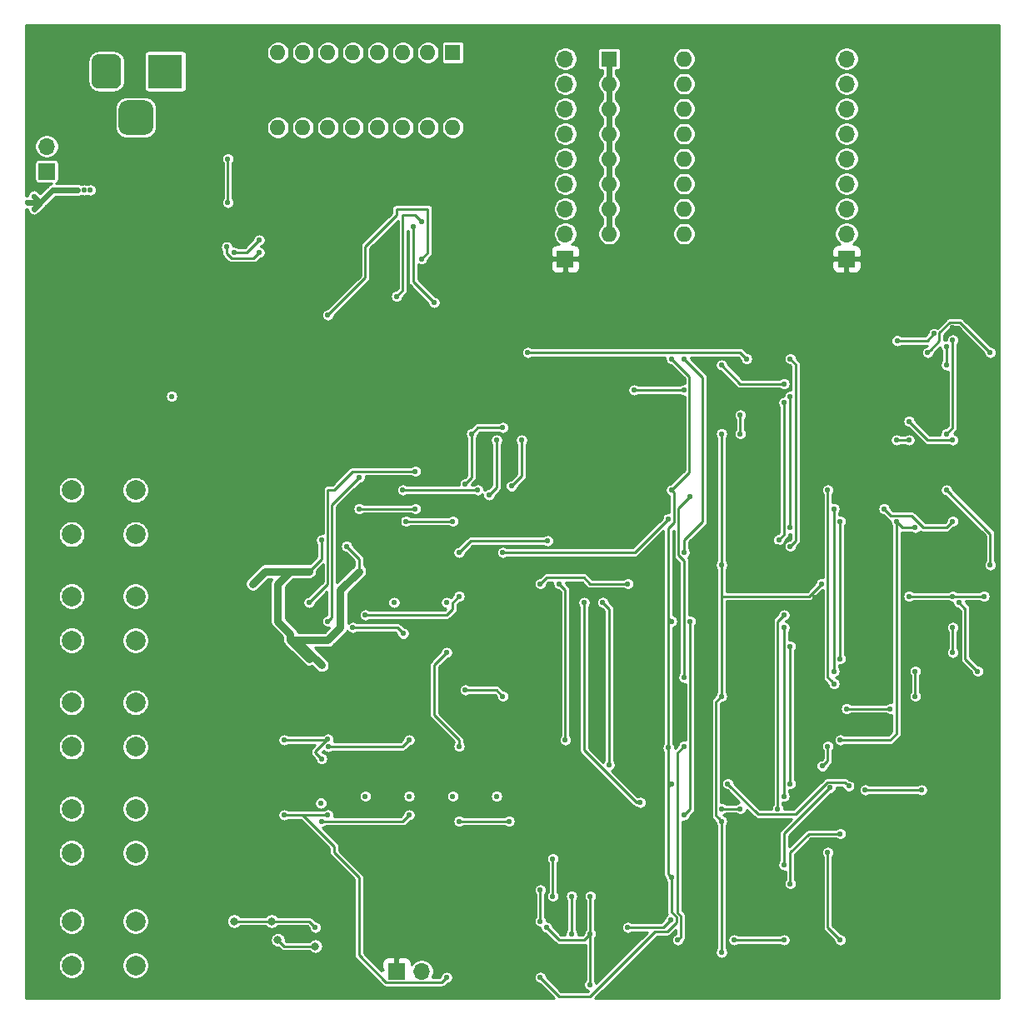
<source format=gbr>
G04 #@! TF.GenerationSoftware,KiCad,Pcbnew,(5.1.5)-3*
G04 #@! TF.CreationDate,2021-02-03T19:11:54+01:00*
G04 #@! TF.ProjectId,psMCU,70734d43-552e-46b6-9963-61645f706362,rev?*
G04 #@! TF.SameCoordinates,Original*
G04 #@! TF.FileFunction,Copper,L2,Bot*
G04 #@! TF.FilePolarity,Positive*
%FSLAX46Y46*%
G04 Gerber Fmt 4.6, Leading zero omitted, Abs format (unit mm)*
G04 Created by KiCad (PCBNEW (5.1.5)-3) date 2021-02-03 19:11:54*
%MOMM*%
%LPD*%
G04 APERTURE LIST*
%ADD10C,2.000000*%
%ADD11O,1.600000X1.600000*%
%ADD12R,1.600000X1.600000*%
%ADD13O,1.700000X1.700000*%
%ADD14R,1.700000X1.700000*%
%ADD15C,0.100000*%
%ADD16R,3.500000X3.500000*%
%ADD17C,0.550000*%
%ADD18C,0.800000*%
%ADD19C,0.250000*%
%ADD20C,0.600000*%
%ADD21C,0.800000*%
%ADD22C,0.254000*%
G04 APERTURE END LIST*
D10*
X-190350000Y-82550000D03*
X-190350000Y-87050000D03*
X-196850000Y-82550000D03*
X-196850000Y-87050000D03*
X-190350000Y-93345000D03*
X-190350000Y-97845000D03*
X-196850000Y-93345000D03*
X-196850000Y-97845000D03*
X-190350000Y-71755000D03*
X-190350000Y-76255000D03*
X-196850000Y-71755000D03*
X-196850000Y-76255000D03*
X-190350000Y-104140000D03*
X-190350000Y-108640000D03*
X-196850000Y-104140000D03*
X-196850000Y-108640000D03*
X-190350000Y-115570000D03*
X-190350000Y-120070000D03*
X-196850000Y-115570000D03*
X-196850000Y-120070000D03*
D11*
X-158115000Y-34925000D03*
X-175895000Y-27305000D03*
X-160655000Y-34925000D03*
X-173355000Y-27305000D03*
X-163195000Y-34925000D03*
X-170815000Y-27305000D03*
X-165735000Y-34925000D03*
X-168275000Y-27305000D03*
X-168275000Y-34925000D03*
X-165735000Y-27305000D03*
X-170815000Y-34925000D03*
X-163195000Y-27305000D03*
X-173355000Y-34925000D03*
X-160655000Y-27305000D03*
X-175895000Y-34925000D03*
D12*
X-158115000Y-27305000D03*
D11*
X-134620000Y-27940000D03*
X-142240000Y-45720000D03*
X-134620000Y-30480000D03*
X-142240000Y-43180000D03*
X-134620000Y-33020000D03*
X-142240000Y-40640000D03*
X-134620000Y-35560000D03*
X-142240000Y-38100000D03*
X-134620000Y-38100000D03*
X-142240000Y-35560000D03*
X-134620000Y-40640000D03*
X-142240000Y-33020000D03*
X-134620000Y-43180000D03*
X-142240000Y-30480000D03*
X-134620000Y-45720000D03*
D12*
X-142240000Y-27940000D03*
D13*
X-161290000Y-120650000D03*
D14*
X-163830000Y-120650000D03*
D13*
X-118110000Y-27940000D03*
X-118110000Y-30480000D03*
X-118110000Y-33020000D03*
X-118110000Y-35560000D03*
X-118110000Y-38100000D03*
X-118110000Y-40640000D03*
X-118110000Y-43180000D03*
X-118110000Y-45720000D03*
D14*
X-118110000Y-48260000D03*
D13*
X-146685000Y-27940000D03*
X-146685000Y-30480000D03*
X-146685000Y-33020000D03*
X-146685000Y-35560000D03*
X-146685000Y-38100000D03*
X-146685000Y-40640000D03*
X-146685000Y-43180000D03*
X-146685000Y-45720000D03*
D14*
X-146685000Y-48260000D03*
G04 #@! TA.AperFunction,ComponentPad*
D15*
G36*
X-189364235Y-32164213D02*
G01*
X-189279296Y-32176813D01*
X-189196001Y-32197677D01*
X-189115152Y-32226605D01*
X-189037528Y-32263319D01*
X-188963876Y-32307464D01*
X-188894906Y-32358616D01*
X-188831282Y-32416282D01*
X-188773616Y-32479906D01*
X-188722464Y-32548876D01*
X-188678319Y-32622528D01*
X-188641605Y-32700152D01*
X-188612677Y-32781001D01*
X-188591813Y-32864296D01*
X-188579213Y-32949235D01*
X-188575000Y-33035000D01*
X-188575000Y-34785000D01*
X-188579213Y-34870765D01*
X-188591813Y-34955704D01*
X-188612677Y-35038999D01*
X-188641605Y-35119848D01*
X-188678319Y-35197472D01*
X-188722464Y-35271124D01*
X-188773616Y-35340094D01*
X-188831282Y-35403718D01*
X-188894906Y-35461384D01*
X-188963876Y-35512536D01*
X-189037528Y-35556681D01*
X-189115152Y-35593395D01*
X-189196001Y-35622323D01*
X-189279296Y-35643187D01*
X-189364235Y-35655787D01*
X-189450000Y-35660000D01*
X-191200000Y-35660000D01*
X-191285765Y-35655787D01*
X-191370704Y-35643187D01*
X-191453999Y-35622323D01*
X-191534848Y-35593395D01*
X-191612472Y-35556681D01*
X-191686124Y-35512536D01*
X-191755094Y-35461384D01*
X-191818718Y-35403718D01*
X-191876384Y-35340094D01*
X-191927536Y-35271124D01*
X-191971681Y-35197472D01*
X-192008395Y-35119848D01*
X-192037323Y-35038999D01*
X-192058187Y-34955704D01*
X-192070787Y-34870765D01*
X-192075000Y-34785000D01*
X-192075000Y-33035000D01*
X-192070787Y-32949235D01*
X-192058187Y-32864296D01*
X-192037323Y-32781001D01*
X-192008395Y-32700152D01*
X-191971681Y-32622528D01*
X-191927536Y-32548876D01*
X-191876384Y-32479906D01*
X-191818718Y-32416282D01*
X-191755094Y-32358616D01*
X-191686124Y-32307464D01*
X-191612472Y-32263319D01*
X-191534848Y-32226605D01*
X-191453999Y-32197677D01*
X-191370704Y-32176813D01*
X-191285765Y-32164213D01*
X-191200000Y-32160000D01*
X-189450000Y-32160000D01*
X-189364235Y-32164213D01*
G37*
G04 #@! TD.AperFunction*
G04 #@! TA.AperFunction,ComponentPad*
G36*
X-192501487Y-27463611D02*
G01*
X-192428682Y-27474411D01*
X-192357286Y-27492295D01*
X-192287987Y-27517090D01*
X-192221452Y-27548559D01*
X-192158322Y-27586398D01*
X-192099205Y-27630242D01*
X-192044670Y-27679670D01*
X-191995242Y-27734205D01*
X-191951398Y-27793322D01*
X-191913559Y-27856452D01*
X-191882090Y-27922987D01*
X-191857295Y-27992286D01*
X-191839411Y-28063682D01*
X-191828611Y-28136487D01*
X-191825000Y-28210000D01*
X-191825000Y-30210000D01*
X-191828611Y-30283513D01*
X-191839411Y-30356318D01*
X-191857295Y-30427714D01*
X-191882090Y-30497013D01*
X-191913559Y-30563548D01*
X-191951398Y-30626678D01*
X-191995242Y-30685795D01*
X-192044670Y-30740330D01*
X-192099205Y-30789758D01*
X-192158322Y-30833602D01*
X-192221452Y-30871441D01*
X-192287987Y-30902910D01*
X-192357286Y-30927705D01*
X-192428682Y-30945589D01*
X-192501487Y-30956389D01*
X-192575000Y-30960000D01*
X-194075000Y-30960000D01*
X-194148513Y-30956389D01*
X-194221318Y-30945589D01*
X-194292714Y-30927705D01*
X-194362013Y-30902910D01*
X-194428548Y-30871441D01*
X-194491678Y-30833602D01*
X-194550795Y-30789758D01*
X-194605330Y-30740330D01*
X-194654758Y-30685795D01*
X-194698602Y-30626678D01*
X-194736441Y-30563548D01*
X-194767910Y-30497013D01*
X-194792705Y-30427714D01*
X-194810589Y-30356318D01*
X-194821389Y-30283513D01*
X-194825000Y-30210000D01*
X-194825000Y-28210000D01*
X-194821389Y-28136487D01*
X-194810589Y-28063682D01*
X-194792705Y-27992286D01*
X-194767910Y-27922987D01*
X-194736441Y-27856452D01*
X-194698602Y-27793322D01*
X-194654758Y-27734205D01*
X-194605330Y-27679670D01*
X-194550795Y-27630242D01*
X-194491678Y-27586398D01*
X-194428548Y-27548559D01*
X-194362013Y-27517090D01*
X-194292714Y-27492295D01*
X-194221318Y-27474411D01*
X-194148513Y-27463611D01*
X-194075000Y-27460000D01*
X-192575000Y-27460000D01*
X-192501487Y-27463611D01*
G37*
G04 #@! TD.AperFunction*
D16*
X-187325000Y-29210000D03*
D13*
X-199390000Y-36830000D03*
D14*
X-199390000Y-39370000D03*
D17*
X-164465000Y-53340000D03*
X-160655000Y-56515000D03*
X-161925000Y-55245000D03*
X-158750000Y-58420000D03*
X-151130000Y-109220000D03*
X-149860000Y-114300000D03*
X-110490000Y-59690000D03*
X-111760000Y-59055000D03*
X-106680000Y-67310000D03*
X-106680000Y-61595000D03*
X-107315000Y-55245000D03*
X-107315000Y-53975000D03*
X-111125000Y-53340000D03*
X-196215000Y-50800000D03*
X-198120000Y-50800000D03*
X-200660000Y-50165000D03*
X-195580000Y-49530000D03*
X-187325000Y-53975000D03*
X-196215000Y-46355000D03*
X-195580000Y-52705000D03*
X-164465000Y-48260000D03*
X-173990000Y-40640000D03*
X-186055000Y-69215000D03*
X-184785000Y-79375000D03*
X-184150000Y-90805000D03*
X-184785000Y-101600000D03*
X-184150000Y-112395000D03*
X-175260000Y-102870000D03*
X-166370000Y-103505000D03*
X-161925000Y-103505000D03*
X-157480000Y-103505000D03*
X-170264990Y-102481084D03*
X-175260000Y-95250000D03*
X-170815000Y-95250000D03*
X-166370000Y-95250000D03*
X-161925000Y-95250000D03*
X-157480000Y-95250000D03*
X-188595000Y-119380000D03*
X-184785000Y-119380000D03*
X-180975000Y-119380000D03*
X-175895000Y-114300000D03*
X-167005000Y-81915000D03*
X-174625000Y-82550000D03*
X-169545000Y-75565000D03*
X-174625000Y-75565000D03*
X-175260000Y-67310000D03*
X-171450000Y-67310000D03*
X-163195000Y-65405000D03*
X-154940000Y-66675000D03*
X-152400000Y-66675000D03*
X-147320000Y-71755000D03*
X-158750000Y-77470000D03*
X-164033387Y-77266613D03*
X-139065000Y-73025000D03*
X-139065000Y-66040000D03*
X-125095000Y-64770000D03*
X-120015000Y-64770000D03*
X-120015000Y-69850000D03*
X-128270000Y-67945000D03*
X-135255000Y-81280000D03*
X-128905000Y-85090000D03*
X-127635000Y-81915000D03*
X-118110000Y-83185000D03*
X-120015000Y-96520000D03*
X-128270000Y-100330000D03*
X-157480000Y-88265000D03*
X-161925000Y-86360000D03*
X-128270000Y-107315000D03*
X-128270000Y-121285000D03*
X-128270000Y-93980000D03*
X-118110000Y-100330000D03*
X-106045000Y-44450000D03*
X-135255000Y-54610000D03*
X-135255000Y-95250000D03*
X-139065000Y-99060000D03*
X-134620000Y-109220000D03*
X-118096079Y-95898912D03*
X-125095000Y-77535013D03*
X-139135603Y-85797182D03*
X-137795000Y-120015000D03*
X-121285000Y-82692832D03*
X-184785000Y-50165000D03*
X-187325000Y-50350000D03*
D18*
X-176530000Y-115570000D03*
X-180340000Y-115570000D03*
D17*
X-172085000Y-116205000D03*
X-149225000Y-112395000D03*
X-149225000Y-115570000D03*
X-144145000Y-116840000D03*
X-144145000Y-113030000D03*
X-148590000Y-116205000D03*
X-128905000Y-64135000D03*
X-128905000Y-66040000D03*
X-107950000Y-59055000D03*
X-107950000Y-57150000D03*
X-186690000Y-62230000D03*
X-167005000Y-102870000D03*
X-162560000Y-102870000D03*
X-158115000Y-102870000D03*
X-153670000Y-102870000D03*
X-171521416Y-103576416D03*
X-158750000Y-83185000D03*
X-164100009Y-83185000D03*
X-171450000Y-76835000D03*
X-172720000Y-80010000D03*
X-167640000Y-80010000D03*
X-168910000Y-77470000D03*
X-156210000Y-66040000D03*
X-153035000Y-65405000D03*
X-144216416Y-122004990D03*
X-156845000Y-71120000D03*
X-178435000Y-81280000D03*
X-172720000Y-88900000D03*
X-171450000Y-89535000D03*
X-116205000Y-102235000D03*
X-110490000Y-102235000D03*
X-196215000Y-41275000D03*
X-200660000Y-43180000D03*
X-195580000Y-41275000D03*
X-194945000Y-41275000D03*
X-201295000Y-42545000D03*
X-201295000Y-42545000D03*
X-200660000Y-41910000D03*
X-135890000Y-111125000D03*
X-135890000Y-58420000D03*
X-135890000Y-71755000D03*
X-135890000Y-85090000D03*
X-175260000Y-97155000D03*
X-170815000Y-97089987D03*
X-175260000Y-104775000D03*
X-170815000Y-104775000D03*
X-171450000Y-99060000D03*
X-149225000Y-121285000D03*
X-158750000Y-121285000D03*
X-130175000Y-101600000D03*
X-135890000Y-101600000D03*
X-136211906Y-97942000D03*
X-117879978Y-101846084D03*
X-114300000Y-73660000D03*
X-107315000Y-74930000D03*
D18*
X-175895000Y-117475000D03*
X-172085000Y-118110000D03*
D17*
X-111125000Y-90170000D03*
X-111125000Y-92710000D03*
X-177800000Y-46355000D03*
X-180340000Y-47625000D03*
X-180975000Y-38100000D03*
X-180975000Y-42545000D03*
X-161290000Y-48260000D03*
X-170815000Y-53975000D03*
X-161290000Y-44450000D03*
X-163830000Y-52070000D03*
X-160020000Y-52705000D03*
X-162165010Y-44994242D03*
X-111125000Y-75565000D03*
X-113030000Y-74930000D03*
X-118745000Y-97155000D03*
X-104775000Y-90170000D03*
X-106680000Y-83185000D03*
X-107315000Y-88265000D03*
X-107315000Y-85725000D03*
X-107315000Y-82550000D03*
X-104140000Y-82550000D03*
X-111760000Y-82550000D03*
X-111760000Y-66675000D03*
X-113030000Y-66675000D03*
X-109220000Y-55874998D03*
X-112958584Y-56586416D03*
X-107315000Y-56515000D03*
X-107950000Y-66040000D03*
X-107950000Y-71755000D03*
X-103505000Y-79375000D03*
X-103505000Y-57785000D03*
X-109855000Y-57785000D03*
X-107315000Y-66675000D03*
X-111760000Y-64770000D03*
X-146050000Y-116840000D03*
X-146050000Y-113030000D03*
X-162560000Y-97155000D03*
X-170776090Y-97828909D03*
X-162560000Y-104775000D03*
X-171450000Y-105410000D03*
X-161925000Y-73660000D03*
X-167640000Y-73660000D03*
X-157480000Y-97790000D03*
X-158750000Y-88265000D03*
X-156845000Y-92075000D03*
X-153035000Y-92710000D03*
X-152400000Y-105410000D03*
X-157480000Y-105410000D03*
X-158115000Y-74930000D03*
X-162875021Y-74930000D03*
X-177800000Y-47625000D03*
X-181100658Y-47054548D03*
X-163195000Y-71755000D03*
X-155575000Y-71755000D03*
X-151130000Y-66675000D03*
X-152153916Y-71366084D03*
X-130810000Y-66040000D03*
X-130810000Y-118745000D03*
X-130810000Y-105410000D03*
X-130810000Y-92710000D03*
X-130810000Y-79375000D03*
X-120650000Y-81280000D03*
X-113665000Y-93980000D03*
X-118110000Y-93980000D03*
X-134620000Y-58420000D03*
X-134620000Y-78105000D03*
X-133985000Y-72390000D03*
X-134620000Y-90805000D03*
X-133985000Y-85090000D03*
X-134620000Y-104775000D03*
X-134620000Y-97790000D03*
X-135255000Y-117475000D03*
X-147955000Y-113030000D03*
X-147955000Y-109220000D03*
X-153670000Y-66675000D03*
X-157480000Y-82550000D03*
X-167005000Y-84455000D03*
X-150495000Y-57785000D03*
X-128270000Y-58420000D03*
X-154448917Y-72246083D03*
X-130810000Y-59055000D03*
X-124460000Y-60960000D03*
X-139700000Y-61595000D03*
X-134620000Y-61595000D03*
X-153035000Y-78105000D03*
X-136205021Y-74675146D03*
X-140335000Y-81280000D03*
X-149225000Y-81280000D03*
X-146685000Y-97155000D03*
X-147320000Y-81280000D03*
X-128905000Y-104140000D03*
X-130810000Y-104140000D03*
X-139065000Y-103505000D03*
X-144780000Y-83185000D03*
X-157480000Y-78105000D03*
X-148482500Y-76919990D03*
X-142875000Y-83185000D03*
X-142240000Y-99695000D03*
X-140335000Y-116205000D03*
X-135962185Y-115408649D03*
X-129540000Y-117475000D03*
X-124460000Y-117475000D03*
X-172720000Y-83185000D03*
X-161925000Y-69850000D03*
X-168275000Y-85725000D03*
X-163158234Y-86323234D03*
X-167640000Y-70485000D03*
X-170815000Y-85090000D03*
X-123825000Y-58420000D03*
X-123825000Y-77470000D03*
X-124460000Y-62865000D03*
X-125007980Y-76822477D03*
X-123825000Y-62230000D03*
X-123825000Y-75565000D03*
X-120015000Y-71755000D03*
X-119380000Y-91440000D03*
X-119380000Y-73660000D03*
X-119380000Y-90170000D03*
X-118745000Y-88900000D03*
X-118745000Y-74930000D03*
X-124460000Y-84455000D03*
X-125095000Y-104140000D03*
X-124460000Y-85725000D03*
X-124460000Y-102870000D03*
X-123825000Y-87630000D03*
X-123825000Y-101600000D03*
X-120015000Y-97790000D03*
X-120015000Y-108585000D03*
X-118745000Y-117475000D03*
X-120577285Y-99806810D03*
X-123825000Y-111760000D03*
X-118745000Y-106680000D03*
X-124460000Y-109855000D03*
X-119780011Y-101996490D03*
D19*
X-161290000Y-56515000D02*
X-160655000Y-56515000D01*
X-161925000Y-55245000D02*
X-162560000Y-55245000D01*
X-164465000Y-53340000D02*
X-162560000Y-55245000D01*
X-162560000Y-55245000D02*
X-161290000Y-56515000D01*
X-158750000Y-58420000D02*
X-160655000Y-56515000D01*
X-151130000Y-109220000D02*
X-151130000Y-113030000D01*
X-151130000Y-113030000D02*
X-149860000Y-114300000D01*
X-110490000Y-59690000D02*
X-111125000Y-59690000D01*
X-111125000Y-59690000D02*
X-111760000Y-59055000D01*
X-106680000Y-67310000D02*
X-106680000Y-61595000D01*
X-106680000Y-61595000D02*
X-106680000Y-55880000D01*
X-106680000Y-55880000D02*
X-107315000Y-55245000D01*
X-107315000Y-53975000D02*
X-107950000Y-53340000D01*
X-107950000Y-53340000D02*
X-111125000Y-53340000D01*
X-184785000Y-50165000D02*
X-187140000Y-50165000D01*
X-187140000Y-50165000D02*
X-187325000Y-50350000D01*
X-176530000Y-115570000D02*
X-180340000Y-115570000D01*
X-172720000Y-115570000D02*
X-176530000Y-115570000D01*
X-172085000Y-116205000D02*
X-172720000Y-115570000D01*
X-149225000Y-112395000D02*
X-149225000Y-115570000D01*
X-144145000Y-116840000D02*
X-144145000Y-113030000D01*
D20*
X-142240000Y-27940000D02*
X-142240000Y-45720000D01*
D19*
X-148590000Y-116205000D02*
X-147320000Y-117475000D01*
X-144780000Y-117475000D02*
X-144145000Y-116840000D01*
X-147320000Y-117475000D02*
X-144780000Y-117475000D01*
X-128905000Y-64135000D02*
X-128905000Y-66040000D01*
X-107950000Y-59055000D02*
X-107950000Y-57150000D01*
X-190350000Y-120070000D02*
X-190445000Y-120070000D01*
X-171450000Y-76835000D02*
X-171450000Y-78740000D01*
X-171450000Y-78740000D02*
X-172720000Y-80010000D01*
X-167640000Y-80010000D02*
X-167640000Y-78740000D01*
X-167640000Y-78740000D02*
X-168910000Y-77470000D01*
X-156210000Y-66040000D02*
X-155575000Y-65405000D01*
X-155575000Y-65405000D02*
X-153035000Y-65405000D01*
X-144145000Y-116840000D02*
X-144145000Y-121933574D01*
X-144145000Y-121933574D02*
X-144216416Y-122004990D01*
X-156210000Y-66040000D02*
X-156210000Y-70485000D01*
X-156210000Y-70485000D02*
X-156845000Y-71120000D01*
D21*
X-167640000Y-80010000D02*
X-169545000Y-81915000D01*
X-169545000Y-81915000D02*
X-169545000Y-85725000D01*
X-169545000Y-85725000D02*
X-170815000Y-86995000D01*
X-170815000Y-86995000D02*
X-174625000Y-86995000D01*
X-174625000Y-86995000D02*
X-174625000Y-86360000D01*
X-174625000Y-86360000D02*
X-175895000Y-85090000D01*
X-175895000Y-85090000D02*
X-175895000Y-81280000D01*
X-174625000Y-80010000D02*
X-172720000Y-80010000D01*
X-175895000Y-81280000D02*
X-174625000Y-80010000D01*
X-174625000Y-80010000D02*
X-177165000Y-80010000D01*
X-177165000Y-80010000D02*
X-178435000Y-81280000D01*
X-173990000Y-87630000D02*
X-173355000Y-87630000D01*
X-174625000Y-86995000D02*
X-173990000Y-87630000D01*
X-173355000Y-87630000D02*
X-171450000Y-89535000D01*
X-173990000Y-87630000D02*
X-172720000Y-88900000D01*
D19*
X-116205000Y-102235000D02*
X-110490000Y-102235000D01*
D20*
X-196215000Y-41275000D02*
X-198755000Y-41275000D01*
X-198755000Y-41275000D02*
X-200025000Y-42545000D01*
X-200025000Y-42545000D02*
X-201295000Y-42545000D01*
X-200025000Y-42545000D02*
X-200660000Y-43180000D01*
X-200025000Y-42545000D02*
X-200660000Y-41910000D01*
D19*
X-175260000Y-97155000D02*
X-170880013Y-97155000D01*
X-170880013Y-97155000D02*
X-170815000Y-97089987D01*
X-171450000Y-99060000D02*
X-172085000Y-98425000D01*
X-172085000Y-98425000D02*
X-172085000Y-98359987D01*
X-172085000Y-98359987D02*
X-170815000Y-97089987D01*
X-164900001Y-121775001D02*
X-167640000Y-119035002D01*
X-158750000Y-121285000D02*
X-159240001Y-121775001D01*
X-159240001Y-121775001D02*
X-164900001Y-121775001D01*
X-167640000Y-119035002D02*
X-167640000Y-111125000D01*
X-167640000Y-111125000D02*
X-170180000Y-108585000D01*
X-170180000Y-108585000D02*
X-170180000Y-107950000D01*
X-170180000Y-107950000D02*
X-171450000Y-106680000D01*
X-173355000Y-104775000D02*
X-171450000Y-106680000D01*
X-175260000Y-104775000D02*
X-173355000Y-104775000D01*
X-173355000Y-104775000D02*
X-170815000Y-104775000D01*
X-134069998Y-69934998D02*
X-134069998Y-60240002D01*
X-135890000Y-71755000D02*
X-134069998Y-69934998D01*
X-134069998Y-60240002D02*
X-135615001Y-58694999D01*
X-135615001Y-58694999D02*
X-135890000Y-58420000D01*
X-135890000Y-111125000D02*
X-136211906Y-110803094D01*
X-135890000Y-71755000D02*
X-135615001Y-72029999D01*
X-135615001Y-72029999D02*
X-135615001Y-75091982D01*
X-135615001Y-75091982D02*
X-136211906Y-75688887D01*
X-136211906Y-97553092D02*
X-136211906Y-97942000D01*
X-149225000Y-121285000D02*
X-147320000Y-123190000D01*
X-135412183Y-115144647D02*
X-135890000Y-114666830D01*
X-135890000Y-111513908D02*
X-135890000Y-111125000D01*
X-135890000Y-114666830D02*
X-135890000Y-111513908D01*
X-136344543Y-116605011D02*
X-135412183Y-115672651D01*
X-135412183Y-115672651D02*
X-135412183Y-115144647D01*
X-137560011Y-116605011D02*
X-136344543Y-116605011D01*
X-147320000Y-123190000D02*
X-144145000Y-123190000D01*
X-144145000Y-123190000D02*
X-137560011Y-116605011D01*
X-136203094Y-84776906D02*
X-135890000Y-85090000D01*
X-136211906Y-84776906D02*
X-136203094Y-84776906D01*
X-136211906Y-75688887D02*
X-136211906Y-84776906D01*
X-136211906Y-84776906D02*
X-136211906Y-97553092D01*
X-136203094Y-101913094D02*
X-135890000Y-101600000D01*
X-136211906Y-101913094D02*
X-136203094Y-101913094D01*
X-136211906Y-110803094D02*
X-136211906Y-101913094D01*
X-136211906Y-101913094D02*
X-136211906Y-97942000D01*
X-123287525Y-104690002D02*
X-120044012Y-101446489D01*
X-120044012Y-101446489D02*
X-118279573Y-101446489D01*
X-130175000Y-101600000D02*
X-127084998Y-104690002D01*
X-127084998Y-104690002D02*
X-123287525Y-104690002D01*
X-118154977Y-101571085D02*
X-117879978Y-101846084D01*
X-118279573Y-101446489D02*
X-118154977Y-101571085D01*
X-111495999Y-74379999D02*
X-110310998Y-75565000D01*
X-114300000Y-73660000D02*
X-113580001Y-74379999D01*
X-113580001Y-74379999D02*
X-111495999Y-74379999D01*
X-110310998Y-75565000D02*
X-107950000Y-75565000D01*
X-107950000Y-75565000D02*
X-107315000Y-74930000D01*
X-175895000Y-117475000D02*
X-175260000Y-118110000D01*
X-175260000Y-118110000D02*
X-172085000Y-118110000D01*
X-111125000Y-90170000D02*
X-111125000Y-92710000D01*
X-177800000Y-46355000D02*
X-179070000Y-47625000D01*
X-179070000Y-47625000D02*
X-180340000Y-47625000D01*
X-180975000Y-38100000D02*
X-180975000Y-42545000D01*
X-161290000Y-48260000D02*
X-160655000Y-47625000D01*
X-160655000Y-47625000D02*
X-160655000Y-43180000D01*
X-160655000Y-43180000D02*
X-163830000Y-43180000D01*
X-163830000Y-43180000D02*
X-163830000Y-43815000D01*
X-163830000Y-43815000D02*
X-167005000Y-46990000D01*
X-167005000Y-46990000D02*
X-167005000Y-50165000D01*
X-167005000Y-50165000D02*
X-170815000Y-53975000D01*
X-161290000Y-44450000D02*
X-161925000Y-43815000D01*
X-161925000Y-43815000D02*
X-163195000Y-43815000D01*
X-163195000Y-43815000D02*
X-163195000Y-51435000D01*
X-163195000Y-51435000D02*
X-163830000Y-52070000D01*
X-162165010Y-50559990D02*
X-162165010Y-44994242D01*
X-160020000Y-52705000D02*
X-162165010Y-50559990D01*
X-111125000Y-75565000D02*
X-112395000Y-75565000D01*
X-112395000Y-75565000D02*
X-113030000Y-74930000D01*
X-113030000Y-74930000D02*
X-113030000Y-93345000D01*
X-113030000Y-93345000D02*
X-113030000Y-96520000D01*
X-113030000Y-96520000D02*
X-113665000Y-97155000D01*
X-113665000Y-97155000D02*
X-118745000Y-97155000D01*
X-104775000Y-90170000D02*
X-106045000Y-88900000D01*
X-106045000Y-88900000D02*
X-106045000Y-83820000D01*
X-106045000Y-83820000D02*
X-106680000Y-83185000D01*
X-107315000Y-88265000D02*
X-107315000Y-85725000D01*
X-107315000Y-82550000D02*
X-104140000Y-82550000D01*
X-111760000Y-82550000D02*
X-107315000Y-82550000D01*
X-111760000Y-66675000D02*
X-113030000Y-66675000D01*
X-112569676Y-56586416D02*
X-112958584Y-56586416D01*
X-109220000Y-55874998D02*
X-109931418Y-56586416D01*
X-109931418Y-56586416D02*
X-112569676Y-56586416D01*
X-107315000Y-56515000D02*
X-107315000Y-62230000D01*
X-107315000Y-62230000D02*
X-107315000Y-65405000D01*
X-107315000Y-65405000D02*
X-107950000Y-66040000D01*
X-103505000Y-76200000D02*
X-103505000Y-78986092D01*
X-107950000Y-71755000D02*
X-103505000Y-76200000D01*
X-103505000Y-78986092D02*
X-103505000Y-79375000D01*
X-109580001Y-57510001D02*
X-109855000Y-57785000D01*
X-108669998Y-56599998D02*
X-109580001Y-57510001D01*
X-108669998Y-55785994D02*
X-108669998Y-56599998D01*
X-107579002Y-54694998D02*
X-108669998Y-55785994D01*
X-106595002Y-54694998D02*
X-107579002Y-54694998D01*
X-103505000Y-57785000D02*
X-106595002Y-54694998D01*
X-109855000Y-66675000D02*
X-111485001Y-65044999D01*
X-111485001Y-65044999D02*
X-111760000Y-64770000D01*
X-107315000Y-66675000D02*
X-109855000Y-66675000D01*
X-146050000Y-116840000D02*
X-146050000Y-113030000D01*
X-170387182Y-97828909D02*
X-170776090Y-97828909D01*
X-162560000Y-97155000D02*
X-163233909Y-97828909D01*
X-163233909Y-97828909D02*
X-170387182Y-97828909D01*
X-162560000Y-104775000D02*
X-163195000Y-105410000D01*
X-163195000Y-105410000D02*
X-171450000Y-105410000D01*
X-161925000Y-73660000D02*
X-167640000Y-73660000D01*
X-157480000Y-97790000D02*
X-157480000Y-97155000D01*
X-157480000Y-97155000D02*
X-160020000Y-94615000D01*
X-160020000Y-94615000D02*
X-160020000Y-89535000D01*
X-160020000Y-89535000D02*
X-158750000Y-88265000D01*
X-156845000Y-92075000D02*
X-153670000Y-92075000D01*
X-153670000Y-92075000D02*
X-153035000Y-92710000D01*
X-152400000Y-105410000D02*
X-157480000Y-105410000D01*
X-158115000Y-74930000D02*
X-162875021Y-74930000D01*
X-178350002Y-48175002D02*
X-180604002Y-48175002D01*
X-177800000Y-47625000D02*
X-178350002Y-48175002D01*
X-181100658Y-47678346D02*
X-181100658Y-47443456D01*
X-181100658Y-47443456D02*
X-181100658Y-47054548D01*
X-180604002Y-48175002D02*
X-181100658Y-47678346D01*
X-163195000Y-71755000D02*
X-155575000Y-71755000D01*
X-151130000Y-70342168D02*
X-151878917Y-71091085D01*
X-151878917Y-71091085D02*
X-152153916Y-71366084D01*
X-151130000Y-66675000D02*
X-151130000Y-70342168D01*
X-130810000Y-105410000D02*
X-130810000Y-118745000D01*
X-130810000Y-66040000D02*
X-130810000Y-79375000D01*
X-130810000Y-79375000D02*
X-130810000Y-80010000D01*
X-121920000Y-82550000D02*
X-120650000Y-81280000D01*
X-130810000Y-82550000D02*
X-121920000Y-82550000D01*
X-130810000Y-82550000D02*
X-130810000Y-92710000D01*
X-130810000Y-80010000D02*
X-130810000Y-82550000D01*
X-131360001Y-93260001D02*
X-131360001Y-104859999D01*
X-131360001Y-104859999D02*
X-131084999Y-105135001D01*
X-130810000Y-92710000D02*
X-131360001Y-93260001D01*
X-131084999Y-105135001D02*
X-130810000Y-105410000D01*
X-113665000Y-93980000D02*
X-118110000Y-93980000D01*
X-134620000Y-58420000D02*
X-132715000Y-60325000D01*
X-132715000Y-60325000D02*
X-132715000Y-74930000D01*
X-132715000Y-74930000D02*
X-134620000Y-76835000D01*
X-134620000Y-76835000D02*
X-134620000Y-78105000D01*
X-135170001Y-78369001D02*
X-134620000Y-78919002D01*
X-133985000Y-72390000D02*
X-135170001Y-73575001D01*
X-135170001Y-73575001D02*
X-135170001Y-78369001D01*
X-134620000Y-78919002D02*
X-134620000Y-90805000D01*
X-133985000Y-85090000D02*
X-133985000Y-93345000D01*
X-133985000Y-104140000D02*
X-134620000Y-104775000D01*
X-133985000Y-93345000D02*
X-133985000Y-104140000D01*
X-134980001Y-117200001D02*
X-135255000Y-117475000D01*
X-135255000Y-114736130D02*
X-134980001Y-115011129D01*
X-134980001Y-115011129D02*
X-134980001Y-117200001D01*
X-135255000Y-98425000D02*
X-135255000Y-114736130D01*
X-134620000Y-97790000D02*
X-135255000Y-98425000D01*
X-147955000Y-113030000D02*
X-147955000Y-109220000D01*
X-157480000Y-82550000D02*
X-158115000Y-83185000D01*
X-158115000Y-83185000D02*
X-158115000Y-83820000D01*
X-158115000Y-83820000D02*
X-158750000Y-84455000D01*
X-158750000Y-84455000D02*
X-167005000Y-84455000D01*
X-150495000Y-57785000D02*
X-128905000Y-57785000D01*
X-128905000Y-57785000D02*
X-128270000Y-58420000D01*
X-153670000Y-66675000D02*
X-153670000Y-71467166D01*
X-153670000Y-71467166D02*
X-154173918Y-71971084D01*
X-154173918Y-71971084D02*
X-154448917Y-72246083D01*
X-130810000Y-59055000D02*
X-128905000Y-60960000D01*
X-128905000Y-60960000D02*
X-124460000Y-60960000D01*
X-139700000Y-61595000D02*
X-134620000Y-61595000D01*
X-153035000Y-78105000D02*
X-139634875Y-78105000D01*
X-139634875Y-78105000D02*
X-136480020Y-74950145D01*
X-136480020Y-74950145D02*
X-136205021Y-74675146D01*
X-140335000Y-81280000D02*
X-144145000Y-81280000D01*
X-144145000Y-81280000D02*
X-144780000Y-80645000D01*
X-144780000Y-80645000D02*
X-148590000Y-80645000D01*
X-148590000Y-80645000D02*
X-149225000Y-81280000D01*
X-146685000Y-97155000D02*
X-146685000Y-81915000D01*
X-146685000Y-81915000D02*
X-147320000Y-81280000D01*
X-128905000Y-104140000D02*
X-130810000Y-104140000D01*
X-144780000Y-83573908D02*
X-144780000Y-83185000D01*
X-144780000Y-98178908D02*
X-144780000Y-83573908D01*
X-139453908Y-103505000D02*
X-144780000Y-98178908D01*
X-139065000Y-103505000D02*
X-139453908Y-103505000D01*
X-156294990Y-76919990D02*
X-148482500Y-76919990D01*
X-157480000Y-78105000D02*
X-156294990Y-76919990D01*
X-142875000Y-83185000D02*
X-142240000Y-83820000D01*
X-142240000Y-83820000D02*
X-142240000Y-99695000D01*
X-140335000Y-116205000D02*
X-136758536Y-116205000D01*
X-136758536Y-116205000D02*
X-135962185Y-115408649D01*
X-129540000Y-117475000D02*
X-124460000Y-117475000D01*
X-172720000Y-83185000D02*
X-170815000Y-81280000D01*
X-170815000Y-81280000D02*
X-170815000Y-71755000D01*
X-170815000Y-71755000D02*
X-170180000Y-71755000D01*
X-170180000Y-71755000D02*
X-168275000Y-69850000D01*
X-168275000Y-69850000D02*
X-161925000Y-69850000D01*
X-163433233Y-86048235D02*
X-163158234Y-86323234D01*
X-163756468Y-85725000D02*
X-163433233Y-86048235D01*
X-168275000Y-85725000D02*
X-163756468Y-85725000D01*
X-167640000Y-70485000D02*
X-170414989Y-73259989D01*
X-170414989Y-73259989D02*
X-170414989Y-84689989D01*
X-170540001Y-84815001D02*
X-170815000Y-85090000D01*
X-170414989Y-84689989D02*
X-170540001Y-84815001D01*
X-123274999Y-76919999D02*
X-123550001Y-77195001D01*
X-123550001Y-77195001D02*
X-123825000Y-77470000D01*
X-123274999Y-58970001D02*
X-123274999Y-76919999D01*
X-123825000Y-58420000D02*
X-123274999Y-58970001D01*
X-124460000Y-62865000D02*
X-124460000Y-76274497D01*
X-124460000Y-76274497D02*
X-125007980Y-76822477D01*
X-123825000Y-62230000D02*
X-123825000Y-75565000D01*
X-120015000Y-71755000D02*
X-120015000Y-90805000D01*
X-119654999Y-91165001D02*
X-119380000Y-91440000D01*
X-120015000Y-90805000D02*
X-119654999Y-91165001D01*
X-119380000Y-89781092D02*
X-119380000Y-90170000D01*
X-119380000Y-73660000D02*
X-119380000Y-89781092D01*
X-118745000Y-88900000D02*
X-118745000Y-74930000D01*
X-125095000Y-85090000D02*
X-125095000Y-104140000D01*
X-124460000Y-84455000D02*
X-125095000Y-85090000D01*
X-124460000Y-85725000D02*
X-124460000Y-102870000D01*
X-123825000Y-87630000D02*
X-123825000Y-101600000D01*
X-120015000Y-108585000D02*
X-120015000Y-116205000D01*
X-120015000Y-116205000D02*
X-118745000Y-117475000D01*
X-120015000Y-97790000D02*
X-120015000Y-99244525D01*
X-120015000Y-99244525D02*
X-120577285Y-99806810D01*
X-123825000Y-111760000D02*
X-123825000Y-108585000D01*
X-123825000Y-108585000D02*
X-121920000Y-106680000D01*
X-121920000Y-106680000D02*
X-118745000Y-106680000D01*
X-124460000Y-109855000D02*
X-124460000Y-106676479D01*
X-124460000Y-106676479D02*
X-119780011Y-101996490D01*
D22*
G36*
X-102641000Y-123419000D02*
G01*
X-143658409Y-123419000D01*
X-137350419Y-117111011D01*
X-136369389Y-117111011D01*
X-136344543Y-117113458D01*
X-136319697Y-117111011D01*
X-136319689Y-117111011D01*
X-136245350Y-117103689D01*
X-136149968Y-117074756D01*
X-136062064Y-117027770D01*
X-135985016Y-116964538D01*
X-135969167Y-116945226D01*
X-135486000Y-116462060D01*
X-135486000Y-116860634D01*
X-135565732Y-116893660D01*
X-135673176Y-116965452D01*
X-135764548Y-117056824D01*
X-135836340Y-117164268D01*
X-135885790Y-117283652D01*
X-135911000Y-117410390D01*
X-135911000Y-117539610D01*
X-135885790Y-117666348D01*
X-135836340Y-117785732D01*
X-135764548Y-117893176D01*
X-135673176Y-117984548D01*
X-135565732Y-118056340D01*
X-135446348Y-118105790D01*
X-135319610Y-118131000D01*
X-135190390Y-118131000D01*
X-135063652Y-118105790D01*
X-134944268Y-118056340D01*
X-134836824Y-117984548D01*
X-134745452Y-117893176D01*
X-134673660Y-117785732D01*
X-134624210Y-117666348D01*
X-134599000Y-117539610D01*
X-134599000Y-117533362D01*
X-134557242Y-117482480D01*
X-134510256Y-117394576D01*
X-134488057Y-117321394D01*
X-134481323Y-117299195D01*
X-134479792Y-117283652D01*
X-134474001Y-117224855D01*
X-134474001Y-117224848D01*
X-134471554Y-117200002D01*
X-134474001Y-117175156D01*
X-134474001Y-115035974D01*
X-134471554Y-115011128D01*
X-134474001Y-114986282D01*
X-134474001Y-114986275D01*
X-134481323Y-114911936D01*
X-134510256Y-114816554D01*
X-134557242Y-114728650D01*
X-134620474Y-114651602D01*
X-134639786Y-114635753D01*
X-134749000Y-114526539D01*
X-134749000Y-105418192D01*
X-134684610Y-105431000D01*
X-134555390Y-105431000D01*
X-134428652Y-105405790D01*
X-134309268Y-105356340D01*
X-134201824Y-105284548D01*
X-134110452Y-105193176D01*
X-134038660Y-105085732D01*
X-133989210Y-104966348D01*
X-133964000Y-104839610D01*
X-133964000Y-104834591D01*
X-133644780Y-104515372D01*
X-133625473Y-104499527D01*
X-133562241Y-104422479D01*
X-133515255Y-104334575D01*
X-133486322Y-104239193D01*
X-133479000Y-104164854D01*
X-133476552Y-104140000D01*
X-133479000Y-104115146D01*
X-133479000Y-93260001D01*
X-131868448Y-93260001D01*
X-131866001Y-93284847D01*
X-131866000Y-104835143D01*
X-131868448Y-104859999D01*
X-131858679Y-104959191D01*
X-131829746Y-105054573D01*
X-131821618Y-105069779D01*
X-131782759Y-105142478D01*
X-131719527Y-105219526D01*
X-131700220Y-105235371D01*
X-131466000Y-105469591D01*
X-131466000Y-105474610D01*
X-131440790Y-105601348D01*
X-131391340Y-105720732D01*
X-131319548Y-105828176D01*
X-131316000Y-105831724D01*
X-131315999Y-118323275D01*
X-131319548Y-118326824D01*
X-131391340Y-118434268D01*
X-131440790Y-118553652D01*
X-131466000Y-118680390D01*
X-131466000Y-118809610D01*
X-131440790Y-118936348D01*
X-131391340Y-119055732D01*
X-131319548Y-119163176D01*
X-131228176Y-119254548D01*
X-131120732Y-119326340D01*
X-131001348Y-119375790D01*
X-130874610Y-119401000D01*
X-130745390Y-119401000D01*
X-130618652Y-119375790D01*
X-130499268Y-119326340D01*
X-130391824Y-119254548D01*
X-130300452Y-119163176D01*
X-130228660Y-119055732D01*
X-130179210Y-118936348D01*
X-130154000Y-118809610D01*
X-130154000Y-118680390D01*
X-130179210Y-118553652D01*
X-130228660Y-118434268D01*
X-130300452Y-118326824D01*
X-130304000Y-118323276D01*
X-130304000Y-117410390D01*
X-130196000Y-117410390D01*
X-130196000Y-117539610D01*
X-130170790Y-117666348D01*
X-130121340Y-117785732D01*
X-130049548Y-117893176D01*
X-129958176Y-117984548D01*
X-129850732Y-118056340D01*
X-129731348Y-118105790D01*
X-129604610Y-118131000D01*
X-129475390Y-118131000D01*
X-129348652Y-118105790D01*
X-129229268Y-118056340D01*
X-129121824Y-117984548D01*
X-129118276Y-117981000D01*
X-124881724Y-117981000D01*
X-124878176Y-117984548D01*
X-124770732Y-118056340D01*
X-124651348Y-118105790D01*
X-124524610Y-118131000D01*
X-124395390Y-118131000D01*
X-124268652Y-118105790D01*
X-124149268Y-118056340D01*
X-124041824Y-117984548D01*
X-123950452Y-117893176D01*
X-123878660Y-117785732D01*
X-123829210Y-117666348D01*
X-123804000Y-117539610D01*
X-123804000Y-117410390D01*
X-123829210Y-117283652D01*
X-123878660Y-117164268D01*
X-123950452Y-117056824D01*
X-124041824Y-116965452D01*
X-124149268Y-116893660D01*
X-124268652Y-116844210D01*
X-124395390Y-116819000D01*
X-124524610Y-116819000D01*
X-124651348Y-116844210D01*
X-124770732Y-116893660D01*
X-124878176Y-116965452D01*
X-124881724Y-116969000D01*
X-129118276Y-116969000D01*
X-129121824Y-116965452D01*
X-129229268Y-116893660D01*
X-129348652Y-116844210D01*
X-129475390Y-116819000D01*
X-129604610Y-116819000D01*
X-129731348Y-116844210D01*
X-129850732Y-116893660D01*
X-129958176Y-116965452D01*
X-130049548Y-117056824D01*
X-130121340Y-117164268D01*
X-130170790Y-117283652D01*
X-130196000Y-117410390D01*
X-130304000Y-117410390D01*
X-130304000Y-105831724D01*
X-130300452Y-105828176D01*
X-130228660Y-105720732D01*
X-130179210Y-105601348D01*
X-130154000Y-105474610D01*
X-130154000Y-105345390D01*
X-130179210Y-105218652D01*
X-130228660Y-105099268D01*
X-130300452Y-104991824D01*
X-130391824Y-104900452D01*
X-130499268Y-104828660D01*
X-130618652Y-104779210D01*
X-130639817Y-104775000D01*
X-130618652Y-104770790D01*
X-130499268Y-104721340D01*
X-130391824Y-104649548D01*
X-130388276Y-104646000D01*
X-129326724Y-104646000D01*
X-129323176Y-104649548D01*
X-129215732Y-104721340D01*
X-129096348Y-104770790D01*
X-128969610Y-104796000D01*
X-128840390Y-104796000D01*
X-128713652Y-104770790D01*
X-128594268Y-104721340D01*
X-128486824Y-104649548D01*
X-128395452Y-104558176D01*
X-128323660Y-104450732D01*
X-128274210Y-104331348D01*
X-128255136Y-104235456D01*
X-127460370Y-105030222D01*
X-127444525Y-105049529D01*
X-127367477Y-105112761D01*
X-127297116Y-105150370D01*
X-127279573Y-105159747D01*
X-127184191Y-105188680D01*
X-127084998Y-105198450D01*
X-127060144Y-105196002D01*
X-123695114Y-105196002D01*
X-124800219Y-106301107D01*
X-124819526Y-106316952D01*
X-124882758Y-106394000D01*
X-124907873Y-106440987D01*
X-124929745Y-106481905D01*
X-124958678Y-106577287D01*
X-124968447Y-106676479D01*
X-124965999Y-106701335D01*
X-124966000Y-109433276D01*
X-124969548Y-109436824D01*
X-125041340Y-109544268D01*
X-125090790Y-109663652D01*
X-125116000Y-109790390D01*
X-125116000Y-109919610D01*
X-125090790Y-110046348D01*
X-125041340Y-110165732D01*
X-124969548Y-110273176D01*
X-124878176Y-110364548D01*
X-124770732Y-110436340D01*
X-124651348Y-110485790D01*
X-124524610Y-110511000D01*
X-124395390Y-110511000D01*
X-124331000Y-110498192D01*
X-124331000Y-111338276D01*
X-124334548Y-111341824D01*
X-124406340Y-111449268D01*
X-124455790Y-111568652D01*
X-124481000Y-111695390D01*
X-124481000Y-111824610D01*
X-124455790Y-111951348D01*
X-124406340Y-112070732D01*
X-124334548Y-112178176D01*
X-124243176Y-112269548D01*
X-124135732Y-112341340D01*
X-124016348Y-112390790D01*
X-123889610Y-112416000D01*
X-123760390Y-112416000D01*
X-123633652Y-112390790D01*
X-123514268Y-112341340D01*
X-123406824Y-112269548D01*
X-123315452Y-112178176D01*
X-123243660Y-112070732D01*
X-123194210Y-111951348D01*
X-123169000Y-111824610D01*
X-123169000Y-111695390D01*
X-123194210Y-111568652D01*
X-123243660Y-111449268D01*
X-123315452Y-111341824D01*
X-123319000Y-111338276D01*
X-123319000Y-108794591D01*
X-123044799Y-108520390D01*
X-120671000Y-108520390D01*
X-120671000Y-108649610D01*
X-120645790Y-108776348D01*
X-120596340Y-108895732D01*
X-120524548Y-109003176D01*
X-120521000Y-109006724D01*
X-120520999Y-116180144D01*
X-120523447Y-116205000D01*
X-120513678Y-116304192D01*
X-120484745Y-116399574D01*
X-120475301Y-116417242D01*
X-120437758Y-116487479D01*
X-120374526Y-116564527D01*
X-120355221Y-116580370D01*
X-119401000Y-117534592D01*
X-119401000Y-117539610D01*
X-119375790Y-117666348D01*
X-119326340Y-117785732D01*
X-119254548Y-117893176D01*
X-119163176Y-117984548D01*
X-119055732Y-118056340D01*
X-118936348Y-118105790D01*
X-118809610Y-118131000D01*
X-118680390Y-118131000D01*
X-118553652Y-118105790D01*
X-118434268Y-118056340D01*
X-118326824Y-117984548D01*
X-118235452Y-117893176D01*
X-118163660Y-117785732D01*
X-118114210Y-117666348D01*
X-118089000Y-117539610D01*
X-118089000Y-117410390D01*
X-118114210Y-117283652D01*
X-118163660Y-117164268D01*
X-118235452Y-117056824D01*
X-118326824Y-116965452D01*
X-118434268Y-116893660D01*
X-118553652Y-116844210D01*
X-118680390Y-116819000D01*
X-118685408Y-116819000D01*
X-119509000Y-115995409D01*
X-119509000Y-109006724D01*
X-119505452Y-109003176D01*
X-119433660Y-108895732D01*
X-119384210Y-108776348D01*
X-119359000Y-108649610D01*
X-119359000Y-108520390D01*
X-119384210Y-108393652D01*
X-119433660Y-108274268D01*
X-119505452Y-108166824D01*
X-119596824Y-108075452D01*
X-119704268Y-108003660D01*
X-119823652Y-107954210D01*
X-119950390Y-107929000D01*
X-120079610Y-107929000D01*
X-120206348Y-107954210D01*
X-120325732Y-108003660D01*
X-120433176Y-108075452D01*
X-120524548Y-108166824D01*
X-120596340Y-108274268D01*
X-120645790Y-108393652D01*
X-120671000Y-108520390D01*
X-123044799Y-108520390D01*
X-121710408Y-107186000D01*
X-119166724Y-107186000D01*
X-119163176Y-107189548D01*
X-119055732Y-107261340D01*
X-118936348Y-107310790D01*
X-118809610Y-107336000D01*
X-118680390Y-107336000D01*
X-118553652Y-107310790D01*
X-118434268Y-107261340D01*
X-118326824Y-107189548D01*
X-118235452Y-107098176D01*
X-118163660Y-106990732D01*
X-118114210Y-106871348D01*
X-118089000Y-106744610D01*
X-118089000Y-106615390D01*
X-118114210Y-106488652D01*
X-118163660Y-106369268D01*
X-118235452Y-106261824D01*
X-118326824Y-106170452D01*
X-118434268Y-106098660D01*
X-118553652Y-106049210D01*
X-118680390Y-106024000D01*
X-118809610Y-106024000D01*
X-118936348Y-106049210D01*
X-119055732Y-106098660D01*
X-119163176Y-106170452D01*
X-119166724Y-106174000D01*
X-121895146Y-106174000D01*
X-121920000Y-106171552D01*
X-121944854Y-106174000D01*
X-122019193Y-106181322D01*
X-122114575Y-106210255D01*
X-122202479Y-106257241D01*
X-122279527Y-106320473D01*
X-122295370Y-106339778D01*
X-123954000Y-107998409D01*
X-123954000Y-106886070D01*
X-119720419Y-102652490D01*
X-119715401Y-102652490D01*
X-119588663Y-102627280D01*
X-119469279Y-102577830D01*
X-119361835Y-102506038D01*
X-119270463Y-102414666D01*
X-119198671Y-102307222D01*
X-119149221Y-102187838D01*
X-119124011Y-102061100D01*
X-119124011Y-101952489D01*
X-118527664Y-101952489D01*
X-118510768Y-102037432D01*
X-118461318Y-102156816D01*
X-118389526Y-102264260D01*
X-118298154Y-102355632D01*
X-118190710Y-102427424D01*
X-118071326Y-102476874D01*
X-117944588Y-102502084D01*
X-117815368Y-102502084D01*
X-117688630Y-102476874D01*
X-117569246Y-102427424D01*
X-117461802Y-102355632D01*
X-117370430Y-102264260D01*
X-117307708Y-102170390D01*
X-116861000Y-102170390D01*
X-116861000Y-102299610D01*
X-116835790Y-102426348D01*
X-116786340Y-102545732D01*
X-116714548Y-102653176D01*
X-116623176Y-102744548D01*
X-116515732Y-102816340D01*
X-116396348Y-102865790D01*
X-116269610Y-102891000D01*
X-116140390Y-102891000D01*
X-116013652Y-102865790D01*
X-115894268Y-102816340D01*
X-115786824Y-102744548D01*
X-115783276Y-102741000D01*
X-110911724Y-102741000D01*
X-110908176Y-102744548D01*
X-110800732Y-102816340D01*
X-110681348Y-102865790D01*
X-110554610Y-102891000D01*
X-110425390Y-102891000D01*
X-110298652Y-102865790D01*
X-110179268Y-102816340D01*
X-110071824Y-102744548D01*
X-109980452Y-102653176D01*
X-109908660Y-102545732D01*
X-109859210Y-102426348D01*
X-109834000Y-102299610D01*
X-109834000Y-102170390D01*
X-109859210Y-102043652D01*
X-109908660Y-101924268D01*
X-109980452Y-101816824D01*
X-110071824Y-101725452D01*
X-110179268Y-101653660D01*
X-110298652Y-101604210D01*
X-110425390Y-101579000D01*
X-110554610Y-101579000D01*
X-110681348Y-101604210D01*
X-110800732Y-101653660D01*
X-110908176Y-101725452D01*
X-110911724Y-101729000D01*
X-115783276Y-101729000D01*
X-115786824Y-101725452D01*
X-115894268Y-101653660D01*
X-116013652Y-101604210D01*
X-116140390Y-101579000D01*
X-116269610Y-101579000D01*
X-116396348Y-101604210D01*
X-116515732Y-101653660D01*
X-116623176Y-101725452D01*
X-116714548Y-101816824D01*
X-116786340Y-101924268D01*
X-116835790Y-102043652D01*
X-116861000Y-102170390D01*
X-117307708Y-102170390D01*
X-117298638Y-102156816D01*
X-117249188Y-102037432D01*
X-117223978Y-101910694D01*
X-117223978Y-101781474D01*
X-117249188Y-101654736D01*
X-117298638Y-101535352D01*
X-117370430Y-101427908D01*
X-117461802Y-101336536D01*
X-117569246Y-101264744D01*
X-117688630Y-101215294D01*
X-117815368Y-101190084D01*
X-117820387Y-101190084D01*
X-117904197Y-101106274D01*
X-117920046Y-101086962D01*
X-117997094Y-101023730D01*
X-118084998Y-100976744D01*
X-118180380Y-100947811D01*
X-118254719Y-100940489D01*
X-118254727Y-100940489D01*
X-118279573Y-100938042D01*
X-118304419Y-100940489D01*
X-120019167Y-100940489D01*
X-120044013Y-100938042D01*
X-120068859Y-100940489D01*
X-120068866Y-100940489D01*
X-120143205Y-100947811D01*
X-120238587Y-100976744D01*
X-120326491Y-101023730D01*
X-120403539Y-101086962D01*
X-120419384Y-101106269D01*
X-123497116Y-104184002D01*
X-124439000Y-104184002D01*
X-124439000Y-104075390D01*
X-124464210Y-103948652D01*
X-124513660Y-103829268D01*
X-124585452Y-103721824D01*
X-124589000Y-103718276D01*
X-124589000Y-103513192D01*
X-124524610Y-103526000D01*
X-124395390Y-103526000D01*
X-124268652Y-103500790D01*
X-124149268Y-103451340D01*
X-124041824Y-103379548D01*
X-123950452Y-103288176D01*
X-123878660Y-103180732D01*
X-123829210Y-103061348D01*
X-123804000Y-102934610D01*
X-123804000Y-102805390D01*
X-123829210Y-102678652D01*
X-123878660Y-102559268D01*
X-123950452Y-102451824D01*
X-123954000Y-102448276D01*
X-123954000Y-102243192D01*
X-123889610Y-102256000D01*
X-123760390Y-102256000D01*
X-123633652Y-102230790D01*
X-123514268Y-102181340D01*
X-123406824Y-102109548D01*
X-123315452Y-102018176D01*
X-123243660Y-101910732D01*
X-123194210Y-101791348D01*
X-123169000Y-101664610D01*
X-123169000Y-101535390D01*
X-123194210Y-101408652D01*
X-123243660Y-101289268D01*
X-123315452Y-101181824D01*
X-123319000Y-101178276D01*
X-123319000Y-99742200D01*
X-121233285Y-99742200D01*
X-121233285Y-99871420D01*
X-121208075Y-99998158D01*
X-121158625Y-100117542D01*
X-121086833Y-100224986D01*
X-120995461Y-100316358D01*
X-120888017Y-100388150D01*
X-120768633Y-100437600D01*
X-120641895Y-100462810D01*
X-120512675Y-100462810D01*
X-120385937Y-100437600D01*
X-120266553Y-100388150D01*
X-120159109Y-100316358D01*
X-120067737Y-100224986D01*
X-119995945Y-100117542D01*
X-119946495Y-99998158D01*
X-119921285Y-99871420D01*
X-119921285Y-99866402D01*
X-119674780Y-99619897D01*
X-119655473Y-99604052D01*
X-119592241Y-99527004D01*
X-119545255Y-99439100D01*
X-119516322Y-99343718D01*
X-119509000Y-99269379D01*
X-119509000Y-99269372D01*
X-119506553Y-99244526D01*
X-119509000Y-99219680D01*
X-119509000Y-98211724D01*
X-119505452Y-98208176D01*
X-119433660Y-98100732D01*
X-119384210Y-97981348D01*
X-119359000Y-97854610D01*
X-119359000Y-97725390D01*
X-119384210Y-97598652D01*
X-119433660Y-97479268D01*
X-119505452Y-97371824D01*
X-119596824Y-97280452D01*
X-119704268Y-97208660D01*
X-119823652Y-97159210D01*
X-119950390Y-97134000D01*
X-120079610Y-97134000D01*
X-120206348Y-97159210D01*
X-120325732Y-97208660D01*
X-120433176Y-97280452D01*
X-120524548Y-97371824D01*
X-120596340Y-97479268D01*
X-120645790Y-97598652D01*
X-120671000Y-97725390D01*
X-120671000Y-97854610D01*
X-120645790Y-97981348D01*
X-120596340Y-98100732D01*
X-120524548Y-98208176D01*
X-120521000Y-98211724D01*
X-120520999Y-99034932D01*
X-120636877Y-99150810D01*
X-120641895Y-99150810D01*
X-120768633Y-99176020D01*
X-120888017Y-99225470D01*
X-120995461Y-99297262D01*
X-121086833Y-99388634D01*
X-121158625Y-99496078D01*
X-121208075Y-99615462D01*
X-121233285Y-99742200D01*
X-123319000Y-99742200D01*
X-123319000Y-97090390D01*
X-119401000Y-97090390D01*
X-119401000Y-97219610D01*
X-119375790Y-97346348D01*
X-119326340Y-97465732D01*
X-119254548Y-97573176D01*
X-119163176Y-97664548D01*
X-119055732Y-97736340D01*
X-118936348Y-97785790D01*
X-118809610Y-97811000D01*
X-118680390Y-97811000D01*
X-118553652Y-97785790D01*
X-118434268Y-97736340D01*
X-118326824Y-97664548D01*
X-118323276Y-97661000D01*
X-113689846Y-97661000D01*
X-113665000Y-97663447D01*
X-113640154Y-97661000D01*
X-113640146Y-97661000D01*
X-113565807Y-97653678D01*
X-113470425Y-97624745D01*
X-113382521Y-97577759D01*
X-113305473Y-97514527D01*
X-113289624Y-97495215D01*
X-112689780Y-96895372D01*
X-112670473Y-96879527D01*
X-112607241Y-96802479D01*
X-112560255Y-96714575D01*
X-112531322Y-96619193D01*
X-112524000Y-96544854D01*
X-112521552Y-96520000D01*
X-112524000Y-96495146D01*
X-112524000Y-90105390D01*
X-111781000Y-90105390D01*
X-111781000Y-90234610D01*
X-111755790Y-90361348D01*
X-111706340Y-90480732D01*
X-111634548Y-90588176D01*
X-111631000Y-90591724D01*
X-111630999Y-92288275D01*
X-111634548Y-92291824D01*
X-111706340Y-92399268D01*
X-111755790Y-92518652D01*
X-111781000Y-92645390D01*
X-111781000Y-92774610D01*
X-111755790Y-92901348D01*
X-111706340Y-93020732D01*
X-111634548Y-93128176D01*
X-111543176Y-93219548D01*
X-111435732Y-93291340D01*
X-111316348Y-93340790D01*
X-111189610Y-93366000D01*
X-111060390Y-93366000D01*
X-110933652Y-93340790D01*
X-110814268Y-93291340D01*
X-110706824Y-93219548D01*
X-110615452Y-93128176D01*
X-110543660Y-93020732D01*
X-110494210Y-92901348D01*
X-110469000Y-92774610D01*
X-110469000Y-92645390D01*
X-110494210Y-92518652D01*
X-110543660Y-92399268D01*
X-110615452Y-92291824D01*
X-110619000Y-92288276D01*
X-110619000Y-90591724D01*
X-110615452Y-90588176D01*
X-110543660Y-90480732D01*
X-110494210Y-90361348D01*
X-110469000Y-90234610D01*
X-110469000Y-90105390D01*
X-110494210Y-89978652D01*
X-110543660Y-89859268D01*
X-110615452Y-89751824D01*
X-110706824Y-89660452D01*
X-110814268Y-89588660D01*
X-110933652Y-89539210D01*
X-111060390Y-89514000D01*
X-111189610Y-89514000D01*
X-111316348Y-89539210D01*
X-111435732Y-89588660D01*
X-111543176Y-89660452D01*
X-111634548Y-89751824D01*
X-111706340Y-89859268D01*
X-111755790Y-89978652D01*
X-111781000Y-90105390D01*
X-112524000Y-90105390D01*
X-112524000Y-85660390D01*
X-107971000Y-85660390D01*
X-107971000Y-85789610D01*
X-107945790Y-85916348D01*
X-107896340Y-86035732D01*
X-107824548Y-86143176D01*
X-107820999Y-86146725D01*
X-107821000Y-87843276D01*
X-107824548Y-87846824D01*
X-107896340Y-87954268D01*
X-107945790Y-88073652D01*
X-107971000Y-88200390D01*
X-107971000Y-88329610D01*
X-107945790Y-88456348D01*
X-107896340Y-88575732D01*
X-107824548Y-88683176D01*
X-107733176Y-88774548D01*
X-107625732Y-88846340D01*
X-107506348Y-88895790D01*
X-107379610Y-88921000D01*
X-107250390Y-88921000D01*
X-107123652Y-88895790D01*
X-107004268Y-88846340D01*
X-106896824Y-88774548D01*
X-106805452Y-88683176D01*
X-106733660Y-88575732D01*
X-106684210Y-88456348D01*
X-106659000Y-88329610D01*
X-106659000Y-88200390D01*
X-106684210Y-88073652D01*
X-106733660Y-87954268D01*
X-106805452Y-87846824D01*
X-106809000Y-87843276D01*
X-106809000Y-86146724D01*
X-106805452Y-86143176D01*
X-106733660Y-86035732D01*
X-106684210Y-85916348D01*
X-106659000Y-85789610D01*
X-106659000Y-85660390D01*
X-106684210Y-85533652D01*
X-106733660Y-85414268D01*
X-106805452Y-85306824D01*
X-106896824Y-85215452D01*
X-107004268Y-85143660D01*
X-107123652Y-85094210D01*
X-107250390Y-85069000D01*
X-107379610Y-85069000D01*
X-107506348Y-85094210D01*
X-107625732Y-85143660D01*
X-107733176Y-85215452D01*
X-107824548Y-85306824D01*
X-107896340Y-85414268D01*
X-107945790Y-85533652D01*
X-107971000Y-85660390D01*
X-112524000Y-85660390D01*
X-112524000Y-82485390D01*
X-112416000Y-82485390D01*
X-112416000Y-82614610D01*
X-112390790Y-82741348D01*
X-112341340Y-82860732D01*
X-112269548Y-82968176D01*
X-112178176Y-83059548D01*
X-112070732Y-83131340D01*
X-111951348Y-83180790D01*
X-111824610Y-83206000D01*
X-111695390Y-83206000D01*
X-111568652Y-83180790D01*
X-111449268Y-83131340D01*
X-111341824Y-83059548D01*
X-111338276Y-83056000D01*
X-107736724Y-83056000D01*
X-107733176Y-83059548D01*
X-107625732Y-83131340D01*
X-107506348Y-83180790D01*
X-107379610Y-83206000D01*
X-107336000Y-83206000D01*
X-107336000Y-83249610D01*
X-107310790Y-83376348D01*
X-107261340Y-83495732D01*
X-107189548Y-83603176D01*
X-107098176Y-83694548D01*
X-106990732Y-83766340D01*
X-106871348Y-83815790D01*
X-106744610Y-83841000D01*
X-106739591Y-83841000D01*
X-106550999Y-84029593D01*
X-106551000Y-88875154D01*
X-106553447Y-88900000D01*
X-106551000Y-88924846D01*
X-106551000Y-88924853D01*
X-106543678Y-88999192D01*
X-106514745Y-89094574D01*
X-106467759Y-89182479D01*
X-106404527Y-89259527D01*
X-106385215Y-89275376D01*
X-105431000Y-90229592D01*
X-105431000Y-90234610D01*
X-105405790Y-90361348D01*
X-105356340Y-90480732D01*
X-105284548Y-90588176D01*
X-105193176Y-90679548D01*
X-105085732Y-90751340D01*
X-104966348Y-90800790D01*
X-104839610Y-90826000D01*
X-104710390Y-90826000D01*
X-104583652Y-90800790D01*
X-104464268Y-90751340D01*
X-104356824Y-90679548D01*
X-104265452Y-90588176D01*
X-104193660Y-90480732D01*
X-104144210Y-90361348D01*
X-104119000Y-90234610D01*
X-104119000Y-90105390D01*
X-104144210Y-89978652D01*
X-104193660Y-89859268D01*
X-104265452Y-89751824D01*
X-104356824Y-89660452D01*
X-104464268Y-89588660D01*
X-104583652Y-89539210D01*
X-104710390Y-89514000D01*
X-104715408Y-89514000D01*
X-105539000Y-88690409D01*
X-105539000Y-83844854D01*
X-105536552Y-83820000D01*
X-105546322Y-83720807D01*
X-105575255Y-83625425D01*
X-105584698Y-83607758D01*
X-105622241Y-83537521D01*
X-105685473Y-83460473D01*
X-105704780Y-83444628D01*
X-106024000Y-83125409D01*
X-106024000Y-83120390D01*
X-106036808Y-83056000D01*
X-104561724Y-83056000D01*
X-104558176Y-83059548D01*
X-104450732Y-83131340D01*
X-104331348Y-83180790D01*
X-104204610Y-83206000D01*
X-104075390Y-83206000D01*
X-103948652Y-83180790D01*
X-103829268Y-83131340D01*
X-103721824Y-83059548D01*
X-103630452Y-82968176D01*
X-103558660Y-82860732D01*
X-103509210Y-82741348D01*
X-103484000Y-82614610D01*
X-103484000Y-82485390D01*
X-103509210Y-82358652D01*
X-103558660Y-82239268D01*
X-103630452Y-82131824D01*
X-103721824Y-82040452D01*
X-103829268Y-81968660D01*
X-103948652Y-81919210D01*
X-104075390Y-81894000D01*
X-104204610Y-81894000D01*
X-104331348Y-81919210D01*
X-104450732Y-81968660D01*
X-104558176Y-82040452D01*
X-104561724Y-82044000D01*
X-106893276Y-82044000D01*
X-106896824Y-82040452D01*
X-107004268Y-81968660D01*
X-107123652Y-81919210D01*
X-107250390Y-81894000D01*
X-107379610Y-81894000D01*
X-107506348Y-81919210D01*
X-107625732Y-81968660D01*
X-107733176Y-82040452D01*
X-107736724Y-82044000D01*
X-111338276Y-82044000D01*
X-111341824Y-82040452D01*
X-111449268Y-81968660D01*
X-111568652Y-81919210D01*
X-111695390Y-81894000D01*
X-111824610Y-81894000D01*
X-111951348Y-81919210D01*
X-112070732Y-81968660D01*
X-112178176Y-82040452D01*
X-112269548Y-82131824D01*
X-112341340Y-82239268D01*
X-112390790Y-82358652D01*
X-112416000Y-82485390D01*
X-112524000Y-82485390D01*
X-112524000Y-76054636D01*
X-112494193Y-76063678D01*
X-112395000Y-76073448D01*
X-112370146Y-76071000D01*
X-111546724Y-76071000D01*
X-111543176Y-76074548D01*
X-111435732Y-76146340D01*
X-111316348Y-76195790D01*
X-111189610Y-76221000D01*
X-111060390Y-76221000D01*
X-110933652Y-76195790D01*
X-110814268Y-76146340D01*
X-110706824Y-76074548D01*
X-110615452Y-75983176D01*
X-110609647Y-75974488D01*
X-110593477Y-75987759D01*
X-110505573Y-76034745D01*
X-110432391Y-76056944D01*
X-110410192Y-76063678D01*
X-110404313Y-76064257D01*
X-110335852Y-76071000D01*
X-110335845Y-76071000D01*
X-110310999Y-76073447D01*
X-110286153Y-76071000D01*
X-107974846Y-76071000D01*
X-107950000Y-76073447D01*
X-107925154Y-76071000D01*
X-107925146Y-76071000D01*
X-107850807Y-76063678D01*
X-107755425Y-76034745D01*
X-107667521Y-75987759D01*
X-107590473Y-75924527D01*
X-107574624Y-75905215D01*
X-107255408Y-75586000D01*
X-107250390Y-75586000D01*
X-107123652Y-75560790D01*
X-107004268Y-75511340D01*
X-106896824Y-75439548D01*
X-106805452Y-75348176D01*
X-106733660Y-75240732D01*
X-106684210Y-75121348D01*
X-106659000Y-74994610D01*
X-106659000Y-74865390D01*
X-106684210Y-74738652D01*
X-106733660Y-74619268D01*
X-106805452Y-74511824D01*
X-106896824Y-74420452D01*
X-107004268Y-74348660D01*
X-107123652Y-74299210D01*
X-107250390Y-74274000D01*
X-107379610Y-74274000D01*
X-107506348Y-74299210D01*
X-107625732Y-74348660D01*
X-107733176Y-74420452D01*
X-107824548Y-74511824D01*
X-107896340Y-74619268D01*
X-107945790Y-74738652D01*
X-107971000Y-74865390D01*
X-107971000Y-74870408D01*
X-108159591Y-75059000D01*
X-110101406Y-75059000D01*
X-111120623Y-74039784D01*
X-111136472Y-74020472D01*
X-111213520Y-73957240D01*
X-111301424Y-73910254D01*
X-111396806Y-73881321D01*
X-111471145Y-73873999D01*
X-111471153Y-73873999D01*
X-111495999Y-73871552D01*
X-111520845Y-73873999D01*
X-113370409Y-73873999D01*
X-113644000Y-73600409D01*
X-113644000Y-73595390D01*
X-113669210Y-73468652D01*
X-113718660Y-73349268D01*
X-113790452Y-73241824D01*
X-113881824Y-73150452D01*
X-113989268Y-73078660D01*
X-114108652Y-73029210D01*
X-114235390Y-73004000D01*
X-114364610Y-73004000D01*
X-114491348Y-73029210D01*
X-114610732Y-73078660D01*
X-114718176Y-73150452D01*
X-114809548Y-73241824D01*
X-114881340Y-73349268D01*
X-114930790Y-73468652D01*
X-114956000Y-73595390D01*
X-114956000Y-73724610D01*
X-114930790Y-73851348D01*
X-114881340Y-73970732D01*
X-114809548Y-74078176D01*
X-114718176Y-74169548D01*
X-114610732Y-74241340D01*
X-114491348Y-74290790D01*
X-114364610Y-74316000D01*
X-114359591Y-74316000D01*
X-113955373Y-74720219D01*
X-113939528Y-74739526D01*
X-113862480Y-74802758D01*
X-113774576Y-74849744D01*
X-113701394Y-74871943D01*
X-113686000Y-74876613D01*
X-113686000Y-74994610D01*
X-113660790Y-75121348D01*
X-113611340Y-75240732D01*
X-113539548Y-75348176D01*
X-113536000Y-75351724D01*
X-113535999Y-93320137D01*
X-113536000Y-93320147D01*
X-113536000Y-93336808D01*
X-113600390Y-93324000D01*
X-113729610Y-93324000D01*
X-113856348Y-93349210D01*
X-113975732Y-93398660D01*
X-114083176Y-93470452D01*
X-114086724Y-93474000D01*
X-117688276Y-93474000D01*
X-117691824Y-93470452D01*
X-117799268Y-93398660D01*
X-117918652Y-93349210D01*
X-118045390Y-93324000D01*
X-118174610Y-93324000D01*
X-118301348Y-93349210D01*
X-118420732Y-93398660D01*
X-118528176Y-93470452D01*
X-118619548Y-93561824D01*
X-118691340Y-93669268D01*
X-118740790Y-93788652D01*
X-118766000Y-93915390D01*
X-118766000Y-94044610D01*
X-118740790Y-94171348D01*
X-118691340Y-94290732D01*
X-118619548Y-94398176D01*
X-118528176Y-94489548D01*
X-118420732Y-94561340D01*
X-118301348Y-94610790D01*
X-118174610Y-94636000D01*
X-118045390Y-94636000D01*
X-117918652Y-94610790D01*
X-117799268Y-94561340D01*
X-117691824Y-94489548D01*
X-117688276Y-94486000D01*
X-114086724Y-94486000D01*
X-114083176Y-94489548D01*
X-113975732Y-94561340D01*
X-113856348Y-94610790D01*
X-113729610Y-94636000D01*
X-113600390Y-94636000D01*
X-113536000Y-94623192D01*
X-113535999Y-96310407D01*
X-113874591Y-96649000D01*
X-118323276Y-96649000D01*
X-118326824Y-96645452D01*
X-118434268Y-96573660D01*
X-118553652Y-96524210D01*
X-118680390Y-96499000D01*
X-118809610Y-96499000D01*
X-118936348Y-96524210D01*
X-119055732Y-96573660D01*
X-119163176Y-96645452D01*
X-119254548Y-96736824D01*
X-119326340Y-96844268D01*
X-119375790Y-96963652D01*
X-119401000Y-97090390D01*
X-123319000Y-97090390D01*
X-123319000Y-88051724D01*
X-123315452Y-88048176D01*
X-123243660Y-87940732D01*
X-123194210Y-87821348D01*
X-123169000Y-87694610D01*
X-123169000Y-87565390D01*
X-123194210Y-87438652D01*
X-123243660Y-87319268D01*
X-123315452Y-87211824D01*
X-123406824Y-87120452D01*
X-123514268Y-87048660D01*
X-123633652Y-86999210D01*
X-123760390Y-86974000D01*
X-123889610Y-86974000D01*
X-123954000Y-86986808D01*
X-123954000Y-86146724D01*
X-123950452Y-86143176D01*
X-123878660Y-86035732D01*
X-123829210Y-85916348D01*
X-123804000Y-85789610D01*
X-123804000Y-85660390D01*
X-123829210Y-85533652D01*
X-123878660Y-85414268D01*
X-123950452Y-85306824D01*
X-124041824Y-85215452D01*
X-124149268Y-85143660D01*
X-124268652Y-85094210D01*
X-124289817Y-85090000D01*
X-124268652Y-85085790D01*
X-124149268Y-85036340D01*
X-124041824Y-84964548D01*
X-123950452Y-84873176D01*
X-123878660Y-84765732D01*
X-123829210Y-84646348D01*
X-123804000Y-84519610D01*
X-123804000Y-84390390D01*
X-123829210Y-84263652D01*
X-123878660Y-84144268D01*
X-123950452Y-84036824D01*
X-124041824Y-83945452D01*
X-124149268Y-83873660D01*
X-124268652Y-83824210D01*
X-124395390Y-83799000D01*
X-124524610Y-83799000D01*
X-124651348Y-83824210D01*
X-124770732Y-83873660D01*
X-124878176Y-83945452D01*
X-124969548Y-84036824D01*
X-125041340Y-84144268D01*
X-125090790Y-84263652D01*
X-125116000Y-84390390D01*
X-125116000Y-84395408D01*
X-125435215Y-84714624D01*
X-125454527Y-84730473D01*
X-125517759Y-84807521D01*
X-125564745Y-84895426D01*
X-125593678Y-84990808D01*
X-125601000Y-85065147D01*
X-125601000Y-85065154D01*
X-125603447Y-85090000D01*
X-125601000Y-85114846D01*
X-125600999Y-103718275D01*
X-125604548Y-103721824D01*
X-125676340Y-103829268D01*
X-125725790Y-103948652D01*
X-125751000Y-104075390D01*
X-125751000Y-104184002D01*
X-126875406Y-104184002D01*
X-129519000Y-101540409D01*
X-129519000Y-101535390D01*
X-129544210Y-101408652D01*
X-129593660Y-101289268D01*
X-129665452Y-101181824D01*
X-129756824Y-101090452D01*
X-129864268Y-101018660D01*
X-129983652Y-100969210D01*
X-130110390Y-100944000D01*
X-130239610Y-100944000D01*
X-130366348Y-100969210D01*
X-130485732Y-101018660D01*
X-130593176Y-101090452D01*
X-130684548Y-101181824D01*
X-130756340Y-101289268D01*
X-130805790Y-101408652D01*
X-130831000Y-101535390D01*
X-130831000Y-101664610D01*
X-130805790Y-101791348D01*
X-130756340Y-101910732D01*
X-130684548Y-102018176D01*
X-130593176Y-102109548D01*
X-130485732Y-102181340D01*
X-130366348Y-102230790D01*
X-130239610Y-102256000D01*
X-130234591Y-102256000D01*
X-129000456Y-103490136D01*
X-129096348Y-103509210D01*
X-129215732Y-103558660D01*
X-129323176Y-103630452D01*
X-129326724Y-103634000D01*
X-130388276Y-103634000D01*
X-130391824Y-103630452D01*
X-130499268Y-103558660D01*
X-130618652Y-103509210D01*
X-130745390Y-103484000D01*
X-130854001Y-103484000D01*
X-130854001Y-93469592D01*
X-130750409Y-93366000D01*
X-130745390Y-93366000D01*
X-130618652Y-93340790D01*
X-130499268Y-93291340D01*
X-130391824Y-93219548D01*
X-130300452Y-93128176D01*
X-130228660Y-93020732D01*
X-130179210Y-92901348D01*
X-130154000Y-92774610D01*
X-130154000Y-92645390D01*
X-130179210Y-92518652D01*
X-130228660Y-92399268D01*
X-130300452Y-92291824D01*
X-130304000Y-92288276D01*
X-130304000Y-83056000D01*
X-121944846Y-83056000D01*
X-121920000Y-83058447D01*
X-121895154Y-83056000D01*
X-121895146Y-83056000D01*
X-121820807Y-83048678D01*
X-121725425Y-83019745D01*
X-121637521Y-82972759D01*
X-121560473Y-82909527D01*
X-121544624Y-82890215D01*
X-120590408Y-81936000D01*
X-120585390Y-81936000D01*
X-120520999Y-81923192D01*
X-120520999Y-90780144D01*
X-120523447Y-90805000D01*
X-120513678Y-90904192D01*
X-120484745Y-90999574D01*
X-120484744Y-90999575D01*
X-120437758Y-91087479D01*
X-120374526Y-91164527D01*
X-120355220Y-91180371D01*
X-120036000Y-91499592D01*
X-120036000Y-91504610D01*
X-120010790Y-91631348D01*
X-119961340Y-91750732D01*
X-119889548Y-91858176D01*
X-119798176Y-91949548D01*
X-119690732Y-92021340D01*
X-119571348Y-92070790D01*
X-119444610Y-92096000D01*
X-119315390Y-92096000D01*
X-119188652Y-92070790D01*
X-119069268Y-92021340D01*
X-118961824Y-91949548D01*
X-118870452Y-91858176D01*
X-118798660Y-91750732D01*
X-118749210Y-91631348D01*
X-118724000Y-91504610D01*
X-118724000Y-91375390D01*
X-118749210Y-91248652D01*
X-118798660Y-91129268D01*
X-118870452Y-91021824D01*
X-118961824Y-90930452D01*
X-119069268Y-90858660D01*
X-119188652Y-90809210D01*
X-119209817Y-90805000D01*
X-119188652Y-90800790D01*
X-119069268Y-90751340D01*
X-118961824Y-90679548D01*
X-118870452Y-90588176D01*
X-118798660Y-90480732D01*
X-118749210Y-90361348D01*
X-118724000Y-90234610D01*
X-118724000Y-90105390D01*
X-118749210Y-89978652D01*
X-118798660Y-89859268D01*
X-118870452Y-89751824D01*
X-118874000Y-89748276D01*
X-118874000Y-89543192D01*
X-118809610Y-89556000D01*
X-118680390Y-89556000D01*
X-118553652Y-89530790D01*
X-118434268Y-89481340D01*
X-118326824Y-89409548D01*
X-118235452Y-89318176D01*
X-118163660Y-89210732D01*
X-118114210Y-89091348D01*
X-118089000Y-88964610D01*
X-118089000Y-88835390D01*
X-118114210Y-88708652D01*
X-118163660Y-88589268D01*
X-118235452Y-88481824D01*
X-118239000Y-88478276D01*
X-118239000Y-75351724D01*
X-118235452Y-75348176D01*
X-118163660Y-75240732D01*
X-118114210Y-75121348D01*
X-118089000Y-74994610D01*
X-118089000Y-74865390D01*
X-118114210Y-74738652D01*
X-118163660Y-74619268D01*
X-118235452Y-74511824D01*
X-118326824Y-74420452D01*
X-118434268Y-74348660D01*
X-118553652Y-74299210D01*
X-118680390Y-74274000D01*
X-118809610Y-74274000D01*
X-118874000Y-74286808D01*
X-118874000Y-74081724D01*
X-118870452Y-74078176D01*
X-118798660Y-73970732D01*
X-118749210Y-73851348D01*
X-118724000Y-73724610D01*
X-118724000Y-73595390D01*
X-118749210Y-73468652D01*
X-118798660Y-73349268D01*
X-118870452Y-73241824D01*
X-118961824Y-73150452D01*
X-119069268Y-73078660D01*
X-119188652Y-73029210D01*
X-119315390Y-73004000D01*
X-119444610Y-73004000D01*
X-119509000Y-73016808D01*
X-119509000Y-72176724D01*
X-119505452Y-72173176D01*
X-119433660Y-72065732D01*
X-119384210Y-71946348D01*
X-119359000Y-71819610D01*
X-119359000Y-71690390D01*
X-108606000Y-71690390D01*
X-108606000Y-71819610D01*
X-108580790Y-71946348D01*
X-108531340Y-72065732D01*
X-108459548Y-72173176D01*
X-108368176Y-72264548D01*
X-108260732Y-72336340D01*
X-108141348Y-72385790D01*
X-108014610Y-72411000D01*
X-108009591Y-72411000D01*
X-104011000Y-76409592D01*
X-104010999Y-78953275D01*
X-104014548Y-78956824D01*
X-104086340Y-79064268D01*
X-104135790Y-79183652D01*
X-104161000Y-79310390D01*
X-104161000Y-79439610D01*
X-104135790Y-79566348D01*
X-104086340Y-79685732D01*
X-104014548Y-79793176D01*
X-103923176Y-79884548D01*
X-103815732Y-79956340D01*
X-103696348Y-80005790D01*
X-103569610Y-80031000D01*
X-103440390Y-80031000D01*
X-103313652Y-80005790D01*
X-103194268Y-79956340D01*
X-103086824Y-79884548D01*
X-102995452Y-79793176D01*
X-102923660Y-79685732D01*
X-102874210Y-79566348D01*
X-102849000Y-79439610D01*
X-102849000Y-79310390D01*
X-102874210Y-79183652D01*
X-102923660Y-79064268D01*
X-102995452Y-78956824D01*
X-102999000Y-78953276D01*
X-102999000Y-76224845D01*
X-102996553Y-76199999D01*
X-102999000Y-76175153D01*
X-102999000Y-76175146D01*
X-103006322Y-76100807D01*
X-103035255Y-76005425D01*
X-103082241Y-75917521D01*
X-103145473Y-75840473D01*
X-103164780Y-75824628D01*
X-107294000Y-71695409D01*
X-107294000Y-71690390D01*
X-107319210Y-71563652D01*
X-107368660Y-71444268D01*
X-107440452Y-71336824D01*
X-107531824Y-71245452D01*
X-107639268Y-71173660D01*
X-107758652Y-71124210D01*
X-107885390Y-71099000D01*
X-108014610Y-71099000D01*
X-108141348Y-71124210D01*
X-108260732Y-71173660D01*
X-108368176Y-71245452D01*
X-108459548Y-71336824D01*
X-108531340Y-71444268D01*
X-108580790Y-71563652D01*
X-108606000Y-71690390D01*
X-119359000Y-71690390D01*
X-119384210Y-71563652D01*
X-119433660Y-71444268D01*
X-119505452Y-71336824D01*
X-119596824Y-71245452D01*
X-119704268Y-71173660D01*
X-119823652Y-71124210D01*
X-119950390Y-71099000D01*
X-120079610Y-71099000D01*
X-120206348Y-71124210D01*
X-120325732Y-71173660D01*
X-120433176Y-71245452D01*
X-120524548Y-71336824D01*
X-120596340Y-71444268D01*
X-120645790Y-71563652D01*
X-120671000Y-71690390D01*
X-120671000Y-71819610D01*
X-120645790Y-71946348D01*
X-120596340Y-72065732D01*
X-120524548Y-72173176D01*
X-120521000Y-72176724D01*
X-120521000Y-80636808D01*
X-120585390Y-80624000D01*
X-120714610Y-80624000D01*
X-120841348Y-80649210D01*
X-120960732Y-80698660D01*
X-121068176Y-80770452D01*
X-121159548Y-80861824D01*
X-121231340Y-80969268D01*
X-121280790Y-81088652D01*
X-121306000Y-81215390D01*
X-121306000Y-81220408D01*
X-122129591Y-82044000D01*
X-130304000Y-82044000D01*
X-130304000Y-79796724D01*
X-130300452Y-79793176D01*
X-130228660Y-79685732D01*
X-130179210Y-79566348D01*
X-130154000Y-79439610D01*
X-130154000Y-79310390D01*
X-130179210Y-79183652D01*
X-130228660Y-79064268D01*
X-130300452Y-78956824D01*
X-130304000Y-78953276D01*
X-130304000Y-76757867D01*
X-125663980Y-76757867D01*
X-125663980Y-76887087D01*
X-125638770Y-77013825D01*
X-125589320Y-77133209D01*
X-125517528Y-77240653D01*
X-125426156Y-77332025D01*
X-125318712Y-77403817D01*
X-125199328Y-77453267D01*
X-125072590Y-77478477D01*
X-124943370Y-77478477D01*
X-124816632Y-77453267D01*
X-124697248Y-77403817D01*
X-124589804Y-77332025D01*
X-124498432Y-77240653D01*
X-124426640Y-77133209D01*
X-124377190Y-77013825D01*
X-124351980Y-76887087D01*
X-124351980Y-76882069D01*
X-124119780Y-76649869D01*
X-124100473Y-76634024D01*
X-124037241Y-76556976D01*
X-123990255Y-76469072D01*
X-123961322Y-76373690D01*
X-123954000Y-76299351D01*
X-123951552Y-76274497D01*
X-123954000Y-76249643D01*
X-123954000Y-76208192D01*
X-123889610Y-76221000D01*
X-123780998Y-76221000D01*
X-123780998Y-76710407D01*
X-123884591Y-76814000D01*
X-123889610Y-76814000D01*
X-124016348Y-76839210D01*
X-124135732Y-76888660D01*
X-124243176Y-76960452D01*
X-124334548Y-77051824D01*
X-124406340Y-77159268D01*
X-124455790Y-77278652D01*
X-124481000Y-77405390D01*
X-124481000Y-77534610D01*
X-124455790Y-77661348D01*
X-124406340Y-77780732D01*
X-124334548Y-77888176D01*
X-124243176Y-77979548D01*
X-124135732Y-78051340D01*
X-124016348Y-78100790D01*
X-123889610Y-78126000D01*
X-123760390Y-78126000D01*
X-123633652Y-78100790D01*
X-123514268Y-78051340D01*
X-123406824Y-77979548D01*
X-123315452Y-77888176D01*
X-123243660Y-77780732D01*
X-123194210Y-77661348D01*
X-123169000Y-77534610D01*
X-123169000Y-77529591D01*
X-122934784Y-77295375D01*
X-122915472Y-77279526D01*
X-122852240Y-77202478D01*
X-122805254Y-77114574D01*
X-122776321Y-77019192D01*
X-122768999Y-76944853D01*
X-122766551Y-76919999D01*
X-122768999Y-76895145D01*
X-122768999Y-66610390D01*
X-113686000Y-66610390D01*
X-113686000Y-66739610D01*
X-113660790Y-66866348D01*
X-113611340Y-66985732D01*
X-113539548Y-67093176D01*
X-113448176Y-67184548D01*
X-113340732Y-67256340D01*
X-113221348Y-67305790D01*
X-113094610Y-67331000D01*
X-112965390Y-67331000D01*
X-112838652Y-67305790D01*
X-112719268Y-67256340D01*
X-112611824Y-67184548D01*
X-112608276Y-67181000D01*
X-112181724Y-67181000D01*
X-112178176Y-67184548D01*
X-112070732Y-67256340D01*
X-111951348Y-67305790D01*
X-111824610Y-67331000D01*
X-111695390Y-67331000D01*
X-111568652Y-67305790D01*
X-111449268Y-67256340D01*
X-111341824Y-67184548D01*
X-111250452Y-67093176D01*
X-111178660Y-66985732D01*
X-111129210Y-66866348D01*
X-111104000Y-66739610D01*
X-111104000Y-66610390D01*
X-111129210Y-66483652D01*
X-111178660Y-66364268D01*
X-111250452Y-66256824D01*
X-111341824Y-66165452D01*
X-111449268Y-66093660D01*
X-111568652Y-66044210D01*
X-111695390Y-66019000D01*
X-111824610Y-66019000D01*
X-111951348Y-66044210D01*
X-112070732Y-66093660D01*
X-112178176Y-66165452D01*
X-112181724Y-66169000D01*
X-112608276Y-66169000D01*
X-112611824Y-66165452D01*
X-112719268Y-66093660D01*
X-112838652Y-66044210D01*
X-112965390Y-66019000D01*
X-113094610Y-66019000D01*
X-113221348Y-66044210D01*
X-113340732Y-66093660D01*
X-113448176Y-66165452D01*
X-113539548Y-66256824D01*
X-113611340Y-66364268D01*
X-113660790Y-66483652D01*
X-113686000Y-66610390D01*
X-122768999Y-66610390D01*
X-122768999Y-58994855D01*
X-122766551Y-58970001D01*
X-122776321Y-58870808D01*
X-122805254Y-58775426D01*
X-122813381Y-58760221D01*
X-122852240Y-58687522D01*
X-122915472Y-58610474D01*
X-122934779Y-58594629D01*
X-123169000Y-58360408D01*
X-123169000Y-58355390D01*
X-123194210Y-58228652D01*
X-123243660Y-58109268D01*
X-123315452Y-58001824D01*
X-123406824Y-57910452D01*
X-123514268Y-57838660D01*
X-123633652Y-57789210D01*
X-123760390Y-57764000D01*
X-123889610Y-57764000D01*
X-124016348Y-57789210D01*
X-124135732Y-57838660D01*
X-124243176Y-57910452D01*
X-124334548Y-58001824D01*
X-124406340Y-58109268D01*
X-124455790Y-58228652D01*
X-124481000Y-58355390D01*
X-124481000Y-58484610D01*
X-124455790Y-58611348D01*
X-124406340Y-58730732D01*
X-124334548Y-58838176D01*
X-124243176Y-58929548D01*
X-124135732Y-59001340D01*
X-124016348Y-59050790D01*
X-123889610Y-59076000D01*
X-123884592Y-59076000D01*
X-123780999Y-59179593D01*
X-123780999Y-61574000D01*
X-123889610Y-61574000D01*
X-124016348Y-61599210D01*
X-124135732Y-61648660D01*
X-124243176Y-61720452D01*
X-124334548Y-61811824D01*
X-124406340Y-61919268D01*
X-124455790Y-62038652D01*
X-124481000Y-62165390D01*
X-124481000Y-62209000D01*
X-124524610Y-62209000D01*
X-124651348Y-62234210D01*
X-124770732Y-62283660D01*
X-124878176Y-62355452D01*
X-124969548Y-62446824D01*
X-125041340Y-62554268D01*
X-125090790Y-62673652D01*
X-125116000Y-62800390D01*
X-125116000Y-62929610D01*
X-125090790Y-63056348D01*
X-125041340Y-63175732D01*
X-124969548Y-63283176D01*
X-124966000Y-63286724D01*
X-124965999Y-76064904D01*
X-125067572Y-76166477D01*
X-125072590Y-76166477D01*
X-125199328Y-76191687D01*
X-125318712Y-76241137D01*
X-125426156Y-76312929D01*
X-125517528Y-76404301D01*
X-125589320Y-76511745D01*
X-125638770Y-76631129D01*
X-125663980Y-76757867D01*
X-130304000Y-76757867D01*
X-130304000Y-66461724D01*
X-130300452Y-66458176D01*
X-130228660Y-66350732D01*
X-130179210Y-66231348D01*
X-130154000Y-66104610D01*
X-130154000Y-65975390D01*
X-130179210Y-65848652D01*
X-130228660Y-65729268D01*
X-130300452Y-65621824D01*
X-130391824Y-65530452D01*
X-130499268Y-65458660D01*
X-130618652Y-65409210D01*
X-130745390Y-65384000D01*
X-130874610Y-65384000D01*
X-131001348Y-65409210D01*
X-131120732Y-65458660D01*
X-131228176Y-65530452D01*
X-131319548Y-65621824D01*
X-131391340Y-65729268D01*
X-131440790Y-65848652D01*
X-131466000Y-65975390D01*
X-131466000Y-66104610D01*
X-131440790Y-66231348D01*
X-131391340Y-66350732D01*
X-131319548Y-66458176D01*
X-131316000Y-66461724D01*
X-131315999Y-78953275D01*
X-131319548Y-78956824D01*
X-131391340Y-79064268D01*
X-131440790Y-79183652D01*
X-131466000Y-79310390D01*
X-131466000Y-79439610D01*
X-131440790Y-79566348D01*
X-131391340Y-79685732D01*
X-131319548Y-79793176D01*
X-131315999Y-79796725D01*
X-131315999Y-79985138D01*
X-131316000Y-79985147D01*
X-131315999Y-82525136D01*
X-131318448Y-82550000D01*
X-131316000Y-82574854D01*
X-131315999Y-92288275D01*
X-131319548Y-92291824D01*
X-131391340Y-92399268D01*
X-131440790Y-92518652D01*
X-131466000Y-92645390D01*
X-131466000Y-92650409D01*
X-131700216Y-92884625D01*
X-131719528Y-92900474D01*
X-131782760Y-92977522D01*
X-131829746Y-93065427D01*
X-131858679Y-93160809D01*
X-131866001Y-93235148D01*
X-131866001Y-93235155D01*
X-131868448Y-93260001D01*
X-133479000Y-93260001D01*
X-133479000Y-85511724D01*
X-133475452Y-85508176D01*
X-133403660Y-85400732D01*
X-133354210Y-85281348D01*
X-133329000Y-85154610D01*
X-133329000Y-85025390D01*
X-133354210Y-84898652D01*
X-133403660Y-84779268D01*
X-133475452Y-84671824D01*
X-133566824Y-84580452D01*
X-133674268Y-84508660D01*
X-133793652Y-84459210D01*
X-133920390Y-84434000D01*
X-134049610Y-84434000D01*
X-134114000Y-84446808D01*
X-134114000Y-78943856D01*
X-134111552Y-78919002D01*
X-134121322Y-78819809D01*
X-134150255Y-78724427D01*
X-134158382Y-78709222D01*
X-134197241Y-78636523D01*
X-134210512Y-78620353D01*
X-134201824Y-78614548D01*
X-134110452Y-78523176D01*
X-134038660Y-78415732D01*
X-133989210Y-78296348D01*
X-133964000Y-78169610D01*
X-133964000Y-78040390D01*
X-133989210Y-77913652D01*
X-134038660Y-77794268D01*
X-134110452Y-77686824D01*
X-134114000Y-77683276D01*
X-134114000Y-77044591D01*
X-132374780Y-75305372D01*
X-132355473Y-75289527D01*
X-132292241Y-75212479D01*
X-132245255Y-75124575D01*
X-132216322Y-75029193D01*
X-132209000Y-74954854D01*
X-132206552Y-74930000D01*
X-132209000Y-74905146D01*
X-132209000Y-64070390D01*
X-129561000Y-64070390D01*
X-129561000Y-64199610D01*
X-129535790Y-64326348D01*
X-129486340Y-64445732D01*
X-129414548Y-64553176D01*
X-129411000Y-64556724D01*
X-129410999Y-65618275D01*
X-129414548Y-65621824D01*
X-129486340Y-65729268D01*
X-129535790Y-65848652D01*
X-129561000Y-65975390D01*
X-129561000Y-66104610D01*
X-129535790Y-66231348D01*
X-129486340Y-66350732D01*
X-129414548Y-66458176D01*
X-129323176Y-66549548D01*
X-129215732Y-66621340D01*
X-129096348Y-66670790D01*
X-128969610Y-66696000D01*
X-128840390Y-66696000D01*
X-128713652Y-66670790D01*
X-128594268Y-66621340D01*
X-128486824Y-66549548D01*
X-128395452Y-66458176D01*
X-128323660Y-66350732D01*
X-128274210Y-66231348D01*
X-128249000Y-66104610D01*
X-128249000Y-65975390D01*
X-128274210Y-65848652D01*
X-128323660Y-65729268D01*
X-128395452Y-65621824D01*
X-128399000Y-65618276D01*
X-128399000Y-64556724D01*
X-128395452Y-64553176D01*
X-128323660Y-64445732D01*
X-128274210Y-64326348D01*
X-128249000Y-64199610D01*
X-128249000Y-64070390D01*
X-128274210Y-63943652D01*
X-128323660Y-63824268D01*
X-128395452Y-63716824D01*
X-128486824Y-63625452D01*
X-128594268Y-63553660D01*
X-128713652Y-63504210D01*
X-128840390Y-63479000D01*
X-128969610Y-63479000D01*
X-129096348Y-63504210D01*
X-129215732Y-63553660D01*
X-129323176Y-63625452D01*
X-129414548Y-63716824D01*
X-129486340Y-63824268D01*
X-129535790Y-63943652D01*
X-129561000Y-64070390D01*
X-132209000Y-64070390D01*
X-132209000Y-60349854D01*
X-132206552Y-60325000D01*
X-132216322Y-60225807D01*
X-132245255Y-60130425D01*
X-132292241Y-60042521D01*
X-132355473Y-59965473D01*
X-132374780Y-59949628D01*
X-133334018Y-58990390D01*
X-131466000Y-58990390D01*
X-131466000Y-59119610D01*
X-131440790Y-59246348D01*
X-131391340Y-59365732D01*
X-131319548Y-59473176D01*
X-131228176Y-59564548D01*
X-131120732Y-59636340D01*
X-131001348Y-59685790D01*
X-130874610Y-59711000D01*
X-130869591Y-59711000D01*
X-129280372Y-61300220D01*
X-129264527Y-61319527D01*
X-129187479Y-61382759D01*
X-129099575Y-61429745D01*
X-129004193Y-61458678D01*
X-128905000Y-61468448D01*
X-128880146Y-61466000D01*
X-124881724Y-61466000D01*
X-124878176Y-61469548D01*
X-124770732Y-61541340D01*
X-124651348Y-61590790D01*
X-124524610Y-61616000D01*
X-124395390Y-61616000D01*
X-124268652Y-61590790D01*
X-124149268Y-61541340D01*
X-124041824Y-61469548D01*
X-123950452Y-61378176D01*
X-123878660Y-61270732D01*
X-123829210Y-61151348D01*
X-123804000Y-61024610D01*
X-123804000Y-60895390D01*
X-123829210Y-60768652D01*
X-123878660Y-60649268D01*
X-123950452Y-60541824D01*
X-124041824Y-60450452D01*
X-124149268Y-60378660D01*
X-124268652Y-60329210D01*
X-124395390Y-60304000D01*
X-124524610Y-60304000D01*
X-124651348Y-60329210D01*
X-124770732Y-60378660D01*
X-124878176Y-60450452D01*
X-124881724Y-60454000D01*
X-128695408Y-60454000D01*
X-130154000Y-58995409D01*
X-130154000Y-58990390D01*
X-130179210Y-58863652D01*
X-130228660Y-58744268D01*
X-130300452Y-58636824D01*
X-130391824Y-58545452D01*
X-130499268Y-58473660D01*
X-130618652Y-58424210D01*
X-130745390Y-58399000D01*
X-130874610Y-58399000D01*
X-131001348Y-58424210D01*
X-131120732Y-58473660D01*
X-131228176Y-58545452D01*
X-131319548Y-58636824D01*
X-131391340Y-58744268D01*
X-131440790Y-58863652D01*
X-131466000Y-58990390D01*
X-133334018Y-58990390D01*
X-133964000Y-58360409D01*
X-133964000Y-58355390D01*
X-133976808Y-58291000D01*
X-129114591Y-58291000D01*
X-128926000Y-58479592D01*
X-128926000Y-58484610D01*
X-128900790Y-58611348D01*
X-128851340Y-58730732D01*
X-128779548Y-58838176D01*
X-128688176Y-58929548D01*
X-128580732Y-59001340D01*
X-128461348Y-59050790D01*
X-128334610Y-59076000D01*
X-128205390Y-59076000D01*
X-128078652Y-59050790D01*
X-127959268Y-59001340D01*
X-127851824Y-58929548D01*
X-127760452Y-58838176D01*
X-127688660Y-58730732D01*
X-127639210Y-58611348D01*
X-127614000Y-58484610D01*
X-127614000Y-58355390D01*
X-127639210Y-58228652D01*
X-127688660Y-58109268D01*
X-127760452Y-58001824D01*
X-127851824Y-57910452D01*
X-127959268Y-57838660D01*
X-128078652Y-57789210D01*
X-128205390Y-57764000D01*
X-128210408Y-57764000D01*
X-128529624Y-57444785D01*
X-128545473Y-57425473D01*
X-128622521Y-57362241D01*
X-128710425Y-57315255D01*
X-128805807Y-57286322D01*
X-128880146Y-57279000D01*
X-128880154Y-57279000D01*
X-128905000Y-57276553D01*
X-128929846Y-57279000D01*
X-150073276Y-57279000D01*
X-150076824Y-57275452D01*
X-150184268Y-57203660D01*
X-150303652Y-57154210D01*
X-150430390Y-57129000D01*
X-150559610Y-57129000D01*
X-150686348Y-57154210D01*
X-150805732Y-57203660D01*
X-150913176Y-57275452D01*
X-151004548Y-57366824D01*
X-151076340Y-57474268D01*
X-151125790Y-57593652D01*
X-151151000Y-57720390D01*
X-151151000Y-57849610D01*
X-151125790Y-57976348D01*
X-151076340Y-58095732D01*
X-151004548Y-58203176D01*
X-150913176Y-58294548D01*
X-150805732Y-58366340D01*
X-150686348Y-58415790D01*
X-150559610Y-58441000D01*
X-150430390Y-58441000D01*
X-150303652Y-58415790D01*
X-150184268Y-58366340D01*
X-150076824Y-58294548D01*
X-150073276Y-58291000D01*
X-136533192Y-58291000D01*
X-136546000Y-58355390D01*
X-136546000Y-58484610D01*
X-136520790Y-58611348D01*
X-136471340Y-58730732D01*
X-136399548Y-58838176D01*
X-136308176Y-58929548D01*
X-136200732Y-59001340D01*
X-136081348Y-59050790D01*
X-135954610Y-59076000D01*
X-135949591Y-59076000D01*
X-134575997Y-60449595D01*
X-134575997Y-60939000D01*
X-134684610Y-60939000D01*
X-134811348Y-60964210D01*
X-134930732Y-61013660D01*
X-135038176Y-61085452D01*
X-135041724Y-61089000D01*
X-139278276Y-61089000D01*
X-139281824Y-61085452D01*
X-139389268Y-61013660D01*
X-139508652Y-60964210D01*
X-139635390Y-60939000D01*
X-139764610Y-60939000D01*
X-139891348Y-60964210D01*
X-140010732Y-61013660D01*
X-140118176Y-61085452D01*
X-140209548Y-61176824D01*
X-140281340Y-61284268D01*
X-140330790Y-61403652D01*
X-140356000Y-61530390D01*
X-140356000Y-61659610D01*
X-140330790Y-61786348D01*
X-140281340Y-61905732D01*
X-140209548Y-62013176D01*
X-140118176Y-62104548D01*
X-140010732Y-62176340D01*
X-139891348Y-62225790D01*
X-139764610Y-62251000D01*
X-139635390Y-62251000D01*
X-139508652Y-62225790D01*
X-139389268Y-62176340D01*
X-139281824Y-62104548D01*
X-139278276Y-62101000D01*
X-135041724Y-62101000D01*
X-135038176Y-62104548D01*
X-134930732Y-62176340D01*
X-134811348Y-62225790D01*
X-134684610Y-62251000D01*
X-134575997Y-62251000D01*
X-134575998Y-69725406D01*
X-135949591Y-71099000D01*
X-135954610Y-71099000D01*
X-136081348Y-71124210D01*
X-136200732Y-71173660D01*
X-136308176Y-71245452D01*
X-136399548Y-71336824D01*
X-136471340Y-71444268D01*
X-136520790Y-71563652D01*
X-136546000Y-71690390D01*
X-136546000Y-71819610D01*
X-136520790Y-71946348D01*
X-136471340Y-72065732D01*
X-136399548Y-72173176D01*
X-136308176Y-72264548D01*
X-136200732Y-72336340D01*
X-136121001Y-72369365D01*
X-136121000Y-74023007D01*
X-136140411Y-74019146D01*
X-136269631Y-74019146D01*
X-136396369Y-74044356D01*
X-136515753Y-74093806D01*
X-136623197Y-74165598D01*
X-136714569Y-74256970D01*
X-136786361Y-74364414D01*
X-136835811Y-74483798D01*
X-136861021Y-74610536D01*
X-136861021Y-74615554D01*
X-139844466Y-77599000D01*
X-152613276Y-77599000D01*
X-152616824Y-77595452D01*
X-152724268Y-77523660D01*
X-152843652Y-77474210D01*
X-152970390Y-77449000D01*
X-153099610Y-77449000D01*
X-153226348Y-77474210D01*
X-153345732Y-77523660D01*
X-153453176Y-77595452D01*
X-153544548Y-77686824D01*
X-153616340Y-77794268D01*
X-153665790Y-77913652D01*
X-153691000Y-78040390D01*
X-153691000Y-78169610D01*
X-153665790Y-78296348D01*
X-153616340Y-78415732D01*
X-153544548Y-78523176D01*
X-153453176Y-78614548D01*
X-153345732Y-78686340D01*
X-153226348Y-78735790D01*
X-153099610Y-78761000D01*
X-152970390Y-78761000D01*
X-152843652Y-78735790D01*
X-152724268Y-78686340D01*
X-152616824Y-78614548D01*
X-152613276Y-78611000D01*
X-139659721Y-78611000D01*
X-139634875Y-78613447D01*
X-139610029Y-78611000D01*
X-139610021Y-78611000D01*
X-139535682Y-78603678D01*
X-139440300Y-78574745D01*
X-139352396Y-78527759D01*
X-139275348Y-78464527D01*
X-139259499Y-78445215D01*
X-136717906Y-75903623D01*
X-136717905Y-84752042D01*
X-136720354Y-84776906D01*
X-136717906Y-84801760D01*
X-136717905Y-97520275D01*
X-136721454Y-97523824D01*
X-136793246Y-97631268D01*
X-136842696Y-97750652D01*
X-136867906Y-97877390D01*
X-136867906Y-98006610D01*
X-136842696Y-98133348D01*
X-136793246Y-98252732D01*
X-136721454Y-98360176D01*
X-136717905Y-98363725D01*
X-136717906Y-101888240D01*
X-136720354Y-101913094D01*
X-136717905Y-101937958D01*
X-136717906Y-110778248D01*
X-136720353Y-110803094D01*
X-136717906Y-110827940D01*
X-136717906Y-110827947D01*
X-136710584Y-110902286D01*
X-136681651Y-110997668D01*
X-136634665Y-111085573D01*
X-136571433Y-111162621D01*
X-136552121Y-111178470D01*
X-136546000Y-111184591D01*
X-136546000Y-111189610D01*
X-136520790Y-111316348D01*
X-136471340Y-111435732D01*
X-136399548Y-111543176D01*
X-136395999Y-111546725D01*
X-136396000Y-114641984D01*
X-136398447Y-114666830D01*
X-136396000Y-114691676D01*
X-136396000Y-114691683D01*
X-136388678Y-114766022D01*
X-136359745Y-114861404D01*
X-136350323Y-114879031D01*
X-136380361Y-114899101D01*
X-136471733Y-114990473D01*
X-136543525Y-115097917D01*
X-136592975Y-115217301D01*
X-136618185Y-115344039D01*
X-136618185Y-115349057D01*
X-136968127Y-115699000D01*
X-139913276Y-115699000D01*
X-139916824Y-115695452D01*
X-140024268Y-115623660D01*
X-140143652Y-115574210D01*
X-140270390Y-115549000D01*
X-140399610Y-115549000D01*
X-140526348Y-115574210D01*
X-140645732Y-115623660D01*
X-140753176Y-115695452D01*
X-140844548Y-115786824D01*
X-140916340Y-115894268D01*
X-140965790Y-116013652D01*
X-140991000Y-116140390D01*
X-140991000Y-116269610D01*
X-140965790Y-116396348D01*
X-140916340Y-116515732D01*
X-140844548Y-116623176D01*
X-140753176Y-116714548D01*
X-140645732Y-116786340D01*
X-140526348Y-116835790D01*
X-140399610Y-116861000D01*
X-140270390Y-116861000D01*
X-140143652Y-116835790D01*
X-140024268Y-116786340D01*
X-139916824Y-116714548D01*
X-139913276Y-116711000D01*
X-138381592Y-116711000D01*
X-143568804Y-121898213D01*
X-143585626Y-121813642D01*
X-143635076Y-121694258D01*
X-143639000Y-121688385D01*
X-143639000Y-117261724D01*
X-143635452Y-117258176D01*
X-143563660Y-117150732D01*
X-143514210Y-117031348D01*
X-143489000Y-116904610D01*
X-143489000Y-116775390D01*
X-143514210Y-116648652D01*
X-143563660Y-116529268D01*
X-143635452Y-116421824D01*
X-143639000Y-116418276D01*
X-143639000Y-113451724D01*
X-143635452Y-113448176D01*
X-143563660Y-113340732D01*
X-143514210Y-113221348D01*
X-143489000Y-113094610D01*
X-143489000Y-112965390D01*
X-143514210Y-112838652D01*
X-143563660Y-112719268D01*
X-143635452Y-112611824D01*
X-143726824Y-112520452D01*
X-143834268Y-112448660D01*
X-143953652Y-112399210D01*
X-144080390Y-112374000D01*
X-144209610Y-112374000D01*
X-144336348Y-112399210D01*
X-144455732Y-112448660D01*
X-144563176Y-112520452D01*
X-144654548Y-112611824D01*
X-144726340Y-112719268D01*
X-144775790Y-112838652D01*
X-144801000Y-112965390D01*
X-144801000Y-113094610D01*
X-144775790Y-113221348D01*
X-144726340Y-113340732D01*
X-144654548Y-113448176D01*
X-144650999Y-113451725D01*
X-144651000Y-116418276D01*
X-144654548Y-116421824D01*
X-144726340Y-116529268D01*
X-144775790Y-116648652D01*
X-144801000Y-116775390D01*
X-144801000Y-116780408D01*
X-144989591Y-116969000D01*
X-145406808Y-116969000D01*
X-145394000Y-116904610D01*
X-145394000Y-116775390D01*
X-145419210Y-116648652D01*
X-145468660Y-116529268D01*
X-145540452Y-116421824D01*
X-145544000Y-116418276D01*
X-145544000Y-113451724D01*
X-145540452Y-113448176D01*
X-145468660Y-113340732D01*
X-145419210Y-113221348D01*
X-145394000Y-113094610D01*
X-145394000Y-112965390D01*
X-145419210Y-112838652D01*
X-145468660Y-112719268D01*
X-145540452Y-112611824D01*
X-145631824Y-112520452D01*
X-145739268Y-112448660D01*
X-145858652Y-112399210D01*
X-145985390Y-112374000D01*
X-146114610Y-112374000D01*
X-146241348Y-112399210D01*
X-146360732Y-112448660D01*
X-146468176Y-112520452D01*
X-146559548Y-112611824D01*
X-146631340Y-112719268D01*
X-146680790Y-112838652D01*
X-146706000Y-112965390D01*
X-146706000Y-113094610D01*
X-146680790Y-113221348D01*
X-146631340Y-113340732D01*
X-146559548Y-113448176D01*
X-146555999Y-113451725D01*
X-146556000Y-116418276D01*
X-146559548Y-116421824D01*
X-146631340Y-116529268D01*
X-146680790Y-116648652D01*
X-146706000Y-116775390D01*
X-146706000Y-116904610D01*
X-146693192Y-116969000D01*
X-147110408Y-116969000D01*
X-147934000Y-116145409D01*
X-147934000Y-116140390D01*
X-147959210Y-116013652D01*
X-148008660Y-115894268D01*
X-148080452Y-115786824D01*
X-148171824Y-115695452D01*
X-148279268Y-115623660D01*
X-148398652Y-115574210D01*
X-148525390Y-115549000D01*
X-148569000Y-115549000D01*
X-148569000Y-115505390D01*
X-148594210Y-115378652D01*
X-148643660Y-115259268D01*
X-148715452Y-115151824D01*
X-148719000Y-115148276D01*
X-148719000Y-112816724D01*
X-148715452Y-112813176D01*
X-148643660Y-112705732D01*
X-148594210Y-112586348D01*
X-148569000Y-112459610D01*
X-148569000Y-112330390D01*
X-148594210Y-112203652D01*
X-148643660Y-112084268D01*
X-148715452Y-111976824D01*
X-148806824Y-111885452D01*
X-148914268Y-111813660D01*
X-149033652Y-111764210D01*
X-149160390Y-111739000D01*
X-149289610Y-111739000D01*
X-149416348Y-111764210D01*
X-149535732Y-111813660D01*
X-149643176Y-111885452D01*
X-149734548Y-111976824D01*
X-149806340Y-112084268D01*
X-149855790Y-112203652D01*
X-149881000Y-112330390D01*
X-149881000Y-112459610D01*
X-149855790Y-112586348D01*
X-149806340Y-112705732D01*
X-149734548Y-112813176D01*
X-149731000Y-112816724D01*
X-149730999Y-115148275D01*
X-149734548Y-115151824D01*
X-149806340Y-115259268D01*
X-149855790Y-115378652D01*
X-149881000Y-115505390D01*
X-149881000Y-115634610D01*
X-149855790Y-115761348D01*
X-149806340Y-115880732D01*
X-149734548Y-115988176D01*
X-149643176Y-116079548D01*
X-149535732Y-116151340D01*
X-149416348Y-116200790D01*
X-149289610Y-116226000D01*
X-149246000Y-116226000D01*
X-149246000Y-116269610D01*
X-149220790Y-116396348D01*
X-149171340Y-116515732D01*
X-149099548Y-116623176D01*
X-149008176Y-116714548D01*
X-148900732Y-116786340D01*
X-148781348Y-116835790D01*
X-148654610Y-116861000D01*
X-148649591Y-116861000D01*
X-147695372Y-117815220D01*
X-147679527Y-117834527D01*
X-147602479Y-117897759D01*
X-147514575Y-117944745D01*
X-147419194Y-117973678D01*
X-147409306Y-117974652D01*
X-147344854Y-117981000D01*
X-147344847Y-117981000D01*
X-147320001Y-117983447D01*
X-147295155Y-117981000D01*
X-144804846Y-117981000D01*
X-144780000Y-117983447D01*
X-144755154Y-117981000D01*
X-144755146Y-117981000D01*
X-144680807Y-117973678D01*
X-144651000Y-117964636D01*
X-144650999Y-121511849D01*
X-144725964Y-121586814D01*
X-144797756Y-121694258D01*
X-144847206Y-121813642D01*
X-144872416Y-121940380D01*
X-144872416Y-122069600D01*
X-144847206Y-122196338D01*
X-144797756Y-122315722D01*
X-144725964Y-122423166D01*
X-144634592Y-122514538D01*
X-144527148Y-122586330D01*
X-144407764Y-122635780D01*
X-144323193Y-122652602D01*
X-144354591Y-122684000D01*
X-147110408Y-122684000D01*
X-148569000Y-121225409D01*
X-148569000Y-121220390D01*
X-148594210Y-121093652D01*
X-148643660Y-120974268D01*
X-148715452Y-120866824D01*
X-148806824Y-120775452D01*
X-148914268Y-120703660D01*
X-149033652Y-120654210D01*
X-149160390Y-120629000D01*
X-149289610Y-120629000D01*
X-149416348Y-120654210D01*
X-149535732Y-120703660D01*
X-149643176Y-120775452D01*
X-149734548Y-120866824D01*
X-149806340Y-120974268D01*
X-149855790Y-121093652D01*
X-149881000Y-121220390D01*
X-149881000Y-121349610D01*
X-149855790Y-121476348D01*
X-149806340Y-121595732D01*
X-149734548Y-121703176D01*
X-149643176Y-121794548D01*
X-149535732Y-121866340D01*
X-149416348Y-121915790D01*
X-149289610Y-121941000D01*
X-149284591Y-121941000D01*
X-147806592Y-123419000D01*
X-201524000Y-123419000D01*
X-201524000Y-119933983D01*
X-198231000Y-119933983D01*
X-198231000Y-120206017D01*
X-198177929Y-120472823D01*
X-198073826Y-120724149D01*
X-197922693Y-120950336D01*
X-197730336Y-121142693D01*
X-197504149Y-121293826D01*
X-197252823Y-121397929D01*
X-196986017Y-121451000D01*
X-196713983Y-121451000D01*
X-196447177Y-121397929D01*
X-196195851Y-121293826D01*
X-195969664Y-121142693D01*
X-195777307Y-120950336D01*
X-195626174Y-120724149D01*
X-195522071Y-120472823D01*
X-195469000Y-120206017D01*
X-195469000Y-119933983D01*
X-191731000Y-119933983D01*
X-191731000Y-120206017D01*
X-191677929Y-120472823D01*
X-191573826Y-120724149D01*
X-191422693Y-120950336D01*
X-191230336Y-121142693D01*
X-191004149Y-121293826D01*
X-190752823Y-121397929D01*
X-190486017Y-121451000D01*
X-190213983Y-121451000D01*
X-189947177Y-121397929D01*
X-189695851Y-121293826D01*
X-189469664Y-121142693D01*
X-189277307Y-120950336D01*
X-189126174Y-120724149D01*
X-189022071Y-120472823D01*
X-188969000Y-120206017D01*
X-188969000Y-119933983D01*
X-189022071Y-119667177D01*
X-189126174Y-119415851D01*
X-189277307Y-119189664D01*
X-189469664Y-118997307D01*
X-189695851Y-118846174D01*
X-189947177Y-118742071D01*
X-190213983Y-118689000D01*
X-190486017Y-118689000D01*
X-190752823Y-118742071D01*
X-191004149Y-118846174D01*
X-191230336Y-118997307D01*
X-191422693Y-119189664D01*
X-191573826Y-119415851D01*
X-191677929Y-119667177D01*
X-191731000Y-119933983D01*
X-195469000Y-119933983D01*
X-195522071Y-119667177D01*
X-195626174Y-119415851D01*
X-195777307Y-119189664D01*
X-195969664Y-118997307D01*
X-196195851Y-118846174D01*
X-196447177Y-118742071D01*
X-196713983Y-118689000D01*
X-196986017Y-118689000D01*
X-197252823Y-118742071D01*
X-197504149Y-118846174D01*
X-197730336Y-118997307D01*
X-197922693Y-119189664D01*
X-198073826Y-119415851D01*
X-198177929Y-119667177D01*
X-198231000Y-119933983D01*
X-201524000Y-119933983D01*
X-201524000Y-117398078D01*
X-176676000Y-117398078D01*
X-176676000Y-117551922D01*
X-176645987Y-117702809D01*
X-176587113Y-117844942D01*
X-176501642Y-117972859D01*
X-176392859Y-118081642D01*
X-176264942Y-118167113D01*
X-176122809Y-118225987D01*
X-175971922Y-118256000D01*
X-175829592Y-118256000D01*
X-175635372Y-118450220D01*
X-175619527Y-118469527D01*
X-175542479Y-118532759D01*
X-175454575Y-118579745D01*
X-175359193Y-118608678D01*
X-175260000Y-118618448D01*
X-175235146Y-118616000D01*
X-172683501Y-118616000D01*
X-172582859Y-118716642D01*
X-172454942Y-118802113D01*
X-172312809Y-118860987D01*
X-172161922Y-118891000D01*
X-172008078Y-118891000D01*
X-171857191Y-118860987D01*
X-171715058Y-118802113D01*
X-171587141Y-118716642D01*
X-171478358Y-118607859D01*
X-171392887Y-118479942D01*
X-171334013Y-118337809D01*
X-171304000Y-118186922D01*
X-171304000Y-118033078D01*
X-171334013Y-117882191D01*
X-171392887Y-117740058D01*
X-171478358Y-117612141D01*
X-171587141Y-117503358D01*
X-171715058Y-117417887D01*
X-171857191Y-117359013D01*
X-172008078Y-117329000D01*
X-172161922Y-117329000D01*
X-172312809Y-117359013D01*
X-172454942Y-117417887D01*
X-172582859Y-117503358D01*
X-172683501Y-117604000D01*
X-175050408Y-117604000D01*
X-175114000Y-117540408D01*
X-175114000Y-117398078D01*
X-175144013Y-117247191D01*
X-175202887Y-117105058D01*
X-175288358Y-116977141D01*
X-175397141Y-116868358D01*
X-175525058Y-116782887D01*
X-175667191Y-116724013D01*
X-175818078Y-116694000D01*
X-175971922Y-116694000D01*
X-176122809Y-116724013D01*
X-176264942Y-116782887D01*
X-176392859Y-116868358D01*
X-176501642Y-116977141D01*
X-176587113Y-117105058D01*
X-176645987Y-117247191D01*
X-176676000Y-117398078D01*
X-201524000Y-117398078D01*
X-201524000Y-115433983D01*
X-198231000Y-115433983D01*
X-198231000Y-115706017D01*
X-198177929Y-115972823D01*
X-198073826Y-116224149D01*
X-197922693Y-116450336D01*
X-197730336Y-116642693D01*
X-197504149Y-116793826D01*
X-197252823Y-116897929D01*
X-196986017Y-116951000D01*
X-196713983Y-116951000D01*
X-196447177Y-116897929D01*
X-196195851Y-116793826D01*
X-195969664Y-116642693D01*
X-195777307Y-116450336D01*
X-195626174Y-116224149D01*
X-195522071Y-115972823D01*
X-195469000Y-115706017D01*
X-195469000Y-115433983D01*
X-191731000Y-115433983D01*
X-191731000Y-115706017D01*
X-191677929Y-115972823D01*
X-191573826Y-116224149D01*
X-191422693Y-116450336D01*
X-191230336Y-116642693D01*
X-191004149Y-116793826D01*
X-190752823Y-116897929D01*
X-190486017Y-116951000D01*
X-190213983Y-116951000D01*
X-189947177Y-116897929D01*
X-189695851Y-116793826D01*
X-189469664Y-116642693D01*
X-189277307Y-116450336D01*
X-189126174Y-116224149D01*
X-189022071Y-115972823D01*
X-188969000Y-115706017D01*
X-188969000Y-115493078D01*
X-181121000Y-115493078D01*
X-181121000Y-115646922D01*
X-181090987Y-115797809D01*
X-181032113Y-115939942D01*
X-180946642Y-116067859D01*
X-180837859Y-116176642D01*
X-180709942Y-116262113D01*
X-180567809Y-116320987D01*
X-180416922Y-116351000D01*
X-180263078Y-116351000D01*
X-180112191Y-116320987D01*
X-179970058Y-116262113D01*
X-179842141Y-116176642D01*
X-179741499Y-116076000D01*
X-177128501Y-116076000D01*
X-177027859Y-116176642D01*
X-176899942Y-116262113D01*
X-176757809Y-116320987D01*
X-176606922Y-116351000D01*
X-176453078Y-116351000D01*
X-176302191Y-116320987D01*
X-176160058Y-116262113D01*
X-176032141Y-116176642D01*
X-175931499Y-116076000D01*
X-172929591Y-116076000D01*
X-172741000Y-116264592D01*
X-172741000Y-116269610D01*
X-172715790Y-116396348D01*
X-172666340Y-116515732D01*
X-172594548Y-116623176D01*
X-172503176Y-116714548D01*
X-172395732Y-116786340D01*
X-172276348Y-116835790D01*
X-172149610Y-116861000D01*
X-172020390Y-116861000D01*
X-171893652Y-116835790D01*
X-171774268Y-116786340D01*
X-171666824Y-116714548D01*
X-171575452Y-116623176D01*
X-171503660Y-116515732D01*
X-171454210Y-116396348D01*
X-171429000Y-116269610D01*
X-171429000Y-116140390D01*
X-171454210Y-116013652D01*
X-171503660Y-115894268D01*
X-171575452Y-115786824D01*
X-171666824Y-115695452D01*
X-171774268Y-115623660D01*
X-171893652Y-115574210D01*
X-172020390Y-115549000D01*
X-172025408Y-115549000D01*
X-172344624Y-115229785D01*
X-172360473Y-115210473D01*
X-172437521Y-115147241D01*
X-172525425Y-115100255D01*
X-172620807Y-115071322D01*
X-172695146Y-115064000D01*
X-172695154Y-115064000D01*
X-172720000Y-115061553D01*
X-172744846Y-115064000D01*
X-175931499Y-115064000D01*
X-176032141Y-114963358D01*
X-176160058Y-114877887D01*
X-176302191Y-114819013D01*
X-176453078Y-114789000D01*
X-176606922Y-114789000D01*
X-176757809Y-114819013D01*
X-176899942Y-114877887D01*
X-177027859Y-114963358D01*
X-177128501Y-115064000D01*
X-179741499Y-115064000D01*
X-179842141Y-114963358D01*
X-179970058Y-114877887D01*
X-180112191Y-114819013D01*
X-180263078Y-114789000D01*
X-180416922Y-114789000D01*
X-180567809Y-114819013D01*
X-180709942Y-114877887D01*
X-180837859Y-114963358D01*
X-180946642Y-115072141D01*
X-181032113Y-115200058D01*
X-181090987Y-115342191D01*
X-181121000Y-115493078D01*
X-188969000Y-115493078D01*
X-188969000Y-115433983D01*
X-189022071Y-115167177D01*
X-189126174Y-114915851D01*
X-189277307Y-114689664D01*
X-189469664Y-114497307D01*
X-189695851Y-114346174D01*
X-189947177Y-114242071D01*
X-190213983Y-114189000D01*
X-190486017Y-114189000D01*
X-190752823Y-114242071D01*
X-191004149Y-114346174D01*
X-191230336Y-114497307D01*
X-191422693Y-114689664D01*
X-191573826Y-114915851D01*
X-191677929Y-115167177D01*
X-191731000Y-115433983D01*
X-195469000Y-115433983D01*
X-195522071Y-115167177D01*
X-195626174Y-114915851D01*
X-195777307Y-114689664D01*
X-195969664Y-114497307D01*
X-196195851Y-114346174D01*
X-196447177Y-114242071D01*
X-196713983Y-114189000D01*
X-196986017Y-114189000D01*
X-197252823Y-114242071D01*
X-197504149Y-114346174D01*
X-197730336Y-114497307D01*
X-197922693Y-114689664D01*
X-198073826Y-114915851D01*
X-198177929Y-115167177D01*
X-198231000Y-115433983D01*
X-201524000Y-115433983D01*
X-201524000Y-108503983D01*
X-198231000Y-108503983D01*
X-198231000Y-108776017D01*
X-198177929Y-109042823D01*
X-198073826Y-109294149D01*
X-197922693Y-109520336D01*
X-197730336Y-109712693D01*
X-197504149Y-109863826D01*
X-197252823Y-109967929D01*
X-196986017Y-110021000D01*
X-196713983Y-110021000D01*
X-196447177Y-109967929D01*
X-196195851Y-109863826D01*
X-195969664Y-109712693D01*
X-195777307Y-109520336D01*
X-195626174Y-109294149D01*
X-195522071Y-109042823D01*
X-195469000Y-108776017D01*
X-195469000Y-108503983D01*
X-191731000Y-108503983D01*
X-191731000Y-108776017D01*
X-191677929Y-109042823D01*
X-191573826Y-109294149D01*
X-191422693Y-109520336D01*
X-191230336Y-109712693D01*
X-191004149Y-109863826D01*
X-190752823Y-109967929D01*
X-190486017Y-110021000D01*
X-190213983Y-110021000D01*
X-189947177Y-109967929D01*
X-189695851Y-109863826D01*
X-189469664Y-109712693D01*
X-189277307Y-109520336D01*
X-189126174Y-109294149D01*
X-189022071Y-109042823D01*
X-188969000Y-108776017D01*
X-188969000Y-108503983D01*
X-189022071Y-108237177D01*
X-189126174Y-107985851D01*
X-189277307Y-107759664D01*
X-189469664Y-107567307D01*
X-189695851Y-107416174D01*
X-189947177Y-107312071D01*
X-190213983Y-107259000D01*
X-190486017Y-107259000D01*
X-190752823Y-107312071D01*
X-191004149Y-107416174D01*
X-191230336Y-107567307D01*
X-191422693Y-107759664D01*
X-191573826Y-107985851D01*
X-191677929Y-108237177D01*
X-191731000Y-108503983D01*
X-195469000Y-108503983D01*
X-195522071Y-108237177D01*
X-195626174Y-107985851D01*
X-195777307Y-107759664D01*
X-195969664Y-107567307D01*
X-196195851Y-107416174D01*
X-196447177Y-107312071D01*
X-196713983Y-107259000D01*
X-196986017Y-107259000D01*
X-197252823Y-107312071D01*
X-197504149Y-107416174D01*
X-197730336Y-107567307D01*
X-197922693Y-107759664D01*
X-198073826Y-107985851D01*
X-198177929Y-108237177D01*
X-198231000Y-108503983D01*
X-201524000Y-108503983D01*
X-201524000Y-104003983D01*
X-198231000Y-104003983D01*
X-198231000Y-104276017D01*
X-198177929Y-104542823D01*
X-198073826Y-104794149D01*
X-197922693Y-105020336D01*
X-197730336Y-105212693D01*
X-197504149Y-105363826D01*
X-197252823Y-105467929D01*
X-196986017Y-105521000D01*
X-196713983Y-105521000D01*
X-196447177Y-105467929D01*
X-196195851Y-105363826D01*
X-195969664Y-105212693D01*
X-195777307Y-105020336D01*
X-195626174Y-104794149D01*
X-195522071Y-104542823D01*
X-195469000Y-104276017D01*
X-195469000Y-104003983D01*
X-191731000Y-104003983D01*
X-191731000Y-104276017D01*
X-191677929Y-104542823D01*
X-191573826Y-104794149D01*
X-191422693Y-105020336D01*
X-191230336Y-105212693D01*
X-191004149Y-105363826D01*
X-190752823Y-105467929D01*
X-190486017Y-105521000D01*
X-190213983Y-105521000D01*
X-189947177Y-105467929D01*
X-189695851Y-105363826D01*
X-189469664Y-105212693D01*
X-189277307Y-105020336D01*
X-189126174Y-104794149D01*
X-189091480Y-104710390D01*
X-175916000Y-104710390D01*
X-175916000Y-104839610D01*
X-175890790Y-104966348D01*
X-175841340Y-105085732D01*
X-175769548Y-105193176D01*
X-175678176Y-105284548D01*
X-175570732Y-105356340D01*
X-175451348Y-105405790D01*
X-175324610Y-105431000D01*
X-175195390Y-105431000D01*
X-175068652Y-105405790D01*
X-174949268Y-105356340D01*
X-174841824Y-105284548D01*
X-174838276Y-105281000D01*
X-173564591Y-105281000D01*
X-171790222Y-107055370D01*
X-171790217Y-107055374D01*
X-170685999Y-108159593D01*
X-170686000Y-108560153D01*
X-170688447Y-108585000D01*
X-170686000Y-108609846D01*
X-170686000Y-108609853D01*
X-170678678Y-108684192D01*
X-170649745Y-108779574D01*
X-170602759Y-108867479D01*
X-170539527Y-108944527D01*
X-170520215Y-108960376D01*
X-168145999Y-111334593D01*
X-168146000Y-119010156D01*
X-168148447Y-119035002D01*
X-168146000Y-119059848D01*
X-168146000Y-119059855D01*
X-168138678Y-119134194D01*
X-168109745Y-119229576D01*
X-168062759Y-119317481D01*
X-167999527Y-119394529D01*
X-167980215Y-119410378D01*
X-165275373Y-122115221D01*
X-165259528Y-122134528D01*
X-165182480Y-122197760D01*
X-165094576Y-122244746D01*
X-164999194Y-122273679D01*
X-164900001Y-122283449D01*
X-164875147Y-122281001D01*
X-159264847Y-122281001D01*
X-159240001Y-122283448D01*
X-159215155Y-122281001D01*
X-159215147Y-122281001D01*
X-159140808Y-122273679D01*
X-159045426Y-122244746D01*
X-158957522Y-122197760D01*
X-158880474Y-122134528D01*
X-158864625Y-122115216D01*
X-158690409Y-121941000D01*
X-158685390Y-121941000D01*
X-158558652Y-121915790D01*
X-158439268Y-121866340D01*
X-158331824Y-121794548D01*
X-158240452Y-121703176D01*
X-158168660Y-121595732D01*
X-158119210Y-121476348D01*
X-158094000Y-121349610D01*
X-158094000Y-121220390D01*
X-158119210Y-121093652D01*
X-158168660Y-120974268D01*
X-158240452Y-120866824D01*
X-158331824Y-120775452D01*
X-158439268Y-120703660D01*
X-158558652Y-120654210D01*
X-158685390Y-120629000D01*
X-158814610Y-120629000D01*
X-158941348Y-120654210D01*
X-159060732Y-120703660D01*
X-159168176Y-120775452D01*
X-159259548Y-120866824D01*
X-159331340Y-120974268D01*
X-159380790Y-121093652D01*
X-159406000Y-121220390D01*
X-159406000Y-121225409D01*
X-159449592Y-121269001D01*
X-160223092Y-121269001D01*
X-160199102Y-121233097D01*
X-160106307Y-121009069D01*
X-160059000Y-120771243D01*
X-160059000Y-120528757D01*
X-160106307Y-120290931D01*
X-160199102Y-120066903D01*
X-160333820Y-119865283D01*
X-160505283Y-119693820D01*
X-160706903Y-119559102D01*
X-160930931Y-119466307D01*
X-161168757Y-119419000D01*
X-161411243Y-119419000D01*
X-161649069Y-119466307D01*
X-161873097Y-119559102D01*
X-162074717Y-119693820D01*
X-162246180Y-119865283D01*
X-162343073Y-120010294D01*
X-162341928Y-119800000D01*
X-162354188Y-119675518D01*
X-162390498Y-119555820D01*
X-162449463Y-119445506D01*
X-162528815Y-119348815D01*
X-162625506Y-119269463D01*
X-162735820Y-119210498D01*
X-162855518Y-119174188D01*
X-162980000Y-119161928D01*
X-163544250Y-119165000D01*
X-163703000Y-119323750D01*
X-163703000Y-120523000D01*
X-163683000Y-120523000D01*
X-163683000Y-120777000D01*
X-163703000Y-120777000D01*
X-163703000Y-120797000D01*
X-163957000Y-120797000D01*
X-163957000Y-120777000D01*
X-163977000Y-120777000D01*
X-163977000Y-120523000D01*
X-163957000Y-120523000D01*
X-163957000Y-119323750D01*
X-164115750Y-119165000D01*
X-164680000Y-119161928D01*
X-164804482Y-119174188D01*
X-164924180Y-119210498D01*
X-165034494Y-119269463D01*
X-165131185Y-119348815D01*
X-165210537Y-119445506D01*
X-165269502Y-119555820D01*
X-165305812Y-119675518D01*
X-165318072Y-119800000D01*
X-165315000Y-120364250D01*
X-165156252Y-120522998D01*
X-165315000Y-120522998D01*
X-165315000Y-120644410D01*
X-167134000Y-118825411D01*
X-167134000Y-111149845D01*
X-167131553Y-111124999D01*
X-167134000Y-111100153D01*
X-167134000Y-111100146D01*
X-167141322Y-111025807D01*
X-167170255Y-110930425D01*
X-167217241Y-110842521D01*
X-167280473Y-110765473D01*
X-167299780Y-110749628D01*
X-168894018Y-109155390D01*
X-148611000Y-109155390D01*
X-148611000Y-109284610D01*
X-148585790Y-109411348D01*
X-148536340Y-109530732D01*
X-148464548Y-109638176D01*
X-148460999Y-109641725D01*
X-148461000Y-112608276D01*
X-148464548Y-112611824D01*
X-148536340Y-112719268D01*
X-148585790Y-112838652D01*
X-148611000Y-112965390D01*
X-148611000Y-113094610D01*
X-148585790Y-113221348D01*
X-148536340Y-113340732D01*
X-148464548Y-113448176D01*
X-148373176Y-113539548D01*
X-148265732Y-113611340D01*
X-148146348Y-113660790D01*
X-148019610Y-113686000D01*
X-147890390Y-113686000D01*
X-147763652Y-113660790D01*
X-147644268Y-113611340D01*
X-147536824Y-113539548D01*
X-147445452Y-113448176D01*
X-147373660Y-113340732D01*
X-147324210Y-113221348D01*
X-147299000Y-113094610D01*
X-147299000Y-112965390D01*
X-147324210Y-112838652D01*
X-147373660Y-112719268D01*
X-147445452Y-112611824D01*
X-147449000Y-112608276D01*
X-147449000Y-109641724D01*
X-147445452Y-109638176D01*
X-147373660Y-109530732D01*
X-147324210Y-109411348D01*
X-147299000Y-109284610D01*
X-147299000Y-109155390D01*
X-147324210Y-109028652D01*
X-147373660Y-108909268D01*
X-147445452Y-108801824D01*
X-147536824Y-108710452D01*
X-147644268Y-108638660D01*
X-147763652Y-108589210D01*
X-147890390Y-108564000D01*
X-148019610Y-108564000D01*
X-148146348Y-108589210D01*
X-148265732Y-108638660D01*
X-148373176Y-108710452D01*
X-148464548Y-108801824D01*
X-148536340Y-108909268D01*
X-148585790Y-109028652D01*
X-148611000Y-109155390D01*
X-168894018Y-109155390D01*
X-169674000Y-108375409D01*
X-169674000Y-107974845D01*
X-169671553Y-107949999D01*
X-169674000Y-107925153D01*
X-169674000Y-107925146D01*
X-169681322Y-107850807D01*
X-169710255Y-107755425D01*
X-169757241Y-107667521D01*
X-169820473Y-107590473D01*
X-169839780Y-107574628D01*
X-171074626Y-106339783D01*
X-171074630Y-106339778D01*
X-171354544Y-106059864D01*
X-171258652Y-106040790D01*
X-171139268Y-105991340D01*
X-171031824Y-105919548D01*
X-171028276Y-105916000D01*
X-163219846Y-105916000D01*
X-163195000Y-105918447D01*
X-163170154Y-105916000D01*
X-163170146Y-105916000D01*
X-163095807Y-105908678D01*
X-163000425Y-105879745D01*
X-162912521Y-105832759D01*
X-162835473Y-105769527D01*
X-162819624Y-105750215D01*
X-162500408Y-105431000D01*
X-162495390Y-105431000D01*
X-162368652Y-105405790D01*
X-162249268Y-105356340D01*
X-162232881Y-105345390D01*
X-158136000Y-105345390D01*
X-158136000Y-105474610D01*
X-158110790Y-105601348D01*
X-158061340Y-105720732D01*
X-157989548Y-105828176D01*
X-157898176Y-105919548D01*
X-157790732Y-105991340D01*
X-157671348Y-106040790D01*
X-157544610Y-106066000D01*
X-157415390Y-106066000D01*
X-157288652Y-106040790D01*
X-157169268Y-105991340D01*
X-157061824Y-105919548D01*
X-157058276Y-105916000D01*
X-152821724Y-105916000D01*
X-152818176Y-105919548D01*
X-152710732Y-105991340D01*
X-152591348Y-106040790D01*
X-152464610Y-106066000D01*
X-152335390Y-106066000D01*
X-152208652Y-106040790D01*
X-152089268Y-105991340D01*
X-151981824Y-105919548D01*
X-151890452Y-105828176D01*
X-151818660Y-105720732D01*
X-151769210Y-105601348D01*
X-151744000Y-105474610D01*
X-151744000Y-105345390D01*
X-151769210Y-105218652D01*
X-151818660Y-105099268D01*
X-151890452Y-104991824D01*
X-151981824Y-104900452D01*
X-152089268Y-104828660D01*
X-152208652Y-104779210D01*
X-152335390Y-104754000D01*
X-152464610Y-104754000D01*
X-152591348Y-104779210D01*
X-152710732Y-104828660D01*
X-152818176Y-104900452D01*
X-152821724Y-104904000D01*
X-157058276Y-104904000D01*
X-157061824Y-104900452D01*
X-157169268Y-104828660D01*
X-157288652Y-104779210D01*
X-157415390Y-104754000D01*
X-157544610Y-104754000D01*
X-157671348Y-104779210D01*
X-157790732Y-104828660D01*
X-157898176Y-104900452D01*
X-157989548Y-104991824D01*
X-158061340Y-105099268D01*
X-158110790Y-105218652D01*
X-158136000Y-105345390D01*
X-162232881Y-105345390D01*
X-162141824Y-105284548D01*
X-162050452Y-105193176D01*
X-161978660Y-105085732D01*
X-161929210Y-104966348D01*
X-161904000Y-104839610D01*
X-161904000Y-104710390D01*
X-161929210Y-104583652D01*
X-161978660Y-104464268D01*
X-162050452Y-104356824D01*
X-162141824Y-104265452D01*
X-162249268Y-104193660D01*
X-162368652Y-104144210D01*
X-162495390Y-104119000D01*
X-162624610Y-104119000D01*
X-162751348Y-104144210D01*
X-162870732Y-104193660D01*
X-162978176Y-104265452D01*
X-163069548Y-104356824D01*
X-163141340Y-104464268D01*
X-163190790Y-104583652D01*
X-163216000Y-104710390D01*
X-163216000Y-104715408D01*
X-163404591Y-104904000D01*
X-170171808Y-104904000D01*
X-170159000Y-104839610D01*
X-170159000Y-104710390D01*
X-170184210Y-104583652D01*
X-170233660Y-104464268D01*
X-170305452Y-104356824D01*
X-170396824Y-104265452D01*
X-170504268Y-104193660D01*
X-170623652Y-104144210D01*
X-170750390Y-104119000D01*
X-170879610Y-104119000D01*
X-171006348Y-104144210D01*
X-171125732Y-104193660D01*
X-171233176Y-104265452D01*
X-171236724Y-104269000D01*
X-173330154Y-104269000D01*
X-173355000Y-104266553D01*
X-173379846Y-104269000D01*
X-174838276Y-104269000D01*
X-174841824Y-104265452D01*
X-174949268Y-104193660D01*
X-175068652Y-104144210D01*
X-175195390Y-104119000D01*
X-175324610Y-104119000D01*
X-175451348Y-104144210D01*
X-175570732Y-104193660D01*
X-175678176Y-104265452D01*
X-175769548Y-104356824D01*
X-175841340Y-104464268D01*
X-175890790Y-104583652D01*
X-175916000Y-104710390D01*
X-189091480Y-104710390D01*
X-189022071Y-104542823D01*
X-188969000Y-104276017D01*
X-188969000Y-104003983D01*
X-189022071Y-103737177D01*
X-189115423Y-103511806D01*
X-172177416Y-103511806D01*
X-172177416Y-103641026D01*
X-172152206Y-103767764D01*
X-172102756Y-103887148D01*
X-172030964Y-103994592D01*
X-171939592Y-104085964D01*
X-171832148Y-104157756D01*
X-171712764Y-104207206D01*
X-171586026Y-104232416D01*
X-171456806Y-104232416D01*
X-171330068Y-104207206D01*
X-171210684Y-104157756D01*
X-171103240Y-104085964D01*
X-171011868Y-103994592D01*
X-170940076Y-103887148D01*
X-170890626Y-103767764D01*
X-170865416Y-103641026D01*
X-170865416Y-103511806D01*
X-170890626Y-103385068D01*
X-170940076Y-103265684D01*
X-171011868Y-103158240D01*
X-171103240Y-103066868D01*
X-171210684Y-102995076D01*
X-171330068Y-102945626D01*
X-171456806Y-102920416D01*
X-171586026Y-102920416D01*
X-171712764Y-102945626D01*
X-171832148Y-102995076D01*
X-171939592Y-103066868D01*
X-172030964Y-103158240D01*
X-172102756Y-103265684D01*
X-172152206Y-103385068D01*
X-172177416Y-103511806D01*
X-189115423Y-103511806D01*
X-189126174Y-103485851D01*
X-189277307Y-103259664D01*
X-189469664Y-103067307D01*
X-189695851Y-102916174D01*
X-189947177Y-102812071D01*
X-189980764Y-102805390D01*
X-167661000Y-102805390D01*
X-167661000Y-102934610D01*
X-167635790Y-103061348D01*
X-167586340Y-103180732D01*
X-167514548Y-103288176D01*
X-167423176Y-103379548D01*
X-167315732Y-103451340D01*
X-167196348Y-103500790D01*
X-167069610Y-103526000D01*
X-166940390Y-103526000D01*
X-166813652Y-103500790D01*
X-166694268Y-103451340D01*
X-166586824Y-103379548D01*
X-166495452Y-103288176D01*
X-166423660Y-103180732D01*
X-166374210Y-103061348D01*
X-166349000Y-102934610D01*
X-166349000Y-102805390D01*
X-163216000Y-102805390D01*
X-163216000Y-102934610D01*
X-163190790Y-103061348D01*
X-163141340Y-103180732D01*
X-163069548Y-103288176D01*
X-162978176Y-103379548D01*
X-162870732Y-103451340D01*
X-162751348Y-103500790D01*
X-162624610Y-103526000D01*
X-162495390Y-103526000D01*
X-162368652Y-103500790D01*
X-162249268Y-103451340D01*
X-162141824Y-103379548D01*
X-162050452Y-103288176D01*
X-161978660Y-103180732D01*
X-161929210Y-103061348D01*
X-161904000Y-102934610D01*
X-161904000Y-102805390D01*
X-158771000Y-102805390D01*
X-158771000Y-102934610D01*
X-158745790Y-103061348D01*
X-158696340Y-103180732D01*
X-158624548Y-103288176D01*
X-158533176Y-103379548D01*
X-158425732Y-103451340D01*
X-158306348Y-103500790D01*
X-158179610Y-103526000D01*
X-158050390Y-103526000D01*
X-157923652Y-103500790D01*
X-157804268Y-103451340D01*
X-157696824Y-103379548D01*
X-157605452Y-103288176D01*
X-157533660Y-103180732D01*
X-157484210Y-103061348D01*
X-157459000Y-102934610D01*
X-157459000Y-102805390D01*
X-154326000Y-102805390D01*
X-154326000Y-102934610D01*
X-154300790Y-103061348D01*
X-154251340Y-103180732D01*
X-154179548Y-103288176D01*
X-154088176Y-103379548D01*
X-153980732Y-103451340D01*
X-153861348Y-103500790D01*
X-153734610Y-103526000D01*
X-153605390Y-103526000D01*
X-153478652Y-103500790D01*
X-153359268Y-103451340D01*
X-153251824Y-103379548D01*
X-153160452Y-103288176D01*
X-153088660Y-103180732D01*
X-153039210Y-103061348D01*
X-153014000Y-102934610D01*
X-153014000Y-102805390D01*
X-153039210Y-102678652D01*
X-153088660Y-102559268D01*
X-153160452Y-102451824D01*
X-153251824Y-102360452D01*
X-153359268Y-102288660D01*
X-153478652Y-102239210D01*
X-153605390Y-102214000D01*
X-153734610Y-102214000D01*
X-153861348Y-102239210D01*
X-153980732Y-102288660D01*
X-154088176Y-102360452D01*
X-154179548Y-102451824D01*
X-154251340Y-102559268D01*
X-154300790Y-102678652D01*
X-154326000Y-102805390D01*
X-157459000Y-102805390D01*
X-157484210Y-102678652D01*
X-157533660Y-102559268D01*
X-157605452Y-102451824D01*
X-157696824Y-102360452D01*
X-157804268Y-102288660D01*
X-157923652Y-102239210D01*
X-158050390Y-102214000D01*
X-158179610Y-102214000D01*
X-158306348Y-102239210D01*
X-158425732Y-102288660D01*
X-158533176Y-102360452D01*
X-158624548Y-102451824D01*
X-158696340Y-102559268D01*
X-158745790Y-102678652D01*
X-158771000Y-102805390D01*
X-161904000Y-102805390D01*
X-161929210Y-102678652D01*
X-161978660Y-102559268D01*
X-162050452Y-102451824D01*
X-162141824Y-102360452D01*
X-162249268Y-102288660D01*
X-162368652Y-102239210D01*
X-162495390Y-102214000D01*
X-162624610Y-102214000D01*
X-162751348Y-102239210D01*
X-162870732Y-102288660D01*
X-162978176Y-102360452D01*
X-163069548Y-102451824D01*
X-163141340Y-102559268D01*
X-163190790Y-102678652D01*
X-163216000Y-102805390D01*
X-166349000Y-102805390D01*
X-166374210Y-102678652D01*
X-166423660Y-102559268D01*
X-166495452Y-102451824D01*
X-166586824Y-102360452D01*
X-166694268Y-102288660D01*
X-166813652Y-102239210D01*
X-166940390Y-102214000D01*
X-167069610Y-102214000D01*
X-167196348Y-102239210D01*
X-167315732Y-102288660D01*
X-167423176Y-102360452D01*
X-167514548Y-102451824D01*
X-167586340Y-102559268D01*
X-167635790Y-102678652D01*
X-167661000Y-102805390D01*
X-189980764Y-102805390D01*
X-190213983Y-102759000D01*
X-190486017Y-102759000D01*
X-190752823Y-102812071D01*
X-191004149Y-102916174D01*
X-191230336Y-103067307D01*
X-191422693Y-103259664D01*
X-191573826Y-103485851D01*
X-191677929Y-103737177D01*
X-191731000Y-104003983D01*
X-195469000Y-104003983D01*
X-195522071Y-103737177D01*
X-195626174Y-103485851D01*
X-195777307Y-103259664D01*
X-195969664Y-103067307D01*
X-196195851Y-102916174D01*
X-196447177Y-102812071D01*
X-196713983Y-102759000D01*
X-196986017Y-102759000D01*
X-197252823Y-102812071D01*
X-197504149Y-102916174D01*
X-197730336Y-103067307D01*
X-197922693Y-103259664D01*
X-198073826Y-103485851D01*
X-198177929Y-103737177D01*
X-198231000Y-104003983D01*
X-201524000Y-104003983D01*
X-201524000Y-97708983D01*
X-198231000Y-97708983D01*
X-198231000Y-97981017D01*
X-198177929Y-98247823D01*
X-198073826Y-98499149D01*
X-197922693Y-98725336D01*
X-197730336Y-98917693D01*
X-197504149Y-99068826D01*
X-197252823Y-99172929D01*
X-196986017Y-99226000D01*
X-196713983Y-99226000D01*
X-196447177Y-99172929D01*
X-196195851Y-99068826D01*
X-195969664Y-98917693D01*
X-195777307Y-98725336D01*
X-195626174Y-98499149D01*
X-195522071Y-98247823D01*
X-195469000Y-97981017D01*
X-195469000Y-97708983D01*
X-191731000Y-97708983D01*
X-191731000Y-97981017D01*
X-191677929Y-98247823D01*
X-191573826Y-98499149D01*
X-191422693Y-98725336D01*
X-191230336Y-98917693D01*
X-191004149Y-99068826D01*
X-190752823Y-99172929D01*
X-190486017Y-99226000D01*
X-190213983Y-99226000D01*
X-189947177Y-99172929D01*
X-189695851Y-99068826D01*
X-189469664Y-98917693D01*
X-189277307Y-98725336D01*
X-189126174Y-98499149D01*
X-189022071Y-98247823D01*
X-188969000Y-97981017D01*
X-188969000Y-97708983D01*
X-189022071Y-97442177D01*
X-189126174Y-97190851D01*
X-189193299Y-97090390D01*
X-175916000Y-97090390D01*
X-175916000Y-97219610D01*
X-175890790Y-97346348D01*
X-175841340Y-97465732D01*
X-175769548Y-97573176D01*
X-175678176Y-97664548D01*
X-175570732Y-97736340D01*
X-175451348Y-97785790D01*
X-175324610Y-97811000D01*
X-175195390Y-97811000D01*
X-175068652Y-97785790D01*
X-174949268Y-97736340D01*
X-174841824Y-97664548D01*
X-174838276Y-97661000D01*
X-172101604Y-97661000D01*
X-172425216Y-97984612D01*
X-172444527Y-98000460D01*
X-172507759Y-98077508D01*
X-172554745Y-98165412D01*
X-172583678Y-98260794D01*
X-172591000Y-98335133D01*
X-172591000Y-98335141D01*
X-172593447Y-98359987D01*
X-172591000Y-98384833D01*
X-172591000Y-98400154D01*
X-172593447Y-98425000D01*
X-172591000Y-98449846D01*
X-172591000Y-98449853D01*
X-172583678Y-98524192D01*
X-172554745Y-98619574D01*
X-172507759Y-98707479D01*
X-172444527Y-98784527D01*
X-172425215Y-98800376D01*
X-172106000Y-99119592D01*
X-172106000Y-99124610D01*
X-172080790Y-99251348D01*
X-172031340Y-99370732D01*
X-171959548Y-99478176D01*
X-171868176Y-99569548D01*
X-171760732Y-99641340D01*
X-171641348Y-99690790D01*
X-171514610Y-99716000D01*
X-171385390Y-99716000D01*
X-171258652Y-99690790D01*
X-171139268Y-99641340D01*
X-171031824Y-99569548D01*
X-170940452Y-99478176D01*
X-170868660Y-99370732D01*
X-170819210Y-99251348D01*
X-170794000Y-99124610D01*
X-170794000Y-98995390D01*
X-170819210Y-98868652D01*
X-170868660Y-98749268D01*
X-170940452Y-98641824D01*
X-171031824Y-98550452D01*
X-171139268Y-98478660D01*
X-171258652Y-98429210D01*
X-171385390Y-98404000D01*
X-171390408Y-98404000D01*
X-171401915Y-98392493D01*
X-171271072Y-98261651D01*
X-171194266Y-98338457D01*
X-171086822Y-98410249D01*
X-170967438Y-98459699D01*
X-170840700Y-98484909D01*
X-170711480Y-98484909D01*
X-170584742Y-98459699D01*
X-170465358Y-98410249D01*
X-170357914Y-98338457D01*
X-170354366Y-98334909D01*
X-163258755Y-98334909D01*
X-163233909Y-98337356D01*
X-163209063Y-98334909D01*
X-163209055Y-98334909D01*
X-163134716Y-98327587D01*
X-163039334Y-98298654D01*
X-162951430Y-98251668D01*
X-162874382Y-98188436D01*
X-162858533Y-98169124D01*
X-162500408Y-97811000D01*
X-162495390Y-97811000D01*
X-162368652Y-97785790D01*
X-162249268Y-97736340D01*
X-162141824Y-97664548D01*
X-162050452Y-97573176D01*
X-161978660Y-97465732D01*
X-161929210Y-97346348D01*
X-161904000Y-97219610D01*
X-161904000Y-97090390D01*
X-161929210Y-96963652D01*
X-161978660Y-96844268D01*
X-162050452Y-96736824D01*
X-162141824Y-96645452D01*
X-162249268Y-96573660D01*
X-162368652Y-96524210D01*
X-162495390Y-96499000D01*
X-162624610Y-96499000D01*
X-162751348Y-96524210D01*
X-162870732Y-96573660D01*
X-162978176Y-96645452D01*
X-163069548Y-96736824D01*
X-163141340Y-96844268D01*
X-163190790Y-96963652D01*
X-163216000Y-97090390D01*
X-163216000Y-97095408D01*
X-163443500Y-97322909D01*
X-170201430Y-97322909D01*
X-170184210Y-97281335D01*
X-170159000Y-97154597D01*
X-170159000Y-97025377D01*
X-170184210Y-96898639D01*
X-170233660Y-96779255D01*
X-170305452Y-96671811D01*
X-170396824Y-96580439D01*
X-170504268Y-96508647D01*
X-170623652Y-96459197D01*
X-170750390Y-96433987D01*
X-170879610Y-96433987D01*
X-171006348Y-96459197D01*
X-171125732Y-96508647D01*
X-171233176Y-96580439D01*
X-171301737Y-96649000D01*
X-174838276Y-96649000D01*
X-174841824Y-96645452D01*
X-174949268Y-96573660D01*
X-175068652Y-96524210D01*
X-175195390Y-96499000D01*
X-175324610Y-96499000D01*
X-175451348Y-96524210D01*
X-175570732Y-96573660D01*
X-175678176Y-96645452D01*
X-175769548Y-96736824D01*
X-175841340Y-96844268D01*
X-175890790Y-96963652D01*
X-175916000Y-97090390D01*
X-189193299Y-97090390D01*
X-189277307Y-96964664D01*
X-189469664Y-96772307D01*
X-189695851Y-96621174D01*
X-189947177Y-96517071D01*
X-190213983Y-96464000D01*
X-190486017Y-96464000D01*
X-190752823Y-96517071D01*
X-191004149Y-96621174D01*
X-191230336Y-96772307D01*
X-191422693Y-96964664D01*
X-191573826Y-97190851D01*
X-191677929Y-97442177D01*
X-191731000Y-97708983D01*
X-195469000Y-97708983D01*
X-195522071Y-97442177D01*
X-195626174Y-97190851D01*
X-195777307Y-96964664D01*
X-195969664Y-96772307D01*
X-196195851Y-96621174D01*
X-196447177Y-96517071D01*
X-196713983Y-96464000D01*
X-196986017Y-96464000D01*
X-197252823Y-96517071D01*
X-197504149Y-96621174D01*
X-197730336Y-96772307D01*
X-197922693Y-96964664D01*
X-198073826Y-97190851D01*
X-198177929Y-97442177D01*
X-198231000Y-97708983D01*
X-201524000Y-97708983D01*
X-201524000Y-93208983D01*
X-198231000Y-93208983D01*
X-198231000Y-93481017D01*
X-198177929Y-93747823D01*
X-198073826Y-93999149D01*
X-197922693Y-94225336D01*
X-197730336Y-94417693D01*
X-197504149Y-94568826D01*
X-197252823Y-94672929D01*
X-196986017Y-94726000D01*
X-196713983Y-94726000D01*
X-196447177Y-94672929D01*
X-196195851Y-94568826D01*
X-195969664Y-94417693D01*
X-195777307Y-94225336D01*
X-195626174Y-93999149D01*
X-195522071Y-93747823D01*
X-195469000Y-93481017D01*
X-195469000Y-93208983D01*
X-191731000Y-93208983D01*
X-191731000Y-93481017D01*
X-191677929Y-93747823D01*
X-191573826Y-93999149D01*
X-191422693Y-94225336D01*
X-191230336Y-94417693D01*
X-191004149Y-94568826D01*
X-190752823Y-94672929D01*
X-190486017Y-94726000D01*
X-190213983Y-94726000D01*
X-189947177Y-94672929D01*
X-189695851Y-94568826D01*
X-189469664Y-94417693D01*
X-189277307Y-94225336D01*
X-189126174Y-93999149D01*
X-189022071Y-93747823D01*
X-188969000Y-93481017D01*
X-188969000Y-93208983D01*
X-189022071Y-92942177D01*
X-189126174Y-92690851D01*
X-189277307Y-92464664D01*
X-189469664Y-92272307D01*
X-189695851Y-92121174D01*
X-189947177Y-92017071D01*
X-190213983Y-91964000D01*
X-190486017Y-91964000D01*
X-190752823Y-92017071D01*
X-191004149Y-92121174D01*
X-191230336Y-92272307D01*
X-191422693Y-92464664D01*
X-191573826Y-92690851D01*
X-191677929Y-92942177D01*
X-191731000Y-93208983D01*
X-195469000Y-93208983D01*
X-195522071Y-92942177D01*
X-195626174Y-92690851D01*
X-195777307Y-92464664D01*
X-195969664Y-92272307D01*
X-196195851Y-92121174D01*
X-196447177Y-92017071D01*
X-196713983Y-91964000D01*
X-196986017Y-91964000D01*
X-197252823Y-92017071D01*
X-197504149Y-92121174D01*
X-197730336Y-92272307D01*
X-197922693Y-92464664D01*
X-198073826Y-92690851D01*
X-198177929Y-92942177D01*
X-198231000Y-93208983D01*
X-201524000Y-93208983D01*
X-201524000Y-86913983D01*
X-198231000Y-86913983D01*
X-198231000Y-87186017D01*
X-198177929Y-87452823D01*
X-198073826Y-87704149D01*
X-197922693Y-87930336D01*
X-197730336Y-88122693D01*
X-197504149Y-88273826D01*
X-197252823Y-88377929D01*
X-196986017Y-88431000D01*
X-196713983Y-88431000D01*
X-196447177Y-88377929D01*
X-196195851Y-88273826D01*
X-195969664Y-88122693D01*
X-195777307Y-87930336D01*
X-195626174Y-87704149D01*
X-195522071Y-87452823D01*
X-195469000Y-87186017D01*
X-195469000Y-86913983D01*
X-191731000Y-86913983D01*
X-191731000Y-87186017D01*
X-191677929Y-87452823D01*
X-191573826Y-87704149D01*
X-191422693Y-87930336D01*
X-191230336Y-88122693D01*
X-191004149Y-88273826D01*
X-190752823Y-88377929D01*
X-190486017Y-88431000D01*
X-190213983Y-88431000D01*
X-189947177Y-88377929D01*
X-189695851Y-88273826D01*
X-189469664Y-88122693D01*
X-189277307Y-87930336D01*
X-189126174Y-87704149D01*
X-189022071Y-87452823D01*
X-188969000Y-87186017D01*
X-188969000Y-86913983D01*
X-189022071Y-86647177D01*
X-189126174Y-86395851D01*
X-189277307Y-86169664D01*
X-189469664Y-85977307D01*
X-189695851Y-85826174D01*
X-189947177Y-85722071D01*
X-190213983Y-85669000D01*
X-190486017Y-85669000D01*
X-190752823Y-85722071D01*
X-191004149Y-85826174D01*
X-191230336Y-85977307D01*
X-191422693Y-86169664D01*
X-191573826Y-86395851D01*
X-191677929Y-86647177D01*
X-191731000Y-86913983D01*
X-195469000Y-86913983D01*
X-195522071Y-86647177D01*
X-195626174Y-86395851D01*
X-195777307Y-86169664D01*
X-195969664Y-85977307D01*
X-196195851Y-85826174D01*
X-196447177Y-85722071D01*
X-196713983Y-85669000D01*
X-196986017Y-85669000D01*
X-197252823Y-85722071D01*
X-197504149Y-85826174D01*
X-197730336Y-85977307D01*
X-197922693Y-86169664D01*
X-198073826Y-86395851D01*
X-198177929Y-86647177D01*
X-198231000Y-86913983D01*
X-201524000Y-86913983D01*
X-201524000Y-82413983D01*
X-198231000Y-82413983D01*
X-198231000Y-82686017D01*
X-198177929Y-82952823D01*
X-198073826Y-83204149D01*
X-197922693Y-83430336D01*
X-197730336Y-83622693D01*
X-197504149Y-83773826D01*
X-197252823Y-83877929D01*
X-196986017Y-83931000D01*
X-196713983Y-83931000D01*
X-196447177Y-83877929D01*
X-196195851Y-83773826D01*
X-195969664Y-83622693D01*
X-195777307Y-83430336D01*
X-195626174Y-83204149D01*
X-195522071Y-82952823D01*
X-195469000Y-82686017D01*
X-195469000Y-82413983D01*
X-191731000Y-82413983D01*
X-191731000Y-82686017D01*
X-191677929Y-82952823D01*
X-191573826Y-83204149D01*
X-191422693Y-83430336D01*
X-191230336Y-83622693D01*
X-191004149Y-83773826D01*
X-190752823Y-83877929D01*
X-190486017Y-83931000D01*
X-190213983Y-83931000D01*
X-189947177Y-83877929D01*
X-189695851Y-83773826D01*
X-189469664Y-83622693D01*
X-189277307Y-83430336D01*
X-189126174Y-83204149D01*
X-189022071Y-82952823D01*
X-188969000Y-82686017D01*
X-188969000Y-82413983D01*
X-189022071Y-82147177D01*
X-189126174Y-81895851D01*
X-189277307Y-81669664D01*
X-189469664Y-81477307D01*
X-189695851Y-81326174D01*
X-189807324Y-81280000D01*
X-179219778Y-81280000D01*
X-179204698Y-81433102D01*
X-179160040Y-81580320D01*
X-179087519Y-81715999D01*
X-178989921Y-81834921D01*
X-178870999Y-81932519D01*
X-178735320Y-82005040D01*
X-178588102Y-82049698D01*
X-178435000Y-82064778D01*
X-178281898Y-82049698D01*
X-178134680Y-82005040D01*
X-177999001Y-81932519D01*
X-177909875Y-81859375D01*
X-176841500Y-80791000D01*
X-176504022Y-80791000D01*
X-176547519Y-80844001D01*
X-176620040Y-80979680D01*
X-176621721Y-80985222D01*
X-176661011Y-81114745D01*
X-176664698Y-81126898D01*
X-176679778Y-81280000D01*
X-176675999Y-81318367D01*
X-176676000Y-85051643D01*
X-176679778Y-85090000D01*
X-176676000Y-85128357D01*
X-176676000Y-85128359D01*
X-176664699Y-85243102D01*
X-176620040Y-85390321D01*
X-176592138Y-85442521D01*
X-176547519Y-85525999D01*
X-176504441Y-85578490D01*
X-176449922Y-85644922D01*
X-176420122Y-85669378D01*
X-175406000Y-86683500D01*
X-175406000Y-86956640D01*
X-175409778Y-86995000D01*
X-175394699Y-87148103D01*
X-175350040Y-87295322D01*
X-175277519Y-87430999D01*
X-175195609Y-87530807D01*
X-175179922Y-87549922D01*
X-175150122Y-87574378D01*
X-174569376Y-88155125D01*
X-174544922Y-88184922D01*
X-174515127Y-88209374D01*
X-174515126Y-88209375D01*
X-174515120Y-88209380D01*
X-173245126Y-89479374D01*
X-173156000Y-89552519D01*
X-173020322Y-89625040D01*
X-172873103Y-89669698D01*
X-172720001Y-89684778D01*
X-172566898Y-89669698D01*
X-172454038Y-89635462D01*
X-171975126Y-90114375D01*
X-171886000Y-90187519D01*
X-171750321Y-90260040D01*
X-171603103Y-90304698D01*
X-171450000Y-90319778D01*
X-171296898Y-90304698D01*
X-171149679Y-90260040D01*
X-171014001Y-90187519D01*
X-170895079Y-90089921D01*
X-170797481Y-89970999D01*
X-170724960Y-89835321D01*
X-170680302Y-89688102D01*
X-170665222Y-89535000D01*
X-160528447Y-89535000D01*
X-160525999Y-89559856D01*
X-160526000Y-94590154D01*
X-160528447Y-94615000D01*
X-160526000Y-94639846D01*
X-160526000Y-94639853D01*
X-160518678Y-94714192D01*
X-160489745Y-94809574D01*
X-160442759Y-94897479D01*
X-160379527Y-94974527D01*
X-160360215Y-94990376D01*
X-157985999Y-97364593D01*
X-157985999Y-97368275D01*
X-157989548Y-97371824D01*
X-158061340Y-97479268D01*
X-158110790Y-97598652D01*
X-158136000Y-97725390D01*
X-158136000Y-97854610D01*
X-158110790Y-97981348D01*
X-158061340Y-98100732D01*
X-157989548Y-98208176D01*
X-157898176Y-98299548D01*
X-157790732Y-98371340D01*
X-157671348Y-98420790D01*
X-157544610Y-98446000D01*
X-157415390Y-98446000D01*
X-157288652Y-98420790D01*
X-157169268Y-98371340D01*
X-157061824Y-98299548D01*
X-156970452Y-98208176D01*
X-156898660Y-98100732D01*
X-156849210Y-97981348D01*
X-156824000Y-97854610D01*
X-156824000Y-97725390D01*
X-156849210Y-97598652D01*
X-156898660Y-97479268D01*
X-156970452Y-97371824D01*
X-156974000Y-97368276D01*
X-156974000Y-97179845D01*
X-156971553Y-97154999D01*
X-156974000Y-97130153D01*
X-156974000Y-97130146D01*
X-156981322Y-97055807D01*
X-156981744Y-97054414D01*
X-157001043Y-96990795D01*
X-157010255Y-96960425D01*
X-157057241Y-96872521D01*
X-157120473Y-96795473D01*
X-157139780Y-96779628D01*
X-159514000Y-94405409D01*
X-159514000Y-92010390D01*
X-157501000Y-92010390D01*
X-157501000Y-92139610D01*
X-157475790Y-92266348D01*
X-157426340Y-92385732D01*
X-157354548Y-92493176D01*
X-157263176Y-92584548D01*
X-157155732Y-92656340D01*
X-157036348Y-92705790D01*
X-156909610Y-92731000D01*
X-156780390Y-92731000D01*
X-156653652Y-92705790D01*
X-156534268Y-92656340D01*
X-156426824Y-92584548D01*
X-156423276Y-92581000D01*
X-153879591Y-92581000D01*
X-153691000Y-92769592D01*
X-153691000Y-92774610D01*
X-153665790Y-92901348D01*
X-153616340Y-93020732D01*
X-153544548Y-93128176D01*
X-153453176Y-93219548D01*
X-153345732Y-93291340D01*
X-153226348Y-93340790D01*
X-153099610Y-93366000D01*
X-152970390Y-93366000D01*
X-152843652Y-93340790D01*
X-152724268Y-93291340D01*
X-152616824Y-93219548D01*
X-152525452Y-93128176D01*
X-152453660Y-93020732D01*
X-152404210Y-92901348D01*
X-152379000Y-92774610D01*
X-152379000Y-92645390D01*
X-152404210Y-92518652D01*
X-152453660Y-92399268D01*
X-152525452Y-92291824D01*
X-152616824Y-92200452D01*
X-152724268Y-92128660D01*
X-152843652Y-92079210D01*
X-152970390Y-92054000D01*
X-152975408Y-92054000D01*
X-153294624Y-91734785D01*
X-153310473Y-91715473D01*
X-153387521Y-91652241D01*
X-153475425Y-91605255D01*
X-153570807Y-91576322D01*
X-153645146Y-91569000D01*
X-153645154Y-91569000D01*
X-153670000Y-91566553D01*
X-153694846Y-91569000D01*
X-156423276Y-91569000D01*
X-156426824Y-91565452D01*
X-156534268Y-91493660D01*
X-156653652Y-91444210D01*
X-156780390Y-91419000D01*
X-156909610Y-91419000D01*
X-157036348Y-91444210D01*
X-157155732Y-91493660D01*
X-157263176Y-91565452D01*
X-157354548Y-91656824D01*
X-157426340Y-91764268D01*
X-157475790Y-91883652D01*
X-157501000Y-92010390D01*
X-159514000Y-92010390D01*
X-159514000Y-89744591D01*
X-158690408Y-88921000D01*
X-158685390Y-88921000D01*
X-158558652Y-88895790D01*
X-158439268Y-88846340D01*
X-158331824Y-88774548D01*
X-158240452Y-88683176D01*
X-158168660Y-88575732D01*
X-158119210Y-88456348D01*
X-158094000Y-88329610D01*
X-158094000Y-88200390D01*
X-158119210Y-88073652D01*
X-158168660Y-87954268D01*
X-158240452Y-87846824D01*
X-158331824Y-87755452D01*
X-158439268Y-87683660D01*
X-158558652Y-87634210D01*
X-158685390Y-87609000D01*
X-158814610Y-87609000D01*
X-158941348Y-87634210D01*
X-159060732Y-87683660D01*
X-159168176Y-87755452D01*
X-159259548Y-87846824D01*
X-159331340Y-87954268D01*
X-159380790Y-88073652D01*
X-159406000Y-88200390D01*
X-159406000Y-88205408D01*
X-160360220Y-89159629D01*
X-160379526Y-89175473D01*
X-160442758Y-89252521D01*
X-160453514Y-89272644D01*
X-160489745Y-89340426D01*
X-160518678Y-89435808D01*
X-160528447Y-89535000D01*
X-170665222Y-89535000D01*
X-170680302Y-89381897D01*
X-170724960Y-89234679D01*
X-170797481Y-89099000D01*
X-170870625Y-89009874D01*
X-172104500Y-87776000D01*
X-170853357Y-87776000D01*
X-170815000Y-87779778D01*
X-170776643Y-87776000D01*
X-170776640Y-87776000D01*
X-170661897Y-87764699D01*
X-170514678Y-87720040D01*
X-170379001Y-87647519D01*
X-170260078Y-87549922D01*
X-170235622Y-87520122D01*
X-169019878Y-86304378D01*
X-168990078Y-86279922D01*
X-168920175Y-86194745D01*
X-168892481Y-86161000D01*
X-168839220Y-86061354D01*
X-168784548Y-86143176D01*
X-168693176Y-86234548D01*
X-168585732Y-86306340D01*
X-168466348Y-86355790D01*
X-168339610Y-86381000D01*
X-168210390Y-86381000D01*
X-168083652Y-86355790D01*
X-167964268Y-86306340D01*
X-167856824Y-86234548D01*
X-167853276Y-86231000D01*
X-163966059Y-86231000D01*
X-163814234Y-86382825D01*
X-163814234Y-86387844D01*
X-163789024Y-86514582D01*
X-163739574Y-86633966D01*
X-163667782Y-86741410D01*
X-163576410Y-86832782D01*
X-163468966Y-86904574D01*
X-163349582Y-86954024D01*
X-163222844Y-86979234D01*
X-163093624Y-86979234D01*
X-162966886Y-86954024D01*
X-162847502Y-86904574D01*
X-162740058Y-86832782D01*
X-162648686Y-86741410D01*
X-162576894Y-86633966D01*
X-162527444Y-86514582D01*
X-162502234Y-86387844D01*
X-162502234Y-86258624D01*
X-162527444Y-86131886D01*
X-162576894Y-86012502D01*
X-162648686Y-85905058D01*
X-162740058Y-85813686D01*
X-162847502Y-85741894D01*
X-162966886Y-85692444D01*
X-163093624Y-85667234D01*
X-163098643Y-85667234D01*
X-163381092Y-85384785D01*
X-163396941Y-85365473D01*
X-163473989Y-85302241D01*
X-163561893Y-85255255D01*
X-163657275Y-85226322D01*
X-163731614Y-85219000D01*
X-163731622Y-85219000D01*
X-163756468Y-85216553D01*
X-163781314Y-85219000D01*
X-167853276Y-85219000D01*
X-167856824Y-85215452D01*
X-167964268Y-85143660D01*
X-168083652Y-85094210D01*
X-168210390Y-85069000D01*
X-168339610Y-85069000D01*
X-168466348Y-85094210D01*
X-168585732Y-85143660D01*
X-168693176Y-85215452D01*
X-168764000Y-85286276D01*
X-168764000Y-84390390D01*
X-167661000Y-84390390D01*
X-167661000Y-84519610D01*
X-167635790Y-84646348D01*
X-167586340Y-84765732D01*
X-167514548Y-84873176D01*
X-167423176Y-84964548D01*
X-167315732Y-85036340D01*
X-167196348Y-85085790D01*
X-167069610Y-85111000D01*
X-166940390Y-85111000D01*
X-166813652Y-85085790D01*
X-166694268Y-85036340D01*
X-166586824Y-84964548D01*
X-166583276Y-84961000D01*
X-158774846Y-84961000D01*
X-158750000Y-84963447D01*
X-158725154Y-84961000D01*
X-158725146Y-84961000D01*
X-158650807Y-84953678D01*
X-158555425Y-84924745D01*
X-158467521Y-84877759D01*
X-158390473Y-84814527D01*
X-158374624Y-84795215D01*
X-157774778Y-84195370D01*
X-157755473Y-84179527D01*
X-157692241Y-84102479D01*
X-157645255Y-84014575D01*
X-157616322Y-83919193D01*
X-157609000Y-83844854D01*
X-157606552Y-83820000D01*
X-157609000Y-83795146D01*
X-157609000Y-83394591D01*
X-157420408Y-83206000D01*
X-157415390Y-83206000D01*
X-157288652Y-83180790D01*
X-157169268Y-83131340D01*
X-157061824Y-83059548D01*
X-156970452Y-82968176D01*
X-156898660Y-82860732D01*
X-156849210Y-82741348D01*
X-156824000Y-82614610D01*
X-156824000Y-82485390D01*
X-156849210Y-82358652D01*
X-156898660Y-82239268D01*
X-156970452Y-82131824D01*
X-157061824Y-82040452D01*
X-157169268Y-81968660D01*
X-157288652Y-81919210D01*
X-157415390Y-81894000D01*
X-157544610Y-81894000D01*
X-157671348Y-81919210D01*
X-157790732Y-81968660D01*
X-157898176Y-82040452D01*
X-157989548Y-82131824D01*
X-158061340Y-82239268D01*
X-158110790Y-82358652D01*
X-158136000Y-82485390D01*
X-158136000Y-82490408D01*
X-158326434Y-82680842D01*
X-158331824Y-82675452D01*
X-158439268Y-82603660D01*
X-158558652Y-82554210D01*
X-158685390Y-82529000D01*
X-158814610Y-82529000D01*
X-158941348Y-82554210D01*
X-159060732Y-82603660D01*
X-159168176Y-82675452D01*
X-159259548Y-82766824D01*
X-159331340Y-82874268D01*
X-159380790Y-82993652D01*
X-159406000Y-83120390D01*
X-159406000Y-83249610D01*
X-159380790Y-83376348D01*
X-159331340Y-83495732D01*
X-159259548Y-83603176D01*
X-159168176Y-83694548D01*
X-159060732Y-83766340D01*
X-158941348Y-83815790D01*
X-158845456Y-83834864D01*
X-158959591Y-83949000D01*
X-166583276Y-83949000D01*
X-166586824Y-83945452D01*
X-166694268Y-83873660D01*
X-166813652Y-83824210D01*
X-166940390Y-83799000D01*
X-167069610Y-83799000D01*
X-167196348Y-83824210D01*
X-167315732Y-83873660D01*
X-167423176Y-83945452D01*
X-167514548Y-84036824D01*
X-167586340Y-84144268D01*
X-167635790Y-84263652D01*
X-167661000Y-84390390D01*
X-168764000Y-84390390D01*
X-168764000Y-83120390D01*
X-164756009Y-83120390D01*
X-164756009Y-83249610D01*
X-164730799Y-83376348D01*
X-164681349Y-83495732D01*
X-164609557Y-83603176D01*
X-164518185Y-83694548D01*
X-164410741Y-83766340D01*
X-164291357Y-83815790D01*
X-164164619Y-83841000D01*
X-164035399Y-83841000D01*
X-163908661Y-83815790D01*
X-163789277Y-83766340D01*
X-163681833Y-83694548D01*
X-163590461Y-83603176D01*
X-163518669Y-83495732D01*
X-163469219Y-83376348D01*
X-163444009Y-83249610D01*
X-163444009Y-83120390D01*
X-163469219Y-82993652D01*
X-163518669Y-82874268D01*
X-163590461Y-82766824D01*
X-163681833Y-82675452D01*
X-163789277Y-82603660D01*
X-163908661Y-82554210D01*
X-164035399Y-82529000D01*
X-164164619Y-82529000D01*
X-164291357Y-82554210D01*
X-164410741Y-82603660D01*
X-164518185Y-82675452D01*
X-164609557Y-82766824D01*
X-164681349Y-82874268D01*
X-164730799Y-82993652D01*
X-164756009Y-83120390D01*
X-168764000Y-83120390D01*
X-168764000Y-82238500D01*
X-167740890Y-81215390D01*
X-149881000Y-81215390D01*
X-149881000Y-81344610D01*
X-149855790Y-81471348D01*
X-149806340Y-81590732D01*
X-149734548Y-81698176D01*
X-149643176Y-81789548D01*
X-149535732Y-81861340D01*
X-149416348Y-81910790D01*
X-149289610Y-81936000D01*
X-149160390Y-81936000D01*
X-149033652Y-81910790D01*
X-148914268Y-81861340D01*
X-148806824Y-81789548D01*
X-148715452Y-81698176D01*
X-148643660Y-81590732D01*
X-148594210Y-81471348D01*
X-148569000Y-81344610D01*
X-148569000Y-81339591D01*
X-148380408Y-81151000D01*
X-147963192Y-81151000D01*
X-147976000Y-81215390D01*
X-147976000Y-81344610D01*
X-147950790Y-81471348D01*
X-147901340Y-81590732D01*
X-147829548Y-81698176D01*
X-147738176Y-81789548D01*
X-147630732Y-81861340D01*
X-147511348Y-81910790D01*
X-147384610Y-81936000D01*
X-147379591Y-81936000D01*
X-147190999Y-82124593D01*
X-147191000Y-96733276D01*
X-147194548Y-96736824D01*
X-147266340Y-96844268D01*
X-147315790Y-96963652D01*
X-147341000Y-97090390D01*
X-147341000Y-97219610D01*
X-147315790Y-97346348D01*
X-147266340Y-97465732D01*
X-147194548Y-97573176D01*
X-147103176Y-97664548D01*
X-146995732Y-97736340D01*
X-146876348Y-97785790D01*
X-146749610Y-97811000D01*
X-146620390Y-97811000D01*
X-146493652Y-97785790D01*
X-146374268Y-97736340D01*
X-146266824Y-97664548D01*
X-146175452Y-97573176D01*
X-146103660Y-97465732D01*
X-146054210Y-97346348D01*
X-146029000Y-97219610D01*
X-146029000Y-97090390D01*
X-146054210Y-96963652D01*
X-146103660Y-96844268D01*
X-146175452Y-96736824D01*
X-146179000Y-96733276D01*
X-146179000Y-83120390D01*
X-145436000Y-83120390D01*
X-145436000Y-83249610D01*
X-145410790Y-83376348D01*
X-145361340Y-83495732D01*
X-145289548Y-83603176D01*
X-145285999Y-83606725D01*
X-145286000Y-98154062D01*
X-145288447Y-98178908D01*
X-145286000Y-98203754D01*
X-145286000Y-98203761D01*
X-145278678Y-98278100D01*
X-145249745Y-98373482D01*
X-145202759Y-98461387D01*
X-145139527Y-98538435D01*
X-145120215Y-98554284D01*
X-139829280Y-103845220D01*
X-139813435Y-103864527D01*
X-139736387Y-103927759D01*
X-139648483Y-103974745D01*
X-139553101Y-104003678D01*
X-139487594Y-104010130D01*
X-139483176Y-104014548D01*
X-139375732Y-104086340D01*
X-139256348Y-104135790D01*
X-139129610Y-104161000D01*
X-139000390Y-104161000D01*
X-138873652Y-104135790D01*
X-138754268Y-104086340D01*
X-138646824Y-104014548D01*
X-138555452Y-103923176D01*
X-138483660Y-103815732D01*
X-138434210Y-103696348D01*
X-138409000Y-103569610D01*
X-138409000Y-103440390D01*
X-138434210Y-103313652D01*
X-138483660Y-103194268D01*
X-138555452Y-103086824D01*
X-138646824Y-102995452D01*
X-138754268Y-102923660D01*
X-138873652Y-102874210D01*
X-139000390Y-102849000D01*
X-139129610Y-102849000D01*
X-139256348Y-102874210D01*
X-139336080Y-102907236D01*
X-141955932Y-100287385D01*
X-141929268Y-100276340D01*
X-141821824Y-100204548D01*
X-141730452Y-100113176D01*
X-141658660Y-100005732D01*
X-141609210Y-99886348D01*
X-141584000Y-99759610D01*
X-141584000Y-99630390D01*
X-141609210Y-99503652D01*
X-141658660Y-99384268D01*
X-141730452Y-99276824D01*
X-141734000Y-99273276D01*
X-141734000Y-83844854D01*
X-141731552Y-83820000D01*
X-141741322Y-83720807D01*
X-141770255Y-83625425D01*
X-141779698Y-83607758D01*
X-141817241Y-83537521D01*
X-141880473Y-83460473D01*
X-141899780Y-83444628D01*
X-142219000Y-83125409D01*
X-142219000Y-83120390D01*
X-142244210Y-82993652D01*
X-142293660Y-82874268D01*
X-142365452Y-82766824D01*
X-142456824Y-82675452D01*
X-142564268Y-82603660D01*
X-142683652Y-82554210D01*
X-142810390Y-82529000D01*
X-142939610Y-82529000D01*
X-143066348Y-82554210D01*
X-143185732Y-82603660D01*
X-143293176Y-82675452D01*
X-143384548Y-82766824D01*
X-143456340Y-82874268D01*
X-143505790Y-82993652D01*
X-143531000Y-83120390D01*
X-143531000Y-83249610D01*
X-143505790Y-83376348D01*
X-143456340Y-83495732D01*
X-143384548Y-83603176D01*
X-143293176Y-83694548D01*
X-143185732Y-83766340D01*
X-143066348Y-83815790D01*
X-142939610Y-83841000D01*
X-142934591Y-83841000D01*
X-142746000Y-84029592D01*
X-142745999Y-99273275D01*
X-142749548Y-99276824D01*
X-142821340Y-99384268D01*
X-142832385Y-99410932D01*
X-144274000Y-97969317D01*
X-144274000Y-83606724D01*
X-144270452Y-83603176D01*
X-144198660Y-83495732D01*
X-144149210Y-83376348D01*
X-144124000Y-83249610D01*
X-144124000Y-83120390D01*
X-144149210Y-82993652D01*
X-144198660Y-82874268D01*
X-144270452Y-82766824D01*
X-144361824Y-82675452D01*
X-144469268Y-82603660D01*
X-144588652Y-82554210D01*
X-144715390Y-82529000D01*
X-144844610Y-82529000D01*
X-144971348Y-82554210D01*
X-145090732Y-82603660D01*
X-145198176Y-82675452D01*
X-145289548Y-82766824D01*
X-145361340Y-82874268D01*
X-145410790Y-82993652D01*
X-145436000Y-83120390D01*
X-146179000Y-83120390D01*
X-146179000Y-81939854D01*
X-146176552Y-81915000D01*
X-146186322Y-81815807D01*
X-146215255Y-81720425D01*
X-146224698Y-81702758D01*
X-146262241Y-81632521D01*
X-146325473Y-81555473D01*
X-146344780Y-81539628D01*
X-146664000Y-81220409D01*
X-146664000Y-81215390D01*
X-146676808Y-81151000D01*
X-144989591Y-81151000D01*
X-144520372Y-81620220D01*
X-144504527Y-81639527D01*
X-144427479Y-81702759D01*
X-144339575Y-81749745D01*
X-144244193Y-81778678D01*
X-144145000Y-81788448D01*
X-144120146Y-81786000D01*
X-140756724Y-81786000D01*
X-140753176Y-81789548D01*
X-140645732Y-81861340D01*
X-140526348Y-81910790D01*
X-140399610Y-81936000D01*
X-140270390Y-81936000D01*
X-140143652Y-81910790D01*
X-140024268Y-81861340D01*
X-139916824Y-81789548D01*
X-139825452Y-81698176D01*
X-139753660Y-81590732D01*
X-139704210Y-81471348D01*
X-139679000Y-81344610D01*
X-139679000Y-81215390D01*
X-139704210Y-81088652D01*
X-139753660Y-80969268D01*
X-139825452Y-80861824D01*
X-139916824Y-80770452D01*
X-140024268Y-80698660D01*
X-140143652Y-80649210D01*
X-140270390Y-80624000D01*
X-140399610Y-80624000D01*
X-140526348Y-80649210D01*
X-140645732Y-80698660D01*
X-140753176Y-80770452D01*
X-140756724Y-80774000D01*
X-143935408Y-80774000D01*
X-144404624Y-80304785D01*
X-144420473Y-80285473D01*
X-144497521Y-80222241D01*
X-144585425Y-80175255D01*
X-144680807Y-80146322D01*
X-144755146Y-80139000D01*
X-144755154Y-80139000D01*
X-144780000Y-80136553D01*
X-144804846Y-80139000D01*
X-148565146Y-80139000D01*
X-148590000Y-80136552D01*
X-148614854Y-80139000D01*
X-148689193Y-80146322D01*
X-148784575Y-80175255D01*
X-148872479Y-80222241D01*
X-148949527Y-80285473D01*
X-148965372Y-80304780D01*
X-149284591Y-80624000D01*
X-149289610Y-80624000D01*
X-149416348Y-80649210D01*
X-149535732Y-80698660D01*
X-149643176Y-80770452D01*
X-149734548Y-80861824D01*
X-149806340Y-80969268D01*
X-149855790Y-81088652D01*
X-149881000Y-81215390D01*
X-167740890Y-81215390D01*
X-167060625Y-80535126D01*
X-166987481Y-80446000D01*
X-166914960Y-80310321D01*
X-166870302Y-80163103D01*
X-166855222Y-80010000D01*
X-166870302Y-79856898D01*
X-166914960Y-79709679D01*
X-166987481Y-79574001D01*
X-167085079Y-79455079D01*
X-167134000Y-79414930D01*
X-167134000Y-78764845D01*
X-167131553Y-78739999D01*
X-167134000Y-78715153D01*
X-167134000Y-78715146D01*
X-167141322Y-78640807D01*
X-167142621Y-78636523D01*
X-167170255Y-78545425D01*
X-167179698Y-78527758D01*
X-167217241Y-78457521D01*
X-167280473Y-78380473D01*
X-167299780Y-78364628D01*
X-167624018Y-78040390D01*
X-158136000Y-78040390D01*
X-158136000Y-78169610D01*
X-158110790Y-78296348D01*
X-158061340Y-78415732D01*
X-157989548Y-78523176D01*
X-157898176Y-78614548D01*
X-157790732Y-78686340D01*
X-157671348Y-78735790D01*
X-157544610Y-78761000D01*
X-157415390Y-78761000D01*
X-157288652Y-78735790D01*
X-157169268Y-78686340D01*
X-157061824Y-78614548D01*
X-156970452Y-78523176D01*
X-156898660Y-78415732D01*
X-156849210Y-78296348D01*
X-156824000Y-78169610D01*
X-156824000Y-78164591D01*
X-156085398Y-77425990D01*
X-148904224Y-77425990D01*
X-148900676Y-77429538D01*
X-148793232Y-77501330D01*
X-148673848Y-77550780D01*
X-148547110Y-77575990D01*
X-148417890Y-77575990D01*
X-148291152Y-77550780D01*
X-148171768Y-77501330D01*
X-148064324Y-77429538D01*
X-147972952Y-77338166D01*
X-147901160Y-77230722D01*
X-147851710Y-77111338D01*
X-147826500Y-76984600D01*
X-147826500Y-76855380D01*
X-147851710Y-76728642D01*
X-147901160Y-76609258D01*
X-147972952Y-76501814D01*
X-148064324Y-76410442D01*
X-148171768Y-76338650D01*
X-148291152Y-76289200D01*
X-148417890Y-76263990D01*
X-148547110Y-76263990D01*
X-148673848Y-76289200D01*
X-148793232Y-76338650D01*
X-148900676Y-76410442D01*
X-148904224Y-76413990D01*
X-156270145Y-76413990D01*
X-156294991Y-76411543D01*
X-156319837Y-76413990D01*
X-156319844Y-76413990D01*
X-156384296Y-76420338D01*
X-156394184Y-76421312D01*
X-156489565Y-76450245D01*
X-156577469Y-76497231D01*
X-156654517Y-76560463D01*
X-156670362Y-76579770D01*
X-157539591Y-77449000D01*
X-157544610Y-77449000D01*
X-157671348Y-77474210D01*
X-157790732Y-77523660D01*
X-157898176Y-77595452D01*
X-157989548Y-77686824D01*
X-158061340Y-77794268D01*
X-158110790Y-77913652D01*
X-158136000Y-78040390D01*
X-167624018Y-78040390D01*
X-168254000Y-77410409D01*
X-168254000Y-77405390D01*
X-168279210Y-77278652D01*
X-168328660Y-77159268D01*
X-168400452Y-77051824D01*
X-168491824Y-76960452D01*
X-168599268Y-76888660D01*
X-168718652Y-76839210D01*
X-168845390Y-76814000D01*
X-168974610Y-76814000D01*
X-169101348Y-76839210D01*
X-169220732Y-76888660D01*
X-169328176Y-76960452D01*
X-169419548Y-77051824D01*
X-169491340Y-77159268D01*
X-169540790Y-77278652D01*
X-169566000Y-77405390D01*
X-169566000Y-77534610D01*
X-169540790Y-77661348D01*
X-169491340Y-77780732D01*
X-169419548Y-77888176D01*
X-169328176Y-77979548D01*
X-169220732Y-78051340D01*
X-169101348Y-78100790D01*
X-168974610Y-78126000D01*
X-168969591Y-78126000D01*
X-168145999Y-78949593D01*
X-168146000Y-79414928D01*
X-168165126Y-79430625D01*
X-169908989Y-81174489D01*
X-169908989Y-74865390D01*
X-163531021Y-74865390D01*
X-163531021Y-74994610D01*
X-163505811Y-75121348D01*
X-163456361Y-75240732D01*
X-163384569Y-75348176D01*
X-163293197Y-75439548D01*
X-163185753Y-75511340D01*
X-163066369Y-75560790D01*
X-162939631Y-75586000D01*
X-162810411Y-75586000D01*
X-162683673Y-75560790D01*
X-162564289Y-75511340D01*
X-162456845Y-75439548D01*
X-162453297Y-75436000D01*
X-158536724Y-75436000D01*
X-158533176Y-75439548D01*
X-158425732Y-75511340D01*
X-158306348Y-75560790D01*
X-158179610Y-75586000D01*
X-158050390Y-75586000D01*
X-157923652Y-75560790D01*
X-157804268Y-75511340D01*
X-157696824Y-75439548D01*
X-157605452Y-75348176D01*
X-157533660Y-75240732D01*
X-157484210Y-75121348D01*
X-157459000Y-74994610D01*
X-157459000Y-74865390D01*
X-157484210Y-74738652D01*
X-157533660Y-74619268D01*
X-157605452Y-74511824D01*
X-157696824Y-74420452D01*
X-157804268Y-74348660D01*
X-157923652Y-74299210D01*
X-158050390Y-74274000D01*
X-158179610Y-74274000D01*
X-158306348Y-74299210D01*
X-158425732Y-74348660D01*
X-158533176Y-74420452D01*
X-158536724Y-74424000D01*
X-162453297Y-74424000D01*
X-162456845Y-74420452D01*
X-162564289Y-74348660D01*
X-162683673Y-74299210D01*
X-162810411Y-74274000D01*
X-162939631Y-74274000D01*
X-163066369Y-74299210D01*
X-163185753Y-74348660D01*
X-163293197Y-74420452D01*
X-163384569Y-74511824D01*
X-163456361Y-74619268D01*
X-163505811Y-74738652D01*
X-163531021Y-74865390D01*
X-169908989Y-74865390D01*
X-169908989Y-73595390D01*
X-168296000Y-73595390D01*
X-168296000Y-73724610D01*
X-168270790Y-73851348D01*
X-168221340Y-73970732D01*
X-168149548Y-74078176D01*
X-168058176Y-74169548D01*
X-167950732Y-74241340D01*
X-167831348Y-74290790D01*
X-167704610Y-74316000D01*
X-167575390Y-74316000D01*
X-167448652Y-74290790D01*
X-167329268Y-74241340D01*
X-167221824Y-74169548D01*
X-167218276Y-74166000D01*
X-162346724Y-74166000D01*
X-162343176Y-74169548D01*
X-162235732Y-74241340D01*
X-162116348Y-74290790D01*
X-161989610Y-74316000D01*
X-161860390Y-74316000D01*
X-161733652Y-74290790D01*
X-161614268Y-74241340D01*
X-161506824Y-74169548D01*
X-161415452Y-74078176D01*
X-161343660Y-73970732D01*
X-161294210Y-73851348D01*
X-161269000Y-73724610D01*
X-161269000Y-73595390D01*
X-161294210Y-73468652D01*
X-161343660Y-73349268D01*
X-161415452Y-73241824D01*
X-161506824Y-73150452D01*
X-161614268Y-73078660D01*
X-161733652Y-73029210D01*
X-161860390Y-73004000D01*
X-161989610Y-73004000D01*
X-162116348Y-73029210D01*
X-162235732Y-73078660D01*
X-162343176Y-73150452D01*
X-162346724Y-73154000D01*
X-167218276Y-73154000D01*
X-167221824Y-73150452D01*
X-167329268Y-73078660D01*
X-167448652Y-73029210D01*
X-167575390Y-73004000D01*
X-167704610Y-73004000D01*
X-167831348Y-73029210D01*
X-167950732Y-73078660D01*
X-168058176Y-73150452D01*
X-168149548Y-73241824D01*
X-168221340Y-73349268D01*
X-168270790Y-73468652D01*
X-168296000Y-73595390D01*
X-169908989Y-73595390D01*
X-169908989Y-73469580D01*
X-168129799Y-71690390D01*
X-163851000Y-71690390D01*
X-163851000Y-71819610D01*
X-163825790Y-71946348D01*
X-163776340Y-72065732D01*
X-163704548Y-72173176D01*
X-163613176Y-72264548D01*
X-163505732Y-72336340D01*
X-163386348Y-72385790D01*
X-163259610Y-72411000D01*
X-163130390Y-72411000D01*
X-163003652Y-72385790D01*
X-162884268Y-72336340D01*
X-162776824Y-72264548D01*
X-162773276Y-72261000D01*
X-155996724Y-72261000D01*
X-155993176Y-72264548D01*
X-155885732Y-72336340D01*
X-155766348Y-72385790D01*
X-155639610Y-72411000D01*
X-155510390Y-72411000D01*
X-155383652Y-72385790D01*
X-155264268Y-72336340D01*
X-155156824Y-72264548D01*
X-155104917Y-72212641D01*
X-155104917Y-72310693D01*
X-155079707Y-72437431D01*
X-155030257Y-72556815D01*
X-154958465Y-72664259D01*
X-154867093Y-72755631D01*
X-154759649Y-72827423D01*
X-154640265Y-72876873D01*
X-154513527Y-72902083D01*
X-154384307Y-72902083D01*
X-154257569Y-72876873D01*
X-154138185Y-72827423D01*
X-154030741Y-72755631D01*
X-153939369Y-72664259D01*
X-153867577Y-72556815D01*
X-153818127Y-72437431D01*
X-153792917Y-72310693D01*
X-153792917Y-72305674D01*
X-153329780Y-71842538D01*
X-153310473Y-71826693D01*
X-153247241Y-71749645D01*
X-153200255Y-71661741D01*
X-153171322Y-71566359D01*
X-153164000Y-71492020D01*
X-153161552Y-71467166D01*
X-153164000Y-71442312D01*
X-153164000Y-71301474D01*
X-152809916Y-71301474D01*
X-152809916Y-71430694D01*
X-152784706Y-71557432D01*
X-152735256Y-71676816D01*
X-152663464Y-71784260D01*
X-152572092Y-71875632D01*
X-152464648Y-71947424D01*
X-152345264Y-71996874D01*
X-152218526Y-72022084D01*
X-152089306Y-72022084D01*
X-151962568Y-71996874D01*
X-151843184Y-71947424D01*
X-151735740Y-71875632D01*
X-151644368Y-71784260D01*
X-151572576Y-71676816D01*
X-151523126Y-71557432D01*
X-151497916Y-71430694D01*
X-151497916Y-71425675D01*
X-150789780Y-70717540D01*
X-150770473Y-70701695D01*
X-150707241Y-70624647D01*
X-150660255Y-70536743D01*
X-150631322Y-70441361D01*
X-150624000Y-70367022D01*
X-150621552Y-70342168D01*
X-150624000Y-70317314D01*
X-150624000Y-67096724D01*
X-150620452Y-67093176D01*
X-150548660Y-66985732D01*
X-150499210Y-66866348D01*
X-150474000Y-66739610D01*
X-150474000Y-66610390D01*
X-150499210Y-66483652D01*
X-150548660Y-66364268D01*
X-150620452Y-66256824D01*
X-150711824Y-66165452D01*
X-150819268Y-66093660D01*
X-150938652Y-66044210D01*
X-151065390Y-66019000D01*
X-151194610Y-66019000D01*
X-151321348Y-66044210D01*
X-151440732Y-66093660D01*
X-151548176Y-66165452D01*
X-151639548Y-66256824D01*
X-151711340Y-66364268D01*
X-151760790Y-66483652D01*
X-151786000Y-66610390D01*
X-151786000Y-66739610D01*
X-151760790Y-66866348D01*
X-151711340Y-66985732D01*
X-151639548Y-67093176D01*
X-151636000Y-67096724D01*
X-151635999Y-70132575D01*
X-152213507Y-70710084D01*
X-152218526Y-70710084D01*
X-152345264Y-70735294D01*
X-152464648Y-70784744D01*
X-152572092Y-70856536D01*
X-152663464Y-70947908D01*
X-152735256Y-71055352D01*
X-152784706Y-71174736D01*
X-152809916Y-71301474D01*
X-153164000Y-71301474D01*
X-153164000Y-67096724D01*
X-153160452Y-67093176D01*
X-153088660Y-66985732D01*
X-153039210Y-66866348D01*
X-153014000Y-66739610D01*
X-153014000Y-66610390D01*
X-153039210Y-66483652D01*
X-153088660Y-66364268D01*
X-153160452Y-66256824D01*
X-153251824Y-66165452D01*
X-153359268Y-66093660D01*
X-153478652Y-66044210D01*
X-153605390Y-66019000D01*
X-153734610Y-66019000D01*
X-153861348Y-66044210D01*
X-153980732Y-66093660D01*
X-154088176Y-66165452D01*
X-154179548Y-66256824D01*
X-154251340Y-66364268D01*
X-154300790Y-66483652D01*
X-154326000Y-66610390D01*
X-154326000Y-66739610D01*
X-154300790Y-66866348D01*
X-154251340Y-66985732D01*
X-154179548Y-67093176D01*
X-154176000Y-67096724D01*
X-154175999Y-71257573D01*
X-154508508Y-71590083D01*
X-154513527Y-71590083D01*
X-154640265Y-71615293D01*
X-154759649Y-71664743D01*
X-154867093Y-71736535D01*
X-154919000Y-71788442D01*
X-154919000Y-71690390D01*
X-154944210Y-71563652D01*
X-154993660Y-71444268D01*
X-155065452Y-71336824D01*
X-155156824Y-71245452D01*
X-155264268Y-71173660D01*
X-155383652Y-71124210D01*
X-155510390Y-71099000D01*
X-155639610Y-71099000D01*
X-155766348Y-71124210D01*
X-155885732Y-71173660D01*
X-155993176Y-71245452D01*
X-155996724Y-71249000D01*
X-156201808Y-71249000D01*
X-156189000Y-71184610D01*
X-156189000Y-71179591D01*
X-155869780Y-70860372D01*
X-155850473Y-70844527D01*
X-155787241Y-70767479D01*
X-155740255Y-70679575D01*
X-155711322Y-70584193D01*
X-155704000Y-70509854D01*
X-155701552Y-70485000D01*
X-155704000Y-70460146D01*
X-155704000Y-66461724D01*
X-155700452Y-66458176D01*
X-155628660Y-66350732D01*
X-155579210Y-66231348D01*
X-155554000Y-66104610D01*
X-155554000Y-66099591D01*
X-155365408Y-65911000D01*
X-153456724Y-65911000D01*
X-153453176Y-65914548D01*
X-153345732Y-65986340D01*
X-153226348Y-66035790D01*
X-153099610Y-66061000D01*
X-152970390Y-66061000D01*
X-152843652Y-66035790D01*
X-152724268Y-65986340D01*
X-152616824Y-65914548D01*
X-152525452Y-65823176D01*
X-152453660Y-65715732D01*
X-152404210Y-65596348D01*
X-152379000Y-65469610D01*
X-152379000Y-65340390D01*
X-152404210Y-65213652D01*
X-152453660Y-65094268D01*
X-152525452Y-64986824D01*
X-152616824Y-64895452D01*
X-152724268Y-64823660D01*
X-152843652Y-64774210D01*
X-152970390Y-64749000D01*
X-153099610Y-64749000D01*
X-153226348Y-64774210D01*
X-153345732Y-64823660D01*
X-153453176Y-64895452D01*
X-153456724Y-64899000D01*
X-155550146Y-64899000D01*
X-155575000Y-64896552D01*
X-155599854Y-64899000D01*
X-155674193Y-64906322D01*
X-155769575Y-64935255D01*
X-155857479Y-64982241D01*
X-155934527Y-65045473D01*
X-155950372Y-65064780D01*
X-156269591Y-65384000D01*
X-156274610Y-65384000D01*
X-156401348Y-65409210D01*
X-156520732Y-65458660D01*
X-156628176Y-65530452D01*
X-156719548Y-65621824D01*
X-156791340Y-65729268D01*
X-156840790Y-65848652D01*
X-156866000Y-65975390D01*
X-156866000Y-66104610D01*
X-156840790Y-66231348D01*
X-156791340Y-66350732D01*
X-156719548Y-66458176D01*
X-156716000Y-66461724D01*
X-156715999Y-70275407D01*
X-156904591Y-70464000D01*
X-156909610Y-70464000D01*
X-157036348Y-70489210D01*
X-157155732Y-70538660D01*
X-157263176Y-70610452D01*
X-157354548Y-70701824D01*
X-157426340Y-70809268D01*
X-157475790Y-70928652D01*
X-157501000Y-71055390D01*
X-157501000Y-71184610D01*
X-157488192Y-71249000D01*
X-162773276Y-71249000D01*
X-162776824Y-71245452D01*
X-162884268Y-71173660D01*
X-163003652Y-71124210D01*
X-163130390Y-71099000D01*
X-163259610Y-71099000D01*
X-163386348Y-71124210D01*
X-163505732Y-71173660D01*
X-163613176Y-71245452D01*
X-163704548Y-71336824D01*
X-163776340Y-71444268D01*
X-163825790Y-71563652D01*
X-163851000Y-71690390D01*
X-168129799Y-71690390D01*
X-167580408Y-71141000D01*
X-167575390Y-71141000D01*
X-167448652Y-71115790D01*
X-167329268Y-71066340D01*
X-167221824Y-70994548D01*
X-167130452Y-70903176D01*
X-167058660Y-70795732D01*
X-167009210Y-70676348D01*
X-166984000Y-70549610D01*
X-166984000Y-70420390D01*
X-166996808Y-70356000D01*
X-162346724Y-70356000D01*
X-162343176Y-70359548D01*
X-162235732Y-70431340D01*
X-162116348Y-70480790D01*
X-161989610Y-70506000D01*
X-161860390Y-70506000D01*
X-161733652Y-70480790D01*
X-161614268Y-70431340D01*
X-161506824Y-70359548D01*
X-161415452Y-70268176D01*
X-161343660Y-70160732D01*
X-161294210Y-70041348D01*
X-161269000Y-69914610D01*
X-161269000Y-69785390D01*
X-161294210Y-69658652D01*
X-161343660Y-69539268D01*
X-161415452Y-69431824D01*
X-161506824Y-69340452D01*
X-161614268Y-69268660D01*
X-161733652Y-69219210D01*
X-161860390Y-69194000D01*
X-161989610Y-69194000D01*
X-162116348Y-69219210D01*
X-162235732Y-69268660D01*
X-162343176Y-69340452D01*
X-162346724Y-69344000D01*
X-168250146Y-69344000D01*
X-168275000Y-69341552D01*
X-168299854Y-69344000D01*
X-168374193Y-69351322D01*
X-168469575Y-69380255D01*
X-168557479Y-69427241D01*
X-168634527Y-69490473D01*
X-168650372Y-69509780D01*
X-170389591Y-71249000D01*
X-170790146Y-71249000D01*
X-170815000Y-71246552D01*
X-170839854Y-71249000D01*
X-170914193Y-71256322D01*
X-171009575Y-71285255D01*
X-171097479Y-71332241D01*
X-171174527Y-71395473D01*
X-171237759Y-71472521D01*
X-171284745Y-71560425D01*
X-171313678Y-71655807D01*
X-171323448Y-71755000D01*
X-171320999Y-71779864D01*
X-171320999Y-76191808D01*
X-171385390Y-76179000D01*
X-171514610Y-76179000D01*
X-171641348Y-76204210D01*
X-171760732Y-76253660D01*
X-171868176Y-76325452D01*
X-171959548Y-76416824D01*
X-172031340Y-76524268D01*
X-172080790Y-76643652D01*
X-172106000Y-76770390D01*
X-172106000Y-76899610D01*
X-172080790Y-77026348D01*
X-172031340Y-77145732D01*
X-171959548Y-77253176D01*
X-171956000Y-77256724D01*
X-171955999Y-78530407D01*
X-172657016Y-79231425D01*
X-172681640Y-79229000D01*
X-174586644Y-79229000D01*
X-174625001Y-79225222D01*
X-174663358Y-79229000D01*
X-177126644Y-79229000D01*
X-177165001Y-79225222D01*
X-177203358Y-79229000D01*
X-177203360Y-79229000D01*
X-177318103Y-79240301D01*
X-177435152Y-79275808D01*
X-177465322Y-79284960D01*
X-177601000Y-79357481D01*
X-177627476Y-79379210D01*
X-177719922Y-79455078D01*
X-177744378Y-79484878D01*
X-179014375Y-80754875D01*
X-179087519Y-80844001D01*
X-179160040Y-80979680D01*
X-179204698Y-81126898D01*
X-179219778Y-81280000D01*
X-189807324Y-81280000D01*
X-189947177Y-81222071D01*
X-190213983Y-81169000D01*
X-190486017Y-81169000D01*
X-190752823Y-81222071D01*
X-191004149Y-81326174D01*
X-191230336Y-81477307D01*
X-191422693Y-81669664D01*
X-191573826Y-81895851D01*
X-191677929Y-82147177D01*
X-191731000Y-82413983D01*
X-195469000Y-82413983D01*
X-195522071Y-82147177D01*
X-195626174Y-81895851D01*
X-195777307Y-81669664D01*
X-195969664Y-81477307D01*
X-196195851Y-81326174D01*
X-196447177Y-81222071D01*
X-196713983Y-81169000D01*
X-196986017Y-81169000D01*
X-197252823Y-81222071D01*
X-197504149Y-81326174D01*
X-197730336Y-81477307D01*
X-197922693Y-81669664D01*
X-198073826Y-81895851D01*
X-198177929Y-82147177D01*
X-198231000Y-82413983D01*
X-201524000Y-82413983D01*
X-201524000Y-76118983D01*
X-198231000Y-76118983D01*
X-198231000Y-76391017D01*
X-198177929Y-76657823D01*
X-198073826Y-76909149D01*
X-197922693Y-77135336D01*
X-197730336Y-77327693D01*
X-197504149Y-77478826D01*
X-197252823Y-77582929D01*
X-196986017Y-77636000D01*
X-196713983Y-77636000D01*
X-196447177Y-77582929D01*
X-196195851Y-77478826D01*
X-195969664Y-77327693D01*
X-195777307Y-77135336D01*
X-195626174Y-76909149D01*
X-195522071Y-76657823D01*
X-195469000Y-76391017D01*
X-195469000Y-76118983D01*
X-191731000Y-76118983D01*
X-191731000Y-76391017D01*
X-191677929Y-76657823D01*
X-191573826Y-76909149D01*
X-191422693Y-77135336D01*
X-191230336Y-77327693D01*
X-191004149Y-77478826D01*
X-190752823Y-77582929D01*
X-190486017Y-77636000D01*
X-190213983Y-77636000D01*
X-189947177Y-77582929D01*
X-189695851Y-77478826D01*
X-189469664Y-77327693D01*
X-189277307Y-77135336D01*
X-189126174Y-76909149D01*
X-189022071Y-76657823D01*
X-188969000Y-76391017D01*
X-188969000Y-76118983D01*
X-189022071Y-75852177D01*
X-189126174Y-75600851D01*
X-189277307Y-75374664D01*
X-189469664Y-75182307D01*
X-189695851Y-75031174D01*
X-189947177Y-74927071D01*
X-190213983Y-74874000D01*
X-190486017Y-74874000D01*
X-190752823Y-74927071D01*
X-191004149Y-75031174D01*
X-191230336Y-75182307D01*
X-191422693Y-75374664D01*
X-191573826Y-75600851D01*
X-191677929Y-75852177D01*
X-191731000Y-76118983D01*
X-195469000Y-76118983D01*
X-195522071Y-75852177D01*
X-195626174Y-75600851D01*
X-195777307Y-75374664D01*
X-195969664Y-75182307D01*
X-196195851Y-75031174D01*
X-196447177Y-74927071D01*
X-196713983Y-74874000D01*
X-196986017Y-74874000D01*
X-197252823Y-74927071D01*
X-197504149Y-75031174D01*
X-197730336Y-75182307D01*
X-197922693Y-75374664D01*
X-198073826Y-75600851D01*
X-198177929Y-75852177D01*
X-198231000Y-76118983D01*
X-201524000Y-76118983D01*
X-201524000Y-71618983D01*
X-198231000Y-71618983D01*
X-198231000Y-71891017D01*
X-198177929Y-72157823D01*
X-198073826Y-72409149D01*
X-197922693Y-72635336D01*
X-197730336Y-72827693D01*
X-197504149Y-72978826D01*
X-197252823Y-73082929D01*
X-196986017Y-73136000D01*
X-196713983Y-73136000D01*
X-196447177Y-73082929D01*
X-196195851Y-72978826D01*
X-195969664Y-72827693D01*
X-195777307Y-72635336D01*
X-195626174Y-72409149D01*
X-195522071Y-72157823D01*
X-195469000Y-71891017D01*
X-195469000Y-71618983D01*
X-191731000Y-71618983D01*
X-191731000Y-71891017D01*
X-191677929Y-72157823D01*
X-191573826Y-72409149D01*
X-191422693Y-72635336D01*
X-191230336Y-72827693D01*
X-191004149Y-72978826D01*
X-190752823Y-73082929D01*
X-190486017Y-73136000D01*
X-190213983Y-73136000D01*
X-189947177Y-73082929D01*
X-189695851Y-72978826D01*
X-189469664Y-72827693D01*
X-189277307Y-72635336D01*
X-189126174Y-72409149D01*
X-189022071Y-72157823D01*
X-188969000Y-71891017D01*
X-188969000Y-71618983D01*
X-189022071Y-71352177D01*
X-189126174Y-71100851D01*
X-189277307Y-70874664D01*
X-189469664Y-70682307D01*
X-189695851Y-70531174D01*
X-189947177Y-70427071D01*
X-190213983Y-70374000D01*
X-190486017Y-70374000D01*
X-190752823Y-70427071D01*
X-191004149Y-70531174D01*
X-191230336Y-70682307D01*
X-191422693Y-70874664D01*
X-191573826Y-71100851D01*
X-191677929Y-71352177D01*
X-191731000Y-71618983D01*
X-195469000Y-71618983D01*
X-195522071Y-71352177D01*
X-195626174Y-71100851D01*
X-195777307Y-70874664D01*
X-195969664Y-70682307D01*
X-196195851Y-70531174D01*
X-196447177Y-70427071D01*
X-196713983Y-70374000D01*
X-196986017Y-70374000D01*
X-197252823Y-70427071D01*
X-197504149Y-70531174D01*
X-197730336Y-70682307D01*
X-197922693Y-70874664D01*
X-198073826Y-71100851D01*
X-198177929Y-71352177D01*
X-198231000Y-71618983D01*
X-201524000Y-71618983D01*
X-201524000Y-62165390D01*
X-187346000Y-62165390D01*
X-187346000Y-62294610D01*
X-187320790Y-62421348D01*
X-187271340Y-62540732D01*
X-187199548Y-62648176D01*
X-187108176Y-62739548D01*
X-187000732Y-62811340D01*
X-186881348Y-62860790D01*
X-186754610Y-62886000D01*
X-186625390Y-62886000D01*
X-186498652Y-62860790D01*
X-186379268Y-62811340D01*
X-186271824Y-62739548D01*
X-186180452Y-62648176D01*
X-186108660Y-62540732D01*
X-186059210Y-62421348D01*
X-186034000Y-62294610D01*
X-186034000Y-62165390D01*
X-186059210Y-62038652D01*
X-186108660Y-61919268D01*
X-186180452Y-61811824D01*
X-186271824Y-61720452D01*
X-186379268Y-61648660D01*
X-186498652Y-61599210D01*
X-186625390Y-61574000D01*
X-186754610Y-61574000D01*
X-186881348Y-61599210D01*
X-187000732Y-61648660D01*
X-187108176Y-61720452D01*
X-187199548Y-61811824D01*
X-187271340Y-61919268D01*
X-187320790Y-62038652D01*
X-187346000Y-62165390D01*
X-201524000Y-62165390D01*
X-201524000Y-56521806D01*
X-113614584Y-56521806D01*
X-113614584Y-56651026D01*
X-113589374Y-56777764D01*
X-113539924Y-56897148D01*
X-113468132Y-57004592D01*
X-113376760Y-57095964D01*
X-113269316Y-57167756D01*
X-113149932Y-57217206D01*
X-113023194Y-57242416D01*
X-112893974Y-57242416D01*
X-112767236Y-57217206D01*
X-112647852Y-57167756D01*
X-112540408Y-57095964D01*
X-112536860Y-57092416D01*
X-109956264Y-57092416D01*
X-109931418Y-57094863D01*
X-109906572Y-57092416D01*
X-109906564Y-57092416D01*
X-109874887Y-57089296D01*
X-109914591Y-57129000D01*
X-109919610Y-57129000D01*
X-110046348Y-57154210D01*
X-110165732Y-57203660D01*
X-110273176Y-57275452D01*
X-110364548Y-57366824D01*
X-110436340Y-57474268D01*
X-110485790Y-57593652D01*
X-110511000Y-57720390D01*
X-110511000Y-57849610D01*
X-110485790Y-57976348D01*
X-110436340Y-58095732D01*
X-110364548Y-58203176D01*
X-110273176Y-58294548D01*
X-110165732Y-58366340D01*
X-110046348Y-58415790D01*
X-109919610Y-58441000D01*
X-109790390Y-58441000D01*
X-109663652Y-58415790D01*
X-109544268Y-58366340D01*
X-109436824Y-58294548D01*
X-109345452Y-58203176D01*
X-109273660Y-58095732D01*
X-109224210Y-57976348D01*
X-109199000Y-57849610D01*
X-109199000Y-57844591D01*
X-108599864Y-57245456D01*
X-108580790Y-57341348D01*
X-108531340Y-57460732D01*
X-108459548Y-57568176D01*
X-108455999Y-57571725D01*
X-108456000Y-58633276D01*
X-108459548Y-58636824D01*
X-108531340Y-58744268D01*
X-108580790Y-58863652D01*
X-108606000Y-58990390D01*
X-108606000Y-59119610D01*
X-108580790Y-59246348D01*
X-108531340Y-59365732D01*
X-108459548Y-59473176D01*
X-108368176Y-59564548D01*
X-108260732Y-59636340D01*
X-108141348Y-59685790D01*
X-108014610Y-59711000D01*
X-107885390Y-59711000D01*
X-107820999Y-59698192D01*
X-107820999Y-62205137D01*
X-107821000Y-62205147D01*
X-107820999Y-65195407D01*
X-108009591Y-65384000D01*
X-108014610Y-65384000D01*
X-108141348Y-65409210D01*
X-108260732Y-65458660D01*
X-108368176Y-65530452D01*
X-108459548Y-65621824D01*
X-108531340Y-65729268D01*
X-108580790Y-65848652D01*
X-108606000Y-65975390D01*
X-108606000Y-66104610D01*
X-108593192Y-66169000D01*
X-109645408Y-66169000D01*
X-111104000Y-64710409D01*
X-111104000Y-64705390D01*
X-111129210Y-64578652D01*
X-111178660Y-64459268D01*
X-111250452Y-64351824D01*
X-111341824Y-64260452D01*
X-111449268Y-64188660D01*
X-111568652Y-64139210D01*
X-111695390Y-64114000D01*
X-111824610Y-64114000D01*
X-111951348Y-64139210D01*
X-112070732Y-64188660D01*
X-112178176Y-64260452D01*
X-112269548Y-64351824D01*
X-112341340Y-64459268D01*
X-112390790Y-64578652D01*
X-112416000Y-64705390D01*
X-112416000Y-64834610D01*
X-112390790Y-64961348D01*
X-112341340Y-65080732D01*
X-112269548Y-65188176D01*
X-112178176Y-65279548D01*
X-112070732Y-65351340D01*
X-111951348Y-65400790D01*
X-111824610Y-65426000D01*
X-111819591Y-65426000D01*
X-110230372Y-67015220D01*
X-110214527Y-67034527D01*
X-110137479Y-67097759D01*
X-110049575Y-67144745D01*
X-109954193Y-67173678D01*
X-109855000Y-67183448D01*
X-109830146Y-67181000D01*
X-107736724Y-67181000D01*
X-107733176Y-67184548D01*
X-107625732Y-67256340D01*
X-107506348Y-67305790D01*
X-107379610Y-67331000D01*
X-107250390Y-67331000D01*
X-107123652Y-67305790D01*
X-107004268Y-67256340D01*
X-106896824Y-67184548D01*
X-106805452Y-67093176D01*
X-106733660Y-66985732D01*
X-106684210Y-66866348D01*
X-106659000Y-66739610D01*
X-106659000Y-66610390D01*
X-106684210Y-66483652D01*
X-106733660Y-66364268D01*
X-106805452Y-66256824D01*
X-106896824Y-66165452D01*
X-107004268Y-66093660D01*
X-107123652Y-66044210D01*
X-107219544Y-66025136D01*
X-106974780Y-65780372D01*
X-106955473Y-65764527D01*
X-106892241Y-65687479D01*
X-106845255Y-65599575D01*
X-106816322Y-65504193D01*
X-106809000Y-65429854D01*
X-106806552Y-65405000D01*
X-106809000Y-65380146D01*
X-106809000Y-56936724D01*
X-106805452Y-56933176D01*
X-106733660Y-56825732D01*
X-106684210Y-56706348D01*
X-106659000Y-56579610D01*
X-106659000Y-56450390D01*
X-106684210Y-56323652D01*
X-106733660Y-56204268D01*
X-106805452Y-56096824D01*
X-106896824Y-56005452D01*
X-107004268Y-55933660D01*
X-107123652Y-55884210D01*
X-107250390Y-55859000D01*
X-107379610Y-55859000D01*
X-107506348Y-55884210D01*
X-107625732Y-55933660D01*
X-107733176Y-56005452D01*
X-107824548Y-56096824D01*
X-107896340Y-56204268D01*
X-107945790Y-56323652D01*
X-107971000Y-56450390D01*
X-107971000Y-56494000D01*
X-108014610Y-56494000D01*
X-108141348Y-56519210D01*
X-108163998Y-56528592D01*
X-108163998Y-55995585D01*
X-107369410Y-55200998D01*
X-106804593Y-55200998D01*
X-104161000Y-57844592D01*
X-104161000Y-57849610D01*
X-104135790Y-57976348D01*
X-104086340Y-58095732D01*
X-104014548Y-58203176D01*
X-103923176Y-58294548D01*
X-103815732Y-58366340D01*
X-103696348Y-58415790D01*
X-103569610Y-58441000D01*
X-103440390Y-58441000D01*
X-103313652Y-58415790D01*
X-103194268Y-58366340D01*
X-103086824Y-58294548D01*
X-102995452Y-58203176D01*
X-102923660Y-58095732D01*
X-102874210Y-57976348D01*
X-102849000Y-57849610D01*
X-102849000Y-57720390D01*
X-102874210Y-57593652D01*
X-102923660Y-57474268D01*
X-102995452Y-57366824D01*
X-103086824Y-57275452D01*
X-103194268Y-57203660D01*
X-103313652Y-57154210D01*
X-103440390Y-57129000D01*
X-103445408Y-57129000D01*
X-106219626Y-54354783D01*
X-106235475Y-54335471D01*
X-106312523Y-54272239D01*
X-106400427Y-54225253D01*
X-106495809Y-54196320D01*
X-106570148Y-54188998D01*
X-106570156Y-54188998D01*
X-106595002Y-54186551D01*
X-106619848Y-54188998D01*
X-107554157Y-54188998D01*
X-107579003Y-54186551D01*
X-107603849Y-54188998D01*
X-107603856Y-54188998D01*
X-107668308Y-54195346D01*
X-107678196Y-54196320D01*
X-107700395Y-54203054D01*
X-107773577Y-54225253D01*
X-107861481Y-54272239D01*
X-107938529Y-54335471D01*
X-107954374Y-54354778D01*
X-108899668Y-55300073D01*
X-108909268Y-55293658D01*
X-109028652Y-55244208D01*
X-109155390Y-55218998D01*
X-109284610Y-55218998D01*
X-109411348Y-55244208D01*
X-109530732Y-55293658D01*
X-109638176Y-55365450D01*
X-109729548Y-55456822D01*
X-109801340Y-55564266D01*
X-109850790Y-55683650D01*
X-109876000Y-55810388D01*
X-109876000Y-55815406D01*
X-110141009Y-56080416D01*
X-112536860Y-56080416D01*
X-112540408Y-56076868D01*
X-112647852Y-56005076D01*
X-112767236Y-55955626D01*
X-112893974Y-55930416D01*
X-113023194Y-55930416D01*
X-113149932Y-55955626D01*
X-113269316Y-56005076D01*
X-113376760Y-56076868D01*
X-113468132Y-56168240D01*
X-113539924Y-56275684D01*
X-113589374Y-56395068D01*
X-113614584Y-56521806D01*
X-201524000Y-56521806D01*
X-201524000Y-53910390D01*
X-171471000Y-53910390D01*
X-171471000Y-54039610D01*
X-171445790Y-54166348D01*
X-171396340Y-54285732D01*
X-171324548Y-54393176D01*
X-171233176Y-54484548D01*
X-171125732Y-54556340D01*
X-171006348Y-54605790D01*
X-170879610Y-54631000D01*
X-170750390Y-54631000D01*
X-170623652Y-54605790D01*
X-170504268Y-54556340D01*
X-170396824Y-54484548D01*
X-170305452Y-54393176D01*
X-170233660Y-54285732D01*
X-170184210Y-54166348D01*
X-170159000Y-54039610D01*
X-170159000Y-54034591D01*
X-166664780Y-50540372D01*
X-166645473Y-50524527D01*
X-166582241Y-50447479D01*
X-166535255Y-50359575D01*
X-166506322Y-50264193D01*
X-166499000Y-50189854D01*
X-166496552Y-50165000D01*
X-166499000Y-50140146D01*
X-166499000Y-47199591D01*
X-163701000Y-44401592D01*
X-163700999Y-51225407D01*
X-163889591Y-51414000D01*
X-163894610Y-51414000D01*
X-164021348Y-51439210D01*
X-164140732Y-51488660D01*
X-164248176Y-51560452D01*
X-164339548Y-51651824D01*
X-164411340Y-51759268D01*
X-164460790Y-51878652D01*
X-164486000Y-52005390D01*
X-164486000Y-52134610D01*
X-164460790Y-52261348D01*
X-164411340Y-52380732D01*
X-164339548Y-52488176D01*
X-164248176Y-52579548D01*
X-164140732Y-52651340D01*
X-164021348Y-52700790D01*
X-163894610Y-52726000D01*
X-163765390Y-52726000D01*
X-163638652Y-52700790D01*
X-163519268Y-52651340D01*
X-163411824Y-52579548D01*
X-163320452Y-52488176D01*
X-163248660Y-52380732D01*
X-163199210Y-52261348D01*
X-163174000Y-52134610D01*
X-163174000Y-52129591D01*
X-162854780Y-51810372D01*
X-162835473Y-51794527D01*
X-162772241Y-51717479D01*
X-162725255Y-51629575D01*
X-162696322Y-51534193D01*
X-162689000Y-51459854D01*
X-162686552Y-51435000D01*
X-162689000Y-51410146D01*
X-162689000Y-45390804D01*
X-162674558Y-45412418D01*
X-162671009Y-45415967D01*
X-162671010Y-50535144D01*
X-162673457Y-50559990D01*
X-162671010Y-50584836D01*
X-162671010Y-50584843D01*
X-162663688Y-50659182D01*
X-162634755Y-50754564D01*
X-162587769Y-50842469D01*
X-162524537Y-50919517D01*
X-162505225Y-50935366D01*
X-160676000Y-52764592D01*
X-160676000Y-52769610D01*
X-160650790Y-52896348D01*
X-160601340Y-53015732D01*
X-160529548Y-53123176D01*
X-160438176Y-53214548D01*
X-160330732Y-53286340D01*
X-160211348Y-53335790D01*
X-160084610Y-53361000D01*
X-159955390Y-53361000D01*
X-159828652Y-53335790D01*
X-159709268Y-53286340D01*
X-159601824Y-53214548D01*
X-159510452Y-53123176D01*
X-159438660Y-53015732D01*
X-159389210Y-52896348D01*
X-159364000Y-52769610D01*
X-159364000Y-52640390D01*
X-159389210Y-52513652D01*
X-159438660Y-52394268D01*
X-159510452Y-52286824D01*
X-159601824Y-52195452D01*
X-159709268Y-52123660D01*
X-159828652Y-52074210D01*
X-159955390Y-52049000D01*
X-159960408Y-52049000D01*
X-161659010Y-50350399D01*
X-161659010Y-49110000D01*
X-148173072Y-49110000D01*
X-148160812Y-49234482D01*
X-148124502Y-49354180D01*
X-148065537Y-49464494D01*
X-147986185Y-49561185D01*
X-147889494Y-49640537D01*
X-147779180Y-49699502D01*
X-147659482Y-49735812D01*
X-147535000Y-49748072D01*
X-146970750Y-49745000D01*
X-146812000Y-49586250D01*
X-146812000Y-48387000D01*
X-146558000Y-48387000D01*
X-146558000Y-49586250D01*
X-146399250Y-49745000D01*
X-145835000Y-49748072D01*
X-145710518Y-49735812D01*
X-145590820Y-49699502D01*
X-145480506Y-49640537D01*
X-145383815Y-49561185D01*
X-145304463Y-49464494D01*
X-145245498Y-49354180D01*
X-145209188Y-49234482D01*
X-145196928Y-49110000D01*
X-119598072Y-49110000D01*
X-119585812Y-49234482D01*
X-119549502Y-49354180D01*
X-119490537Y-49464494D01*
X-119411185Y-49561185D01*
X-119314494Y-49640537D01*
X-119204180Y-49699502D01*
X-119084482Y-49735812D01*
X-118960000Y-49748072D01*
X-118395750Y-49745000D01*
X-118237000Y-49586250D01*
X-118237000Y-48387000D01*
X-117983000Y-48387000D01*
X-117983000Y-49586250D01*
X-117824250Y-49745000D01*
X-117260000Y-49748072D01*
X-117135518Y-49735812D01*
X-117015820Y-49699502D01*
X-116905506Y-49640537D01*
X-116808815Y-49561185D01*
X-116729463Y-49464494D01*
X-116670498Y-49354180D01*
X-116634188Y-49234482D01*
X-116621928Y-49110000D01*
X-116625000Y-48545750D01*
X-116783750Y-48387000D01*
X-117983000Y-48387000D01*
X-118237000Y-48387000D01*
X-119436250Y-48387000D01*
X-119595000Y-48545750D01*
X-119598072Y-49110000D01*
X-145196928Y-49110000D01*
X-145200000Y-48545750D01*
X-145358750Y-48387000D01*
X-146558000Y-48387000D01*
X-146812000Y-48387000D01*
X-148011250Y-48387000D01*
X-148170000Y-48545750D01*
X-148173072Y-49110000D01*
X-161659010Y-49110000D01*
X-161659010Y-48802400D01*
X-161600732Y-48841340D01*
X-161481348Y-48890790D01*
X-161354610Y-48916000D01*
X-161225390Y-48916000D01*
X-161098652Y-48890790D01*
X-160979268Y-48841340D01*
X-160871824Y-48769548D01*
X-160780452Y-48678176D01*
X-160708660Y-48570732D01*
X-160659210Y-48451348D01*
X-160634000Y-48324610D01*
X-160634000Y-48319591D01*
X-160314778Y-48000370D01*
X-160295473Y-47984527D01*
X-160232241Y-47907479D01*
X-160185255Y-47819575D01*
X-160156322Y-47724193D01*
X-160149000Y-47649854D01*
X-160149000Y-47649853D01*
X-160146552Y-47625000D01*
X-160149000Y-47600146D01*
X-160149000Y-47410000D01*
X-148173072Y-47410000D01*
X-148170000Y-47974250D01*
X-148011250Y-48133000D01*
X-146812000Y-48133000D01*
X-146812000Y-48113000D01*
X-146558000Y-48113000D01*
X-146558000Y-48133000D01*
X-145358750Y-48133000D01*
X-145200000Y-47974250D01*
X-145196928Y-47410000D01*
X-119598072Y-47410000D01*
X-119595000Y-47974250D01*
X-119436250Y-48133000D01*
X-118237000Y-48133000D01*
X-118237000Y-48113000D01*
X-117983000Y-48113000D01*
X-117983000Y-48133000D01*
X-116783750Y-48133000D01*
X-116625000Y-47974250D01*
X-116621928Y-47410000D01*
X-116634188Y-47285518D01*
X-116670498Y-47165820D01*
X-116729463Y-47055506D01*
X-116808815Y-46958815D01*
X-116905506Y-46879463D01*
X-117015820Y-46820498D01*
X-117135518Y-46784188D01*
X-117260000Y-46771928D01*
X-117470294Y-46773073D01*
X-117325283Y-46676180D01*
X-117153820Y-46504717D01*
X-117019102Y-46303097D01*
X-116926307Y-46079069D01*
X-116879000Y-45841243D01*
X-116879000Y-45598757D01*
X-116926307Y-45360931D01*
X-117019102Y-45136903D01*
X-117153820Y-44935283D01*
X-117325283Y-44763820D01*
X-117526903Y-44629102D01*
X-117750931Y-44536307D01*
X-117988757Y-44489000D01*
X-118231243Y-44489000D01*
X-118469069Y-44536307D01*
X-118693097Y-44629102D01*
X-118894717Y-44763820D01*
X-119066180Y-44935283D01*
X-119200898Y-45136903D01*
X-119293693Y-45360931D01*
X-119341000Y-45598757D01*
X-119341000Y-45841243D01*
X-119293693Y-46079069D01*
X-119200898Y-46303097D01*
X-119066180Y-46504717D01*
X-118894717Y-46676180D01*
X-118749706Y-46773073D01*
X-118960000Y-46771928D01*
X-119084482Y-46784188D01*
X-119204180Y-46820498D01*
X-119314494Y-46879463D01*
X-119411185Y-46958815D01*
X-119490537Y-47055506D01*
X-119549502Y-47165820D01*
X-119585812Y-47285518D01*
X-119598072Y-47410000D01*
X-145196928Y-47410000D01*
X-145209188Y-47285518D01*
X-145245498Y-47165820D01*
X-145304463Y-47055506D01*
X-145383815Y-46958815D01*
X-145480506Y-46879463D01*
X-145590820Y-46820498D01*
X-145710518Y-46784188D01*
X-145835000Y-46771928D01*
X-146045294Y-46773073D01*
X-145900283Y-46676180D01*
X-145728820Y-46504717D01*
X-145594102Y-46303097D01*
X-145501307Y-46079069D01*
X-145454000Y-45841243D01*
X-145454000Y-45598757D01*
X-145501307Y-45360931D01*
X-145594102Y-45136903D01*
X-145728820Y-44935283D01*
X-145900283Y-44763820D01*
X-146101903Y-44629102D01*
X-146325931Y-44536307D01*
X-146563757Y-44489000D01*
X-146806243Y-44489000D01*
X-147044069Y-44536307D01*
X-147268097Y-44629102D01*
X-147469717Y-44763820D01*
X-147641180Y-44935283D01*
X-147775898Y-45136903D01*
X-147868693Y-45360931D01*
X-147916000Y-45598757D01*
X-147916000Y-45841243D01*
X-147868693Y-46079069D01*
X-147775898Y-46303097D01*
X-147641180Y-46504717D01*
X-147469717Y-46676180D01*
X-147324706Y-46773073D01*
X-147535000Y-46771928D01*
X-147659482Y-46784188D01*
X-147779180Y-46820498D01*
X-147889494Y-46879463D01*
X-147986185Y-46958815D01*
X-148065537Y-47055506D01*
X-148124502Y-47165820D01*
X-148160812Y-47285518D01*
X-148173072Y-47410000D01*
X-160149000Y-47410000D01*
X-160149000Y-43204854D01*
X-160146552Y-43180000D01*
X-160156322Y-43080807D01*
X-160163010Y-43058757D01*
X-147916000Y-43058757D01*
X-147916000Y-43301243D01*
X-147868693Y-43539069D01*
X-147775898Y-43763097D01*
X-147641180Y-43964717D01*
X-147469717Y-44136180D01*
X-147268097Y-44270898D01*
X-147044069Y-44363693D01*
X-146806243Y-44411000D01*
X-146563757Y-44411000D01*
X-146325931Y-44363693D01*
X-146101903Y-44270898D01*
X-145900283Y-44136180D01*
X-145728820Y-43964717D01*
X-145594102Y-43763097D01*
X-145501307Y-43539069D01*
X-145454000Y-43301243D01*
X-145454000Y-43058757D01*
X-145501307Y-42820931D01*
X-145594102Y-42596903D01*
X-145728820Y-42395283D01*
X-145900283Y-42223820D01*
X-146101903Y-42089102D01*
X-146325931Y-41996307D01*
X-146563757Y-41949000D01*
X-146806243Y-41949000D01*
X-147044069Y-41996307D01*
X-147268097Y-42089102D01*
X-147469717Y-42223820D01*
X-147641180Y-42395283D01*
X-147775898Y-42596903D01*
X-147868693Y-42820931D01*
X-147916000Y-43058757D01*
X-160163010Y-43058757D01*
X-160185255Y-42985425D01*
X-160232241Y-42897521D01*
X-160295473Y-42820473D01*
X-160372521Y-42757241D01*
X-160460425Y-42710255D01*
X-160555807Y-42681322D01*
X-160630146Y-42674000D01*
X-160655000Y-42671552D01*
X-160679854Y-42674000D01*
X-163805146Y-42674000D01*
X-163830000Y-42671552D01*
X-163854854Y-42674000D01*
X-163929193Y-42681322D01*
X-164024575Y-42710255D01*
X-164112479Y-42757241D01*
X-164189527Y-42820473D01*
X-164252759Y-42897521D01*
X-164299745Y-42985425D01*
X-164328678Y-43080807D01*
X-164338448Y-43180000D01*
X-164336000Y-43204855D01*
X-164335999Y-43605407D01*
X-167345215Y-46614624D01*
X-167364527Y-46630473D01*
X-167427759Y-46707521D01*
X-167474745Y-46795426D01*
X-167503678Y-46890808D01*
X-167511000Y-46965147D01*
X-167511000Y-46965154D01*
X-167513447Y-46990000D01*
X-167511000Y-47014846D01*
X-167510999Y-49955407D01*
X-170874591Y-53319000D01*
X-170879610Y-53319000D01*
X-171006348Y-53344210D01*
X-171125732Y-53393660D01*
X-171233176Y-53465452D01*
X-171324548Y-53556824D01*
X-171396340Y-53664268D01*
X-171445790Y-53783652D01*
X-171471000Y-53910390D01*
X-201524000Y-53910390D01*
X-201524000Y-46989938D01*
X-181756658Y-46989938D01*
X-181756658Y-47119158D01*
X-181731448Y-47245896D01*
X-181681998Y-47365280D01*
X-181610206Y-47472724D01*
X-181606658Y-47476272D01*
X-181606658Y-47653500D01*
X-181609105Y-47678346D01*
X-181606658Y-47703192D01*
X-181606658Y-47703199D01*
X-181599336Y-47777538D01*
X-181570403Y-47872920D01*
X-181523417Y-47960825D01*
X-181460185Y-48037873D01*
X-181440873Y-48053722D01*
X-180979374Y-48515222D01*
X-180963529Y-48534529D01*
X-180886481Y-48597761D01*
X-180816120Y-48635370D01*
X-180798577Y-48644747D01*
X-180703195Y-48673680D01*
X-180604002Y-48683450D01*
X-180579148Y-48681002D01*
X-178374848Y-48681002D01*
X-178350002Y-48683449D01*
X-178325156Y-48681002D01*
X-178325148Y-48681002D01*
X-178250809Y-48673680D01*
X-178155427Y-48644747D01*
X-178067523Y-48597761D01*
X-177990475Y-48534529D01*
X-177974626Y-48515217D01*
X-177740409Y-48281000D01*
X-177735390Y-48281000D01*
X-177608652Y-48255790D01*
X-177489268Y-48206340D01*
X-177381824Y-48134548D01*
X-177290452Y-48043176D01*
X-177218660Y-47935732D01*
X-177169210Y-47816348D01*
X-177144000Y-47689610D01*
X-177144000Y-47560390D01*
X-177169210Y-47433652D01*
X-177218660Y-47314268D01*
X-177290452Y-47206824D01*
X-177381824Y-47115452D01*
X-177489268Y-47043660D01*
X-177608652Y-46994210D01*
X-177629817Y-46990000D01*
X-177608652Y-46985790D01*
X-177489268Y-46936340D01*
X-177381824Y-46864548D01*
X-177290452Y-46773176D01*
X-177218660Y-46665732D01*
X-177169210Y-46546348D01*
X-177144000Y-46419610D01*
X-177144000Y-46290390D01*
X-177169210Y-46163652D01*
X-177218660Y-46044268D01*
X-177290452Y-45936824D01*
X-177381824Y-45845452D01*
X-177489268Y-45773660D01*
X-177608652Y-45724210D01*
X-177735390Y-45699000D01*
X-177864610Y-45699000D01*
X-177991348Y-45724210D01*
X-178110732Y-45773660D01*
X-178218176Y-45845452D01*
X-178309548Y-45936824D01*
X-178381340Y-46044268D01*
X-178430790Y-46163652D01*
X-178456000Y-46290390D01*
X-178456000Y-46295408D01*
X-179279591Y-47119000D01*
X-179918276Y-47119000D01*
X-179921824Y-47115452D01*
X-180029268Y-47043660D01*
X-180148652Y-46994210D01*
X-180275390Y-46969000D01*
X-180404610Y-46969000D01*
X-180447140Y-46977460D01*
X-180469868Y-46863200D01*
X-180519318Y-46743816D01*
X-180591110Y-46636372D01*
X-180682482Y-46545000D01*
X-180789926Y-46473208D01*
X-180909310Y-46423758D01*
X-181036048Y-46398548D01*
X-181165268Y-46398548D01*
X-181292006Y-46423758D01*
X-181411390Y-46473208D01*
X-181518834Y-46545000D01*
X-181610206Y-46636372D01*
X-181681998Y-46743816D01*
X-181731448Y-46863200D01*
X-181756658Y-46989938D01*
X-201524000Y-46989938D01*
X-201524000Y-43187176D01*
X-201428499Y-43216146D01*
X-201339875Y-43224875D01*
X-201331146Y-43313498D01*
X-201292205Y-43441868D01*
X-201228969Y-43560173D01*
X-201143869Y-43663869D01*
X-201040173Y-43748969D01*
X-200921868Y-43812205D01*
X-200793498Y-43851146D01*
X-200660000Y-43864295D01*
X-200526502Y-43851146D01*
X-200398132Y-43812205D01*
X-200279827Y-43748969D01*
X-200202116Y-43685194D01*
X-199567121Y-43050200D01*
X-199541130Y-43028870D01*
X-199519796Y-43002874D01*
X-198472920Y-41956000D01*
X-196181547Y-41956000D01*
X-196081501Y-41946146D01*
X-195953132Y-41907206D01*
X-195872273Y-41863986D01*
X-195771348Y-41905790D01*
X-195644610Y-41931000D01*
X-195515390Y-41931000D01*
X-195388652Y-41905790D01*
X-195269268Y-41856340D01*
X-195262500Y-41851818D01*
X-195255732Y-41856340D01*
X-195136348Y-41905790D01*
X-195009610Y-41931000D01*
X-194880390Y-41931000D01*
X-194753652Y-41905790D01*
X-194634268Y-41856340D01*
X-194526824Y-41784548D01*
X-194435452Y-41693176D01*
X-194363660Y-41585732D01*
X-194314210Y-41466348D01*
X-194289000Y-41339610D01*
X-194289000Y-41210390D01*
X-194314210Y-41083652D01*
X-194363660Y-40964268D01*
X-194435452Y-40856824D01*
X-194526824Y-40765452D01*
X-194634268Y-40693660D01*
X-194753652Y-40644210D01*
X-194880390Y-40619000D01*
X-195009610Y-40619000D01*
X-195136348Y-40644210D01*
X-195255732Y-40693660D01*
X-195262500Y-40698182D01*
X-195269268Y-40693660D01*
X-195388652Y-40644210D01*
X-195515390Y-40619000D01*
X-195644610Y-40619000D01*
X-195771348Y-40644210D01*
X-195872273Y-40686014D01*
X-195953132Y-40642794D01*
X-196081501Y-40603854D01*
X-196181547Y-40594000D01*
X-198460409Y-40594000D01*
X-198393492Y-40573701D01*
X-198327304Y-40538322D01*
X-198269289Y-40490711D01*
X-198221678Y-40432696D01*
X-198186299Y-40366508D01*
X-198164513Y-40294689D01*
X-198157157Y-40220000D01*
X-198157157Y-38520000D01*
X-198164513Y-38445311D01*
X-198186299Y-38373492D01*
X-198221678Y-38307304D01*
X-198269289Y-38249289D01*
X-198327304Y-38201678D01*
X-198393492Y-38166299D01*
X-198465311Y-38144513D01*
X-198540000Y-38137157D01*
X-200240000Y-38137157D01*
X-200314689Y-38144513D01*
X-200386508Y-38166299D01*
X-200452696Y-38201678D01*
X-200510711Y-38249289D01*
X-200558322Y-38307304D01*
X-200593701Y-38373492D01*
X-200615487Y-38445311D01*
X-200622843Y-38520000D01*
X-200622843Y-40220000D01*
X-200615487Y-40294689D01*
X-200593701Y-40366508D01*
X-200558322Y-40432696D01*
X-200510711Y-40490711D01*
X-200452696Y-40538322D01*
X-200386508Y-40573701D01*
X-200314689Y-40595487D01*
X-200240000Y-40602843D01*
X-198878236Y-40602843D01*
X-198888500Y-40603854D01*
X-198927440Y-40615667D01*
X-199016868Y-40642794D01*
X-199135174Y-40706030D01*
X-199238870Y-40791130D01*
X-199260196Y-40817116D01*
X-200025000Y-41581921D01*
X-200202116Y-41404806D01*
X-200279827Y-41341031D01*
X-200398132Y-41277795D01*
X-200526502Y-41238854D01*
X-200660000Y-41225705D01*
X-200793498Y-41238854D01*
X-200921868Y-41277795D01*
X-201040173Y-41341031D01*
X-201143869Y-41426131D01*
X-201228969Y-41529827D01*
X-201292205Y-41648132D01*
X-201331146Y-41776502D01*
X-201339875Y-41865125D01*
X-201428499Y-41873854D01*
X-201524000Y-41902824D01*
X-201524000Y-36708757D01*
X-200621000Y-36708757D01*
X-200621000Y-36951243D01*
X-200573693Y-37189069D01*
X-200480898Y-37413097D01*
X-200346180Y-37614717D01*
X-200174717Y-37786180D01*
X-199973097Y-37920898D01*
X-199749069Y-38013693D01*
X-199511243Y-38061000D01*
X-199268757Y-38061000D01*
X-199140009Y-38035390D01*
X-181631000Y-38035390D01*
X-181631000Y-38164610D01*
X-181605790Y-38291348D01*
X-181556340Y-38410732D01*
X-181484548Y-38518176D01*
X-181481000Y-38521724D01*
X-181480999Y-42123275D01*
X-181484548Y-42126824D01*
X-181556340Y-42234268D01*
X-181605790Y-42353652D01*
X-181631000Y-42480390D01*
X-181631000Y-42609610D01*
X-181605790Y-42736348D01*
X-181556340Y-42855732D01*
X-181484548Y-42963176D01*
X-181393176Y-43054548D01*
X-181285732Y-43126340D01*
X-181166348Y-43175790D01*
X-181039610Y-43201000D01*
X-180910390Y-43201000D01*
X-180783652Y-43175790D01*
X-180664268Y-43126340D01*
X-180556824Y-43054548D01*
X-180465452Y-42963176D01*
X-180393660Y-42855732D01*
X-180344210Y-42736348D01*
X-180319000Y-42609610D01*
X-180319000Y-42480390D01*
X-180344210Y-42353652D01*
X-180393660Y-42234268D01*
X-180465452Y-42126824D01*
X-180469000Y-42123276D01*
X-180469000Y-40518757D01*
X-147916000Y-40518757D01*
X-147916000Y-40761243D01*
X-147868693Y-40999069D01*
X-147775898Y-41223097D01*
X-147641180Y-41424717D01*
X-147469717Y-41596180D01*
X-147268097Y-41730898D01*
X-147044069Y-41823693D01*
X-146806243Y-41871000D01*
X-146563757Y-41871000D01*
X-146325931Y-41823693D01*
X-146101903Y-41730898D01*
X-145900283Y-41596180D01*
X-145728820Y-41424717D01*
X-145594102Y-41223097D01*
X-145501307Y-40999069D01*
X-145454000Y-40761243D01*
X-145454000Y-40518757D01*
X-145501307Y-40280931D01*
X-145594102Y-40056903D01*
X-145728820Y-39855283D01*
X-145900283Y-39683820D01*
X-146101903Y-39549102D01*
X-146325931Y-39456307D01*
X-146563757Y-39409000D01*
X-146806243Y-39409000D01*
X-147044069Y-39456307D01*
X-147268097Y-39549102D01*
X-147469717Y-39683820D01*
X-147641180Y-39855283D01*
X-147775898Y-40056903D01*
X-147868693Y-40280931D01*
X-147916000Y-40518757D01*
X-180469000Y-40518757D01*
X-180469000Y-38521724D01*
X-180465452Y-38518176D01*
X-180393660Y-38410732D01*
X-180344210Y-38291348D01*
X-180319000Y-38164610D01*
X-180319000Y-38035390D01*
X-180330265Y-37978757D01*
X-147916000Y-37978757D01*
X-147916000Y-38221243D01*
X-147868693Y-38459069D01*
X-147775898Y-38683097D01*
X-147641180Y-38884717D01*
X-147469717Y-39056180D01*
X-147268097Y-39190898D01*
X-147044069Y-39283693D01*
X-146806243Y-39331000D01*
X-146563757Y-39331000D01*
X-146325931Y-39283693D01*
X-146101903Y-39190898D01*
X-145900283Y-39056180D01*
X-145728820Y-38884717D01*
X-145594102Y-38683097D01*
X-145501307Y-38459069D01*
X-145454000Y-38221243D01*
X-145454000Y-37978757D01*
X-145501307Y-37740931D01*
X-145594102Y-37516903D01*
X-145728820Y-37315283D01*
X-145900283Y-37143820D01*
X-146101903Y-37009102D01*
X-146325931Y-36916307D01*
X-146563757Y-36869000D01*
X-146806243Y-36869000D01*
X-147044069Y-36916307D01*
X-147268097Y-37009102D01*
X-147469717Y-37143820D01*
X-147641180Y-37315283D01*
X-147775898Y-37516903D01*
X-147868693Y-37740931D01*
X-147916000Y-37978757D01*
X-180330265Y-37978757D01*
X-180344210Y-37908652D01*
X-180393660Y-37789268D01*
X-180465452Y-37681824D01*
X-180556824Y-37590452D01*
X-180664268Y-37518660D01*
X-180783652Y-37469210D01*
X-180910390Y-37444000D01*
X-181039610Y-37444000D01*
X-181166348Y-37469210D01*
X-181285732Y-37518660D01*
X-181393176Y-37590452D01*
X-181484548Y-37681824D01*
X-181556340Y-37789268D01*
X-181605790Y-37908652D01*
X-181631000Y-38035390D01*
X-199140009Y-38035390D01*
X-199030931Y-38013693D01*
X-198806903Y-37920898D01*
X-198605283Y-37786180D01*
X-198433820Y-37614717D01*
X-198299102Y-37413097D01*
X-198206307Y-37189069D01*
X-198159000Y-36951243D01*
X-198159000Y-36708757D01*
X-198206307Y-36470931D01*
X-198299102Y-36246903D01*
X-198433820Y-36045283D01*
X-198605283Y-35873820D01*
X-198806903Y-35739102D01*
X-199030931Y-35646307D01*
X-199268757Y-35599000D01*
X-199511243Y-35599000D01*
X-199749069Y-35646307D01*
X-199973097Y-35739102D01*
X-200174717Y-35873820D01*
X-200346180Y-36045283D01*
X-200480898Y-36246903D01*
X-200573693Y-36470931D01*
X-200621000Y-36708757D01*
X-201524000Y-36708757D01*
X-201524000Y-33035000D01*
X-192457843Y-33035000D01*
X-192457843Y-34785000D01*
X-192433674Y-35030393D01*
X-192362095Y-35266356D01*
X-192245858Y-35483820D01*
X-192089429Y-35674429D01*
X-191898820Y-35830858D01*
X-191681356Y-35947095D01*
X-191445393Y-36018674D01*
X-191200000Y-36042843D01*
X-189450000Y-36042843D01*
X-189204607Y-36018674D01*
X-188968644Y-35947095D01*
X-188751180Y-35830858D01*
X-188560571Y-35674429D01*
X-188404142Y-35483820D01*
X-188287905Y-35266356D01*
X-188216326Y-35030393D01*
X-188194490Y-34808682D01*
X-177076000Y-34808682D01*
X-177076000Y-35041318D01*
X-177030614Y-35269485D01*
X-176941588Y-35484413D01*
X-176812342Y-35677843D01*
X-176647843Y-35842342D01*
X-176454413Y-35971588D01*
X-176239485Y-36060614D01*
X-176011318Y-36106000D01*
X-175778682Y-36106000D01*
X-175550515Y-36060614D01*
X-175335587Y-35971588D01*
X-175142157Y-35842342D01*
X-174977658Y-35677843D01*
X-174848412Y-35484413D01*
X-174759386Y-35269485D01*
X-174714000Y-35041318D01*
X-174714000Y-34808682D01*
X-174536000Y-34808682D01*
X-174536000Y-35041318D01*
X-174490614Y-35269485D01*
X-174401588Y-35484413D01*
X-174272342Y-35677843D01*
X-174107843Y-35842342D01*
X-173914413Y-35971588D01*
X-173699485Y-36060614D01*
X-173471318Y-36106000D01*
X-173238682Y-36106000D01*
X-173010515Y-36060614D01*
X-172795587Y-35971588D01*
X-172602157Y-35842342D01*
X-172437658Y-35677843D01*
X-172308412Y-35484413D01*
X-172219386Y-35269485D01*
X-172174000Y-35041318D01*
X-172174000Y-34808682D01*
X-171996000Y-34808682D01*
X-171996000Y-35041318D01*
X-171950614Y-35269485D01*
X-171861588Y-35484413D01*
X-171732342Y-35677843D01*
X-171567843Y-35842342D01*
X-171374413Y-35971588D01*
X-171159485Y-36060614D01*
X-170931318Y-36106000D01*
X-170698682Y-36106000D01*
X-170470515Y-36060614D01*
X-170255587Y-35971588D01*
X-170062157Y-35842342D01*
X-169897658Y-35677843D01*
X-169768412Y-35484413D01*
X-169679386Y-35269485D01*
X-169634000Y-35041318D01*
X-169634000Y-34808682D01*
X-169456000Y-34808682D01*
X-169456000Y-35041318D01*
X-169410614Y-35269485D01*
X-169321588Y-35484413D01*
X-169192342Y-35677843D01*
X-169027843Y-35842342D01*
X-168834413Y-35971588D01*
X-168619485Y-36060614D01*
X-168391318Y-36106000D01*
X-168158682Y-36106000D01*
X-167930515Y-36060614D01*
X-167715587Y-35971588D01*
X-167522157Y-35842342D01*
X-167357658Y-35677843D01*
X-167228412Y-35484413D01*
X-167139386Y-35269485D01*
X-167094000Y-35041318D01*
X-167094000Y-34808682D01*
X-166916000Y-34808682D01*
X-166916000Y-35041318D01*
X-166870614Y-35269485D01*
X-166781588Y-35484413D01*
X-166652342Y-35677843D01*
X-166487843Y-35842342D01*
X-166294413Y-35971588D01*
X-166079485Y-36060614D01*
X-165851318Y-36106000D01*
X-165618682Y-36106000D01*
X-165390515Y-36060614D01*
X-165175587Y-35971588D01*
X-164982157Y-35842342D01*
X-164817658Y-35677843D01*
X-164688412Y-35484413D01*
X-164599386Y-35269485D01*
X-164554000Y-35041318D01*
X-164554000Y-34808682D01*
X-164376000Y-34808682D01*
X-164376000Y-35041318D01*
X-164330614Y-35269485D01*
X-164241588Y-35484413D01*
X-164112342Y-35677843D01*
X-163947843Y-35842342D01*
X-163754413Y-35971588D01*
X-163539485Y-36060614D01*
X-163311318Y-36106000D01*
X-163078682Y-36106000D01*
X-162850515Y-36060614D01*
X-162635587Y-35971588D01*
X-162442157Y-35842342D01*
X-162277658Y-35677843D01*
X-162148412Y-35484413D01*
X-162059386Y-35269485D01*
X-162014000Y-35041318D01*
X-162014000Y-34808682D01*
X-161836000Y-34808682D01*
X-161836000Y-35041318D01*
X-161790614Y-35269485D01*
X-161701588Y-35484413D01*
X-161572342Y-35677843D01*
X-161407843Y-35842342D01*
X-161214413Y-35971588D01*
X-160999485Y-36060614D01*
X-160771318Y-36106000D01*
X-160538682Y-36106000D01*
X-160310515Y-36060614D01*
X-160095587Y-35971588D01*
X-159902157Y-35842342D01*
X-159737658Y-35677843D01*
X-159608412Y-35484413D01*
X-159519386Y-35269485D01*
X-159474000Y-35041318D01*
X-159474000Y-34808682D01*
X-159296000Y-34808682D01*
X-159296000Y-35041318D01*
X-159250614Y-35269485D01*
X-159161588Y-35484413D01*
X-159032342Y-35677843D01*
X-158867843Y-35842342D01*
X-158674413Y-35971588D01*
X-158459485Y-36060614D01*
X-158231318Y-36106000D01*
X-157998682Y-36106000D01*
X-157770515Y-36060614D01*
X-157555587Y-35971588D01*
X-157362157Y-35842342D01*
X-157197658Y-35677843D01*
X-157068412Y-35484413D01*
X-157049501Y-35438757D01*
X-147916000Y-35438757D01*
X-147916000Y-35681243D01*
X-147868693Y-35919069D01*
X-147775898Y-36143097D01*
X-147641180Y-36344717D01*
X-147469717Y-36516180D01*
X-147268097Y-36650898D01*
X-147044069Y-36743693D01*
X-146806243Y-36791000D01*
X-146563757Y-36791000D01*
X-146325931Y-36743693D01*
X-146101903Y-36650898D01*
X-145900283Y-36516180D01*
X-145728820Y-36344717D01*
X-145594102Y-36143097D01*
X-145501307Y-35919069D01*
X-145454000Y-35681243D01*
X-145454000Y-35438757D01*
X-145501307Y-35200931D01*
X-145594102Y-34976903D01*
X-145728820Y-34775283D01*
X-145900283Y-34603820D01*
X-146101903Y-34469102D01*
X-146325931Y-34376307D01*
X-146563757Y-34329000D01*
X-146806243Y-34329000D01*
X-147044069Y-34376307D01*
X-147268097Y-34469102D01*
X-147469717Y-34603820D01*
X-147641180Y-34775283D01*
X-147775898Y-34976903D01*
X-147868693Y-35200931D01*
X-147916000Y-35438757D01*
X-157049501Y-35438757D01*
X-156979386Y-35269485D01*
X-156934000Y-35041318D01*
X-156934000Y-34808682D01*
X-156979386Y-34580515D01*
X-157068412Y-34365587D01*
X-157197658Y-34172157D01*
X-157362157Y-34007658D01*
X-157555587Y-33878412D01*
X-157770515Y-33789386D01*
X-157998682Y-33744000D01*
X-158231318Y-33744000D01*
X-158459485Y-33789386D01*
X-158674413Y-33878412D01*
X-158867843Y-34007658D01*
X-159032342Y-34172157D01*
X-159161588Y-34365587D01*
X-159250614Y-34580515D01*
X-159296000Y-34808682D01*
X-159474000Y-34808682D01*
X-159519386Y-34580515D01*
X-159608412Y-34365587D01*
X-159737658Y-34172157D01*
X-159902157Y-34007658D01*
X-160095587Y-33878412D01*
X-160310515Y-33789386D01*
X-160538682Y-33744000D01*
X-160771318Y-33744000D01*
X-160999485Y-33789386D01*
X-161214413Y-33878412D01*
X-161407843Y-34007658D01*
X-161572342Y-34172157D01*
X-161701588Y-34365587D01*
X-161790614Y-34580515D01*
X-161836000Y-34808682D01*
X-162014000Y-34808682D01*
X-162059386Y-34580515D01*
X-162148412Y-34365587D01*
X-162277658Y-34172157D01*
X-162442157Y-34007658D01*
X-162635587Y-33878412D01*
X-162850515Y-33789386D01*
X-163078682Y-33744000D01*
X-163311318Y-33744000D01*
X-163539485Y-33789386D01*
X-163754413Y-33878412D01*
X-163947843Y-34007658D01*
X-164112342Y-34172157D01*
X-164241588Y-34365587D01*
X-164330614Y-34580515D01*
X-164376000Y-34808682D01*
X-164554000Y-34808682D01*
X-164599386Y-34580515D01*
X-164688412Y-34365587D01*
X-164817658Y-34172157D01*
X-164982157Y-34007658D01*
X-165175587Y-33878412D01*
X-165390515Y-33789386D01*
X-165618682Y-33744000D01*
X-165851318Y-33744000D01*
X-166079485Y-33789386D01*
X-166294413Y-33878412D01*
X-166487843Y-34007658D01*
X-166652342Y-34172157D01*
X-166781588Y-34365587D01*
X-166870614Y-34580515D01*
X-166916000Y-34808682D01*
X-167094000Y-34808682D01*
X-167139386Y-34580515D01*
X-167228412Y-34365587D01*
X-167357658Y-34172157D01*
X-167522157Y-34007658D01*
X-167715587Y-33878412D01*
X-167930515Y-33789386D01*
X-168158682Y-33744000D01*
X-168391318Y-33744000D01*
X-168619485Y-33789386D01*
X-168834413Y-33878412D01*
X-169027843Y-34007658D01*
X-169192342Y-34172157D01*
X-169321588Y-34365587D01*
X-169410614Y-34580515D01*
X-169456000Y-34808682D01*
X-169634000Y-34808682D01*
X-169679386Y-34580515D01*
X-169768412Y-34365587D01*
X-169897658Y-34172157D01*
X-170062157Y-34007658D01*
X-170255587Y-33878412D01*
X-170470515Y-33789386D01*
X-170698682Y-33744000D01*
X-170931318Y-33744000D01*
X-171159485Y-33789386D01*
X-171374413Y-33878412D01*
X-171567843Y-34007658D01*
X-171732342Y-34172157D01*
X-171861588Y-34365587D01*
X-171950614Y-34580515D01*
X-171996000Y-34808682D01*
X-172174000Y-34808682D01*
X-172219386Y-34580515D01*
X-172308412Y-34365587D01*
X-172437658Y-34172157D01*
X-172602157Y-34007658D01*
X-172795587Y-33878412D01*
X-173010515Y-33789386D01*
X-173238682Y-33744000D01*
X-173471318Y-33744000D01*
X-173699485Y-33789386D01*
X-173914413Y-33878412D01*
X-174107843Y-34007658D01*
X-174272342Y-34172157D01*
X-174401588Y-34365587D01*
X-174490614Y-34580515D01*
X-174536000Y-34808682D01*
X-174714000Y-34808682D01*
X-174759386Y-34580515D01*
X-174848412Y-34365587D01*
X-174977658Y-34172157D01*
X-175142157Y-34007658D01*
X-175335587Y-33878412D01*
X-175550515Y-33789386D01*
X-175778682Y-33744000D01*
X-176011318Y-33744000D01*
X-176239485Y-33789386D01*
X-176454413Y-33878412D01*
X-176647843Y-34007658D01*
X-176812342Y-34172157D01*
X-176941588Y-34365587D01*
X-177030614Y-34580515D01*
X-177076000Y-34808682D01*
X-188194490Y-34808682D01*
X-188192157Y-34785000D01*
X-188192157Y-33035000D01*
X-188205575Y-32898757D01*
X-147916000Y-32898757D01*
X-147916000Y-33141243D01*
X-147868693Y-33379069D01*
X-147775898Y-33603097D01*
X-147641180Y-33804717D01*
X-147469717Y-33976180D01*
X-147268097Y-34110898D01*
X-147044069Y-34203693D01*
X-146806243Y-34251000D01*
X-146563757Y-34251000D01*
X-146325931Y-34203693D01*
X-146101903Y-34110898D01*
X-145900283Y-33976180D01*
X-145728820Y-33804717D01*
X-145594102Y-33603097D01*
X-145501307Y-33379069D01*
X-145454000Y-33141243D01*
X-145454000Y-32898757D01*
X-145501307Y-32660931D01*
X-145594102Y-32436903D01*
X-145728820Y-32235283D01*
X-145900283Y-32063820D01*
X-146101903Y-31929102D01*
X-146325931Y-31836307D01*
X-146563757Y-31789000D01*
X-146806243Y-31789000D01*
X-147044069Y-31836307D01*
X-147268097Y-31929102D01*
X-147469717Y-32063820D01*
X-147641180Y-32235283D01*
X-147775898Y-32436903D01*
X-147868693Y-32660931D01*
X-147916000Y-32898757D01*
X-188205575Y-32898757D01*
X-188216326Y-32789607D01*
X-188287905Y-32553644D01*
X-188404142Y-32336180D01*
X-188560571Y-32145571D01*
X-188751180Y-31989142D01*
X-188968644Y-31872905D01*
X-189204607Y-31801326D01*
X-189450000Y-31777157D01*
X-191200000Y-31777157D01*
X-191445393Y-31801326D01*
X-191681356Y-31872905D01*
X-191898820Y-31989142D01*
X-192089429Y-32145571D01*
X-192245858Y-32336180D01*
X-192362095Y-32553644D01*
X-192433674Y-32789607D01*
X-192457843Y-33035000D01*
X-201524000Y-33035000D01*
X-201524000Y-28210000D01*
X-195207843Y-28210000D01*
X-195207843Y-30210000D01*
X-195186076Y-30431007D01*
X-195121610Y-30643520D01*
X-195016925Y-30839374D01*
X-194876041Y-31011041D01*
X-194704374Y-31151925D01*
X-194508520Y-31256610D01*
X-194296007Y-31321076D01*
X-194075000Y-31342843D01*
X-192575000Y-31342843D01*
X-192353993Y-31321076D01*
X-192141480Y-31256610D01*
X-191945626Y-31151925D01*
X-191773959Y-31011041D01*
X-191633075Y-30839374D01*
X-191528390Y-30643520D01*
X-191463924Y-30431007D01*
X-191442157Y-30210000D01*
X-191442157Y-28210000D01*
X-191463924Y-27988993D01*
X-191528390Y-27776480D01*
X-191633075Y-27580626D01*
X-191732070Y-27460000D01*
X-189457843Y-27460000D01*
X-189457843Y-30960000D01*
X-189450487Y-31034689D01*
X-189428701Y-31106508D01*
X-189393322Y-31172696D01*
X-189345711Y-31230711D01*
X-189287696Y-31278322D01*
X-189221508Y-31313701D01*
X-189149689Y-31335487D01*
X-189075000Y-31342843D01*
X-185575000Y-31342843D01*
X-185500311Y-31335487D01*
X-185428492Y-31313701D01*
X-185362304Y-31278322D01*
X-185304289Y-31230711D01*
X-185256678Y-31172696D01*
X-185221299Y-31106508D01*
X-185199513Y-31034689D01*
X-185192157Y-30960000D01*
X-185192157Y-30358757D01*
X-147916000Y-30358757D01*
X-147916000Y-30601243D01*
X-147868693Y-30839069D01*
X-147775898Y-31063097D01*
X-147641180Y-31264717D01*
X-147469717Y-31436180D01*
X-147268097Y-31570898D01*
X-147044069Y-31663693D01*
X-146806243Y-31711000D01*
X-146563757Y-31711000D01*
X-146325931Y-31663693D01*
X-146101903Y-31570898D01*
X-145900283Y-31436180D01*
X-145728820Y-31264717D01*
X-145594102Y-31063097D01*
X-145501307Y-30839069D01*
X-145454000Y-30601243D01*
X-145454000Y-30358757D01*
X-145501307Y-30120931D01*
X-145594102Y-29896903D01*
X-145728820Y-29695283D01*
X-145900283Y-29523820D01*
X-146101903Y-29389102D01*
X-146325931Y-29296307D01*
X-146563757Y-29249000D01*
X-146806243Y-29249000D01*
X-147044069Y-29296307D01*
X-147268097Y-29389102D01*
X-147469717Y-29523820D01*
X-147641180Y-29695283D01*
X-147775898Y-29896903D01*
X-147868693Y-30120931D01*
X-147916000Y-30358757D01*
X-185192157Y-30358757D01*
X-185192157Y-27460000D01*
X-185199513Y-27385311D01*
X-185221299Y-27313492D01*
X-185256678Y-27247304D01*
X-185304289Y-27189289D01*
X-185305028Y-27188682D01*
X-177076000Y-27188682D01*
X-177076000Y-27421318D01*
X-177030614Y-27649485D01*
X-176941588Y-27864413D01*
X-176812342Y-28057843D01*
X-176647843Y-28222342D01*
X-176454413Y-28351588D01*
X-176239485Y-28440614D01*
X-176011318Y-28486000D01*
X-175778682Y-28486000D01*
X-175550515Y-28440614D01*
X-175335587Y-28351588D01*
X-175142157Y-28222342D01*
X-174977658Y-28057843D01*
X-174848412Y-27864413D01*
X-174759386Y-27649485D01*
X-174714000Y-27421318D01*
X-174714000Y-27188682D01*
X-174536000Y-27188682D01*
X-174536000Y-27421318D01*
X-174490614Y-27649485D01*
X-174401588Y-27864413D01*
X-174272342Y-28057843D01*
X-174107843Y-28222342D01*
X-173914413Y-28351588D01*
X-173699485Y-28440614D01*
X-173471318Y-28486000D01*
X-173238682Y-28486000D01*
X-173010515Y-28440614D01*
X-172795587Y-28351588D01*
X-172602157Y-28222342D01*
X-172437658Y-28057843D01*
X-172308412Y-27864413D01*
X-172219386Y-27649485D01*
X-172174000Y-27421318D01*
X-172174000Y-27188682D01*
X-171996000Y-27188682D01*
X-171996000Y-27421318D01*
X-171950614Y-27649485D01*
X-171861588Y-27864413D01*
X-171732342Y-28057843D01*
X-171567843Y-28222342D01*
X-171374413Y-28351588D01*
X-171159485Y-28440614D01*
X-170931318Y-28486000D01*
X-170698682Y-28486000D01*
X-170470515Y-28440614D01*
X-170255587Y-28351588D01*
X-170062157Y-28222342D01*
X-169897658Y-28057843D01*
X-169768412Y-2
... [231383 chars truncated]
</source>
